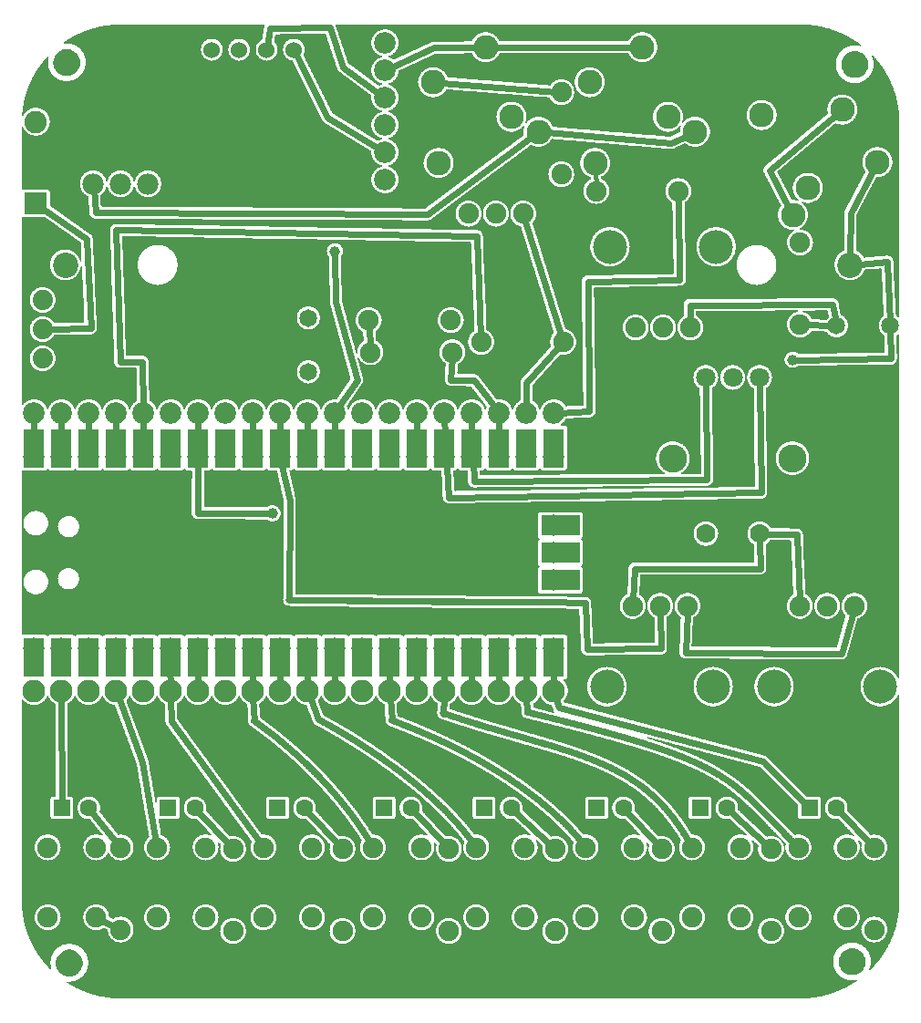
<source format=gbl>
G04 MADE WITH FRITZING*
G04 WWW.FRITZING.ORG*
G04 DOUBLE SIDED*
G04 HOLES PLATED*
G04 CONTOUR ON CENTER OF CONTOUR VECTOR*
%ASAXBY*%
%FSLAX23Y23*%
%MOIN*%
%OFA0B0*%
%SFA1.0B1.0*%
%ADD10C,0.075000*%
%ADD11C,0.039370*%
%ADD12C,0.078000*%
%ADD13C,0.079370*%
%ADD14C,0.074000*%
%ADD15C,0.070866*%
%ADD16C,0.070000*%
%ADD17C,0.102677*%
%ADD18C,0.082000*%
%ADD19C,0.093000*%
%ADD20C,0.065000*%
%ADD21C,0.074667*%
%ADD22C,0.074695*%
%ADD23C,0.124033*%
%ADD24C,0.062992*%
%ADD25C,0.090020*%
%ADD26C,0.060000*%
%ADD27C,0.083307*%
%ADD28R,0.082000X0.082000*%
%ADD29R,0.062992X0.062992*%
%ADD30R,0.078000X0.143667*%
%ADD31R,0.078000X0.144000*%
%ADD32R,0.144000X0.078000*%
%ADD33C,0.024000*%
%ADD34C,0.016000*%
%ADD35C,0.000100*%
%ADD36R,0.001000X0.001000*%
%LNCOPPER0*%
G90*
G70*
G54D10*
X294Y233D03*
X202Y163D03*
X3064Y167D03*
X3073Y3448D03*
X192Y3455D03*
G54D11*
X2848Y2366D03*
G54D12*
X491Y3009D03*
X391Y3009D03*
X291Y3009D03*
G54D13*
X1357Y3524D03*
X1357Y3424D03*
X1357Y3324D03*
X1357Y3224D03*
X1357Y3124D03*
X1357Y3024D03*
G54D11*
X1174Y2762D03*
G54D14*
X106Y2584D03*
X106Y2477D03*
X106Y2370D03*
G54D11*
X946Y1804D03*
G54D15*
X2727Y2301D03*
X2629Y2301D03*
X2530Y2301D03*
G54D16*
X2727Y1730D03*
X2531Y1730D03*
G54D17*
X2847Y2005D03*
X2410Y2005D03*
G54D18*
X81Y2938D03*
X81Y3236D03*
G54D19*
X3058Y2713D03*
X189Y2712D03*
X3058Y2713D03*
X189Y2712D03*
G54D10*
X1863Y2900D03*
X1763Y2900D03*
X1663Y2900D03*
G54D20*
X1077Y2322D03*
X1077Y2519D03*
X3205Y2490D03*
X3008Y2490D03*
G54D21*
X2274Y2484D03*
X2374Y2484D03*
G54D22*
X2474Y2484D03*
G54D23*
X2180Y2779D03*
X2568Y2779D03*
G54D10*
X2869Y327D03*
X2869Y583D03*
X3046Y327D03*
X3046Y583D03*
X2480Y327D03*
X2480Y583D03*
X2657Y327D03*
X2657Y583D03*
X2091Y327D03*
X2091Y583D03*
X2268Y327D03*
X2268Y583D03*
X1691Y327D03*
X1691Y583D03*
X1868Y327D03*
X1868Y583D03*
X1313Y327D03*
X1313Y583D03*
X1490Y327D03*
X1490Y583D03*
G54D24*
X2909Y727D03*
X3008Y727D03*
X2509Y727D03*
X2608Y727D03*
X2131Y727D03*
X2230Y727D03*
X1720Y727D03*
X1819Y727D03*
G54D10*
X2430Y2983D03*
X2130Y2983D03*
G54D25*
X2491Y3199D03*
X2392Y3254D03*
X2126Y3085D03*
X2106Y3380D03*
X2298Y3508D03*
X1919Y3199D03*
X1820Y3254D03*
X1554Y3085D03*
X1534Y3380D03*
X1726Y3508D03*
X2849Y2895D03*
X2904Y2994D03*
X2735Y3260D03*
X3030Y3280D03*
X3158Y3088D03*
G54D10*
X913Y327D03*
X913Y583D03*
X1090Y327D03*
X1090Y583D03*
G54D24*
X1354Y727D03*
X1452Y727D03*
X965Y727D03*
X1063Y727D03*
X565Y727D03*
X663Y727D03*
X176Y727D03*
X274Y727D03*
G54D26*
X1024Y3499D03*
X925Y3499D03*
X824Y3499D03*
X724Y3499D03*
G54D27*
X74Y1155D03*
X174Y1155D03*
X274Y1155D03*
X374Y1155D03*
X474Y1155D03*
X574Y1155D03*
X674Y1155D03*
X774Y1155D03*
X874Y1155D03*
X974Y1155D03*
X1074Y1155D03*
X1174Y1155D03*
X1274Y1155D03*
X1374Y1155D03*
X1474Y1155D03*
X1574Y1155D03*
X1674Y1155D03*
X1774Y1155D03*
X1874Y1155D03*
X1974Y1155D03*
G54D10*
X2009Y2430D03*
X1709Y2430D03*
X2002Y3344D03*
X2002Y3044D03*
X524Y327D03*
X524Y583D03*
X701Y327D03*
X701Y583D03*
X124Y327D03*
X124Y583D03*
X301Y327D03*
X301Y583D03*
G54D13*
X74Y2171D03*
X174Y2171D03*
X274Y2171D03*
X374Y2171D03*
X474Y2171D03*
X574Y2171D03*
X674Y2171D03*
X774Y2171D03*
X874Y2171D03*
X974Y2171D03*
X1074Y2171D03*
X1174Y2171D03*
X1274Y2171D03*
X1374Y2171D03*
X1474Y2171D03*
X1574Y2171D03*
X1674Y2171D03*
X1774Y2171D03*
X1874Y2171D03*
X1974Y2171D03*
G54D10*
X2875Y2794D03*
X2875Y2494D03*
X1304Y2393D03*
X1604Y2393D03*
X1598Y2510D03*
X1298Y2510D03*
X3147Y583D03*
X3147Y283D03*
X2769Y577D03*
X2769Y277D03*
X2369Y577D03*
X2369Y277D03*
X1980Y577D03*
X1980Y277D03*
X1591Y577D03*
X1591Y277D03*
X1202Y577D03*
X1202Y277D03*
X802Y577D03*
X802Y277D03*
G54D21*
X2463Y1466D03*
X2363Y1466D03*
G54D22*
X2263Y1466D03*
G54D23*
X2557Y1171D03*
X2169Y1171D03*
G54D21*
X3074Y1466D03*
X2974Y1466D03*
G54D22*
X2874Y1466D03*
G54D23*
X3168Y1171D03*
X2780Y1171D03*
G54D12*
X74Y1311D03*
X174Y1311D03*
X274Y1311D03*
X374Y1311D03*
X474Y1311D03*
X574Y1311D03*
X674Y1311D03*
X774Y1311D03*
X874Y1311D03*
X974Y1311D03*
X1074Y1311D03*
X1174Y1311D03*
X1274Y1311D03*
X1374Y1311D03*
X1474Y1311D03*
X1574Y1311D03*
X1674Y1311D03*
X1774Y1311D03*
X1874Y1311D03*
X1974Y1311D03*
X1974Y2010D03*
X1874Y2010D03*
X1774Y2010D03*
X1674Y2010D03*
X1574Y2010D03*
X1474Y2010D03*
X1374Y2010D03*
X1274Y2010D03*
X1174Y2010D03*
X1074Y2010D03*
X974Y2010D03*
X874Y2010D03*
X774Y2010D03*
X674Y2010D03*
X574Y2010D03*
X474Y2010D03*
X374Y2010D03*
X274Y2010D03*
X174Y2010D03*
X74Y2010D03*
X1974Y1560D03*
X1974Y1660D03*
X1974Y1760D03*
G54D10*
X391Y583D03*
X391Y283D03*
G54D28*
X81Y2937D03*
G54D29*
X2909Y727D03*
X2509Y727D03*
X2131Y727D03*
X1720Y727D03*
X1354Y727D03*
X965Y727D03*
X565Y727D03*
X176Y727D03*
G54D30*
X75Y1278D03*
G54D31*
X175Y1279D03*
X275Y1279D03*
X375Y1278D03*
X475Y1279D03*
X575Y1279D03*
X675Y1279D03*
X775Y1279D03*
X875Y1279D03*
X975Y1279D03*
X1075Y1279D03*
X1175Y1279D03*
X1275Y1279D03*
X1375Y1279D03*
X1475Y1279D03*
X1575Y1279D03*
X1675Y1279D03*
X1775Y1279D03*
X1875Y1279D03*
X1975Y1279D03*
X1975Y2043D03*
X1875Y2043D03*
X1775Y2043D03*
X1675Y2043D03*
X1575Y2043D03*
X1475Y2043D03*
X1375Y2043D03*
X1275Y2043D03*
X1175Y2043D03*
X1075Y2043D03*
X975Y2043D03*
X875Y2043D03*
X775Y2043D03*
X675Y2043D03*
X575Y2043D03*
X475Y2043D03*
X375Y2043D03*
X275Y2043D03*
X175Y2043D03*
X75Y2043D03*
G54D32*
X1999Y1560D03*
X1999Y1660D03*
X1999Y1760D03*
G54D33*
X3194Y2724D02*
X3094Y2716D01*
D02*
X3204Y2504D02*
X3194Y2724D01*
D02*
X2893Y2494D02*
X2994Y2491D01*
D02*
X3208Y2370D02*
X2856Y2366D01*
D02*
X3205Y2476D02*
X3208Y2370D01*
D02*
X2404Y3158D02*
X2464Y3186D01*
D02*
X1949Y3197D02*
X2404Y3158D01*
D02*
X1537Y3507D02*
X1375Y3432D01*
D02*
X1696Y3508D02*
X1537Y3507D01*
D02*
X1512Y2897D02*
X1895Y3181D01*
D02*
X299Y2904D02*
X1512Y2897D01*
D02*
X292Y2990D02*
X299Y2904D01*
D02*
X1204Y3436D02*
X1341Y3335D01*
D02*
X1156Y3581D02*
X1204Y3436D01*
D02*
X937Y3577D02*
X1156Y3581D01*
D02*
X927Y3513D02*
X937Y3577D01*
D02*
X1148Y3251D02*
X1340Y3134D01*
D02*
X1031Y3487D02*
X1148Y3251D01*
D02*
X1256Y2292D02*
X1178Y2577D01*
D02*
X1178Y2577D02*
X1174Y2754D01*
D02*
X1185Y2188D02*
X1256Y2292D01*
D02*
X282Y2481D02*
X126Y2478D01*
D02*
X267Y2807D02*
X282Y2481D01*
D02*
X98Y2926D02*
X267Y2807D01*
D02*
X673Y1806D02*
X938Y1804D01*
D02*
X674Y1991D02*
X673Y1806D01*
D02*
X1591Y1863D02*
X1575Y2152D01*
D02*
X2733Y1880D02*
X1591Y1863D01*
D02*
X2727Y2279D02*
X2733Y1880D01*
D02*
X1683Y1921D02*
X1675Y2152D01*
D02*
X2535Y1927D02*
X1683Y1921D01*
D02*
X2530Y2279D02*
X2535Y1927D01*
D02*
X2730Y1603D02*
X2728Y1708D01*
D02*
X2271Y1603D02*
X2730Y1603D01*
D02*
X2264Y1487D02*
X2271Y1603D01*
D02*
X2863Y1727D02*
X2749Y1729D01*
D02*
X2873Y1487D02*
X2863Y1727D01*
D02*
X2739Y897D02*
X2898Y738D01*
D02*
X1993Y1095D02*
X2739Y897D01*
D02*
X1981Y1134D02*
X1993Y1095D01*
D02*
X1573Y1133D02*
X1571Y1073D01*
D02*
X1985Y3345D02*
X1564Y3378D01*
D02*
X1875Y1133D02*
X1878Y1077D01*
D02*
X575Y1133D02*
X576Y1044D01*
D02*
X576Y1044D02*
X903Y597D01*
D02*
X875Y1133D02*
X879Y1046D01*
D02*
X1082Y1135D02*
X1114Y1050D01*
D02*
X1376Y1133D02*
X1382Y1047D01*
D02*
X2472Y2566D02*
X2474Y2504D01*
D02*
X2994Y2569D02*
X2472Y2566D01*
D02*
X3006Y2504D02*
X2994Y2569D01*
D02*
X1303Y2411D02*
X1299Y2493D01*
D02*
X1683Y2291D02*
X1762Y2187D01*
D02*
X1598Y2293D02*
X1683Y2291D01*
D02*
X1603Y2376D02*
X1598Y2293D01*
D02*
X3058Y2749D02*
X3059Y2903D01*
D02*
X3059Y2903D02*
X3144Y3062D01*
D02*
X2099Y2652D02*
X2105Y2177D01*
D02*
X2435Y2658D02*
X2099Y2652D01*
D02*
X1693Y2818D02*
X1708Y2448D01*
D02*
X1868Y2883D02*
X2004Y2447D01*
D02*
X374Y2840D02*
X1693Y2818D01*
D02*
X471Y2358D02*
X389Y2358D01*
D02*
X389Y2358D02*
X374Y2840D01*
D02*
X474Y2191D02*
X471Y2358D01*
D02*
X2105Y2177D02*
X1994Y2172D01*
D02*
X2430Y2965D02*
X2435Y2658D01*
D02*
X1997Y2417D02*
X1874Y2281D01*
D02*
X1874Y2281D02*
X1874Y2191D01*
D02*
X2763Y3058D02*
X2835Y2922D01*
D02*
X3007Y3261D02*
X2763Y3058D01*
D02*
X474Y2029D02*
X474Y2152D01*
D02*
X374Y2029D02*
X374Y2152D01*
D02*
X274Y2029D02*
X274Y2152D01*
D02*
X174Y2029D02*
X174Y2152D01*
D02*
X74Y2029D02*
X74Y2152D01*
D02*
X1074Y1292D02*
X1074Y1176D01*
D02*
X974Y1292D02*
X974Y1176D01*
D02*
X674Y1292D02*
X674Y1176D01*
D02*
X1674Y2029D02*
X1674Y2152D01*
D02*
X1474Y2029D02*
X1474Y2152D01*
D02*
X1174Y2029D02*
X1174Y2152D01*
D02*
X1074Y2029D02*
X1074Y2152D01*
D02*
X974Y2029D02*
X974Y2152D01*
D02*
X874Y2029D02*
X874Y2152D01*
D02*
X674Y2029D02*
X674Y2152D01*
D02*
X471Y895D02*
X521Y600D01*
D02*
X176Y743D02*
X174Y1133D01*
D02*
X380Y596D02*
X284Y715D01*
D02*
X375Y290D02*
X317Y319D01*
D02*
X1874Y1292D02*
X1874Y1176D01*
D02*
X1974Y1292D02*
X1974Y1176D01*
D02*
X1774Y1292D02*
X1774Y1176D01*
D02*
X1674Y1292D02*
X1674Y1176D01*
D02*
X1574Y1292D02*
X1574Y1176D01*
D02*
X1374Y1292D02*
X1374Y1176D01*
D02*
X1009Y1852D02*
X978Y1992D01*
D02*
X1008Y1488D02*
X1009Y1852D01*
D02*
X3134Y595D02*
X3019Y716D01*
D02*
X2756Y589D02*
X2619Y716D01*
D02*
X2357Y590D02*
X2241Y715D01*
D02*
X1967Y589D02*
X1830Y716D01*
D02*
X1579Y590D02*
X1463Y715D01*
D02*
X1190Y590D02*
X1074Y715D01*
D02*
X790Y590D02*
X674Y715D01*
D02*
X382Y1134D02*
X471Y895D01*
D02*
X2364Y1445D02*
X2367Y1310D01*
D02*
X2097Y1307D02*
X2089Y1477D01*
D02*
X2367Y1310D02*
X2096Y1307D01*
D02*
X3026Y1292D02*
X2456Y1295D01*
D02*
X2456Y1295D02*
X2462Y1445D01*
D02*
X3069Y1446D02*
X3026Y1292D01*
G54D34*
D02*
X2129Y3000D02*
X2127Y3055D01*
G54D33*
D02*
X1756Y3508D02*
X2268Y3508D01*
D02*
X1474Y1292D02*
X1474Y1176D01*
D02*
X1174Y1292D02*
X1174Y1176D01*
D02*
X874Y1292D02*
X874Y1176D01*
D02*
X568Y1306D02*
X568Y1306D01*
D02*
X568Y1306D02*
X573Y1176D01*
D02*
X1774Y2029D02*
X1774Y2152D01*
G54D35*
G36*
X209Y210D02*
X213Y209D01*
X218Y208D01*
X222Y206D01*
X227Y204D01*
X231Y202D01*
X235Y199D01*
X238Y196D01*
X241Y192D01*
X244Y188D01*
X246Y185D01*
X248Y180D01*
X250Y176D01*
X251Y171D01*
X252Y166D01*
X252Y161D01*
X252Y156D01*
X251Y151D01*
X250Y147D01*
X248Y142D01*
X246Y138D01*
X244Y134D01*
X241Y130D01*
X238Y126D01*
X234Y123D01*
X231Y120D01*
X227Y118D01*
X222Y116D01*
X218Y114D01*
X213Y113D01*
X209Y112D01*
X203Y112D01*
X198Y112D01*
X194Y113D01*
X189Y114D01*
X184Y116D01*
X180Y118D01*
X176Y121D01*
X172Y123D01*
X168Y127D01*
X165Y130D01*
X162Y134D01*
X160Y138D01*
X158Y142D01*
X156Y147D01*
X155Y152D01*
X155Y156D01*
X154Y161D01*
X155Y166D01*
X155Y171D01*
X157Y176D01*
X158Y180D01*
X160Y185D01*
X163Y188D01*
X166Y193D01*
X169Y196D01*
X172Y199D01*
X176Y202D01*
X180Y204D01*
X185Y206D01*
X189Y208D01*
X194Y209D01*
X198Y210D01*
X203Y210D01*
X209Y210D01*
D02*
G37*
D02*
G36*
X3070Y214D02*
X3075Y214D01*
X3080Y212D01*
X3085Y211D01*
X3089Y209D01*
X3093Y206D01*
X3096Y204D01*
X3100Y200D01*
X3103Y197D01*
X3106Y193D01*
X3108Y189D01*
X3110Y185D01*
X3112Y180D01*
X3113Y176D01*
X3114Y171D01*
X3114Y166D01*
X3114Y160D01*
X3113Y156D01*
X3112Y151D01*
X3110Y147D01*
X3108Y142D01*
X3106Y138D01*
X3103Y134D01*
X3100Y131D01*
X3096Y128D01*
X3092Y125D01*
X3088Y122D01*
X3084Y121D01*
X3080Y119D01*
X3075Y118D01*
X3070Y117D01*
X3065Y117D01*
X3060Y117D01*
X3055Y118D01*
X3051Y119D01*
X3046Y121D01*
X3042Y123D01*
X3038Y125D01*
X3034Y128D01*
X3030Y131D01*
X3027Y135D01*
X3024Y138D01*
X3022Y142D01*
X3020Y147D01*
X3018Y152D01*
X3017Y156D01*
X3016Y161D01*
X3016Y166D01*
X3016Y171D01*
X3017Y176D01*
X3018Y180D01*
X3020Y185D01*
X3022Y189D01*
X3024Y193D01*
X3027Y197D01*
X3031Y200D01*
X3034Y204D01*
X3038Y206D01*
X3042Y209D01*
X3046Y211D01*
X3051Y213D01*
X3055Y214D01*
X3060Y214D01*
X3065Y215D01*
X3070Y214D01*
D02*
G37*
D02*
G36*
X1925Y1137D02*
X1926Y1137D01*
X1926Y1136D01*
X1927Y1135D01*
X1927Y1134D01*
X1931Y1127D01*
X1932Y1125D01*
X1937Y1119D01*
X1939Y1118D01*
X1945Y1112D01*
X1954Y1107D01*
X1955Y1107D01*
X1964Y1104D01*
X1966Y1104D01*
X1967Y1104D01*
X1967Y1103D01*
X1968Y1102D01*
X1972Y1088D01*
X1973Y1086D01*
X1975Y1082D01*
X1978Y1079D01*
X1978Y1079D01*
X1978Y1078D01*
X1978Y1077D01*
X1978Y1077D01*
X1977Y1076D01*
X1976Y1076D01*
X1975Y1075D01*
X1901Y1094D01*
X1900Y1095D01*
X1900Y1095D01*
X1899Y1096D01*
X1899Y1096D01*
X1899Y1108D01*
X1899Y1109D01*
X1899Y1110D01*
X1900Y1110D01*
X1903Y1112D01*
X1904Y1113D01*
X1911Y1118D01*
X1912Y1119D01*
X1917Y1126D01*
X1922Y1135D01*
X1922Y1136D01*
X1923Y1136D01*
X1923Y1137D01*
X1924Y1137D01*
X1924Y1137D01*
X1925Y1137D01*
D02*
G37*
D02*
G36*
X1925Y1137D02*
X1926Y1137D01*
X1926Y1136D01*
X1927Y1135D01*
X1927Y1134D01*
X1931Y1127D01*
X1932Y1125D01*
X1937Y1119D01*
X1939Y1118D01*
X1945Y1112D01*
X1954Y1107D01*
X1955Y1107D01*
X1964Y1104D01*
X1966Y1104D01*
X1967Y1104D01*
X1967Y1103D01*
X1968Y1102D01*
X1972Y1088D01*
X1973Y1086D01*
X1975Y1082D01*
X1978Y1079D01*
X1978Y1079D01*
X1978Y1078D01*
X1978Y1077D01*
X1978Y1077D01*
X1977Y1076D01*
X1976Y1076D01*
X1975Y1075D01*
X1901Y1094D01*
X1900Y1095D01*
X1900Y1095D01*
X1899Y1096D01*
X1899Y1096D01*
X1899Y1108D01*
X1899Y1109D01*
X1899Y1110D01*
X1900Y1110D01*
X1903Y1112D01*
X1904Y1113D01*
X1911Y1118D01*
X1912Y1119D01*
X1917Y1126D01*
X1922Y1135D01*
X1922Y1136D01*
X1923Y1136D01*
X1923Y1137D01*
X1924Y1137D01*
X1924Y1137D01*
X1925Y1137D01*
D02*
G37*
D02*
G36*
X3173Y1205D02*
X3175Y1204D01*
X3182Y1202D01*
X3182Y1202D01*
X3187Y1199D01*
X3193Y1195D01*
X3197Y1190D01*
X3200Y1184D01*
X3200Y1184D01*
X3202Y1177D01*
X3202Y1174D01*
X3203Y1171D01*
X3202Y1167D01*
X3202Y1164D01*
X3200Y1157D01*
X3197Y1152D01*
X3193Y1146D01*
X3187Y1142D01*
X3182Y1139D01*
X3182Y1139D01*
X3175Y1137D01*
X3172Y1137D01*
X3168Y1136D01*
X3164Y1137D01*
X3161Y1137D01*
X3155Y1139D01*
X3149Y1142D01*
X3144Y1146D01*
X3140Y1152D01*
X3137Y1157D01*
X3135Y1164D01*
X3134Y1167D01*
X3134Y1171D01*
X3134Y1175D01*
X3135Y1178D01*
X3137Y1184D01*
X3137Y1184D01*
X3140Y1190D01*
X3145Y1195D01*
X3149Y1199D01*
X3155Y1202D01*
X3162Y1204D01*
X3165Y1205D01*
X3168Y1205D01*
X3173Y1205D01*
D02*
G37*
D02*
G36*
X3173Y1205D02*
X3175Y1204D01*
X3182Y1202D01*
X3182Y1202D01*
X3187Y1199D01*
X3193Y1195D01*
X3197Y1190D01*
X3200Y1184D01*
X3200Y1184D01*
X3202Y1177D01*
X3202Y1174D01*
X3203Y1171D01*
X3202Y1167D01*
X3202Y1164D01*
X3200Y1157D01*
X3197Y1152D01*
X3193Y1146D01*
X3187Y1142D01*
X3182Y1139D01*
X3182Y1139D01*
X3175Y1137D01*
X3172Y1137D01*
X3168Y1136D01*
X3164Y1137D01*
X3161Y1137D01*
X3155Y1139D01*
X3149Y1142D01*
X3144Y1146D01*
X3140Y1152D01*
X3137Y1157D01*
X3135Y1164D01*
X3134Y1167D01*
X3134Y1171D01*
X3134Y1175D01*
X3135Y1178D01*
X3137Y1184D01*
X3137Y1184D01*
X3140Y1190D01*
X3145Y1195D01*
X3149Y1199D01*
X3155Y1202D01*
X3162Y1204D01*
X3165Y1205D01*
X3168Y1205D01*
X3173Y1205D01*
D02*
G37*
D02*
G36*
X2414Y2037D02*
X2416Y2036D01*
X2422Y2034D01*
X2428Y2031D01*
X2432Y2028D01*
X2436Y2023D01*
X2439Y2018D01*
X2439Y2017D01*
X2441Y2011D01*
X2441Y2009D01*
X2441Y2005D01*
X2441Y2002D01*
X2441Y1999D01*
X2439Y1993D01*
X2436Y1988D01*
X2432Y1983D01*
X2427Y1979D01*
X2422Y1976D01*
X2416Y1975D01*
X2413Y1974D01*
X2410Y1974D01*
X2406Y1974D01*
X2404Y1975D01*
X2398Y1976D01*
X2393Y1979D01*
X2388Y1984D01*
X2384Y1988D01*
X2381Y1993D01*
X2379Y2000D01*
X2379Y2002D01*
X2379Y2005D01*
X2379Y2009D01*
X2379Y2012D01*
X2381Y2017D01*
X2384Y2023D01*
X2388Y2028D01*
X2393Y2032D01*
X2398Y2034D01*
X2404Y2036D01*
X2407Y2037D01*
X2410Y2037D01*
X2414Y2037D01*
D02*
G37*
D02*
G36*
X2414Y2037D02*
X2416Y2036D01*
X2422Y2034D01*
X2428Y2031D01*
X2432Y2028D01*
X2436Y2023D01*
X2439Y2018D01*
X2439Y2017D01*
X2441Y2011D01*
X2441Y2009D01*
X2441Y2005D01*
X2441Y2002D01*
X2441Y1999D01*
X2439Y1993D01*
X2436Y1988D01*
X2432Y1983D01*
X2427Y1979D01*
X2422Y1976D01*
X2416Y1975D01*
X2413Y1974D01*
X2410Y1974D01*
X2406Y1974D01*
X2404Y1975D01*
X2398Y1976D01*
X2393Y1979D01*
X2388Y1984D01*
X2384Y1988D01*
X2381Y1993D01*
X2379Y2000D01*
X2379Y2002D01*
X2379Y2005D01*
X2379Y2009D01*
X2379Y2012D01*
X2381Y2017D01*
X2384Y2023D01*
X2388Y2028D01*
X2393Y2032D01*
X2398Y2034D01*
X2404Y2036D01*
X2407Y2037D01*
X2410Y2037D01*
X2414Y2037D01*
D02*
G37*
D02*
G36*
X194Y2738D02*
X194Y2738D01*
X199Y2737D01*
X204Y2734D01*
X208Y2731D01*
X211Y2727D01*
X213Y2722D01*
X214Y2718D01*
X215Y2712D01*
X215Y2707D01*
X215Y2706D01*
X213Y2702D01*
X211Y2697D01*
X207Y2693D01*
X203Y2690D01*
X199Y2688D01*
X194Y2686D01*
X194Y2686D01*
X188Y2686D01*
X183Y2686D01*
X183Y2686D01*
X178Y2688D01*
X174Y2690D01*
X170Y2694D01*
X166Y2698D01*
X164Y2702D01*
X163Y2706D01*
X163Y2707D01*
X162Y2712D01*
X163Y2718D01*
X164Y2722D01*
X167Y2727D01*
X170Y2731D01*
X174Y2734D01*
X178Y2737D01*
X183Y2738D01*
X183Y2738D01*
X189Y2739D01*
X194Y2738D01*
D02*
G37*
D02*
G36*
X194Y2738D02*
X194Y2738D01*
X199Y2737D01*
X204Y2734D01*
X208Y2731D01*
X211Y2727D01*
X213Y2722D01*
X214Y2718D01*
X215Y2712D01*
X215Y2707D01*
X215Y2706D01*
X213Y2702D01*
X211Y2697D01*
X207Y2693D01*
X203Y2690D01*
X199Y2688D01*
X194Y2686D01*
X194Y2686D01*
X188Y2686D01*
X183Y2686D01*
X183Y2686D01*
X178Y2688D01*
X174Y2690D01*
X170Y2694D01*
X166Y2698D01*
X164Y2702D01*
X163Y2706D01*
X163Y2707D01*
X162Y2712D01*
X163Y2718D01*
X164Y2722D01*
X167Y2727D01*
X170Y2731D01*
X174Y2734D01*
X178Y2737D01*
X183Y2738D01*
X183Y2738D01*
X189Y2739D01*
X194Y2738D01*
D02*
G37*
D02*
G36*
X3080Y3495D02*
X3085Y3494D01*
X3089Y3493D01*
X3094Y3491D01*
X3098Y3489D01*
X3102Y3487D01*
X3106Y3484D01*
X3109Y3481D01*
X3113Y3477D01*
X3115Y3474D01*
X3118Y3470D01*
X3120Y3465D01*
X3122Y3461D01*
X3123Y3456D01*
X3124Y3451D01*
X3124Y3446D01*
X3124Y3441D01*
X3123Y3436D01*
X3122Y3432D01*
X3120Y3427D01*
X3118Y3423D01*
X3115Y3419D01*
X3113Y3415D01*
X3109Y3411D01*
X3106Y3408D01*
X3102Y3405D01*
X3098Y3403D01*
X3094Y3401D01*
X3089Y3399D01*
X3085Y3398D01*
X3080Y3397D01*
X3075Y3397D01*
X3070Y3397D01*
X3065Y3398D01*
X3060Y3399D01*
X3056Y3401D01*
X3051Y3403D01*
X3047Y3406D01*
X3043Y3409D01*
X3040Y3411D01*
X3037Y3415D01*
X3034Y3419D01*
X3032Y3423D01*
X3030Y3427D01*
X3028Y3432D01*
X3027Y3436D01*
X3026Y3441D01*
X3026Y3446D01*
X3026Y3452D01*
X3027Y3456D01*
X3028Y3461D01*
X3030Y3465D01*
X3032Y3470D01*
X3034Y3474D01*
X3037Y3478D01*
X3040Y3481D01*
X3044Y3484D01*
X3048Y3487D01*
X3051Y3489D01*
X3056Y3491D01*
X3061Y3493D01*
X3065Y3494D01*
X3070Y3495D01*
X3075Y3495D01*
X3080Y3495D01*
D02*
G37*
D02*
G36*
X199Y3502D02*
X204Y3501D01*
X208Y3500D01*
X213Y3498D01*
X217Y3496D01*
X221Y3494D01*
X225Y3491D01*
X228Y3488D01*
X232Y3484D01*
X234Y3481D01*
X237Y3476D01*
X239Y3472D01*
X241Y3468D01*
X242Y3463D01*
X242Y3458D01*
X243Y3453D01*
X242Y3448D01*
X242Y3443D01*
X241Y3439D01*
X239Y3434D01*
X237Y3430D01*
X234Y3426D01*
X232Y3422D01*
X228Y3418D01*
X225Y3415D01*
X221Y3412D01*
X217Y3410D01*
X213Y3408D01*
X208Y3406D01*
X204Y3405D01*
X199Y3404D01*
X194Y3404D01*
X189Y3404D01*
X184Y3405D01*
X179Y3406D01*
X174Y3408D01*
X170Y3410D01*
X166Y3413D01*
X162Y3416D01*
X159Y3419D01*
X156Y3422D01*
X153Y3426D01*
X151Y3430D01*
X148Y3434D01*
X147Y3439D01*
X146Y3443D01*
X145Y3448D01*
X145Y3453D01*
X145Y3459D01*
X146Y3463D01*
X147Y3467D01*
X149Y3473D01*
X151Y3477D01*
X153Y3481D01*
X156Y3484D01*
X159Y3488D01*
X163Y3491D01*
X166Y3494D01*
X170Y3496D01*
X175Y3498D01*
X179Y3500D01*
X184Y3501D01*
X189Y3502D01*
X194Y3502D01*
X199Y3502D01*
D02*
G37*
D02*
G36*
X2173Y1205D02*
X2176Y1204D01*
X2182Y1202D01*
X2188Y1199D01*
X2193Y1195D01*
X2198Y1189D01*
X2200Y1184D01*
X2201Y1184D01*
X2203Y1177D01*
X2203Y1175D01*
X2203Y1171D01*
X2203Y1166D01*
X2203Y1164D01*
X2201Y1157D01*
X2198Y1152D01*
X2193Y1146D01*
X2188Y1142D01*
X2182Y1139D01*
X2176Y1137D01*
X2173Y1137D01*
X2169Y1136D01*
X2165Y1137D01*
X2162Y1137D01*
X2156Y1139D01*
X2155Y1139D01*
X2150Y1142D01*
X2145Y1147D01*
X2141Y1152D01*
X2137Y1157D01*
X2135Y1164D01*
X2135Y1167D01*
X2135Y1171D01*
X2135Y1175D01*
X2135Y1178D01*
X2137Y1184D01*
X2138Y1184D01*
X2141Y1190D01*
X2145Y1195D01*
X2150Y1199D01*
X2155Y1202D01*
X2156Y1202D01*
X2162Y1204D01*
X2165Y1205D01*
X2169Y1205D01*
X2173Y1205D01*
D02*
G37*
D02*
G36*
X2173Y1205D02*
X2176Y1204D01*
X2182Y1202D01*
X2188Y1199D01*
X2193Y1195D01*
X2198Y1189D01*
X2200Y1184D01*
X2201Y1184D01*
X2203Y1177D01*
X2203Y1175D01*
X2203Y1171D01*
X2203Y1166D01*
X2203Y1164D01*
X2201Y1157D01*
X2198Y1152D01*
X2193Y1146D01*
X2188Y1142D01*
X2182Y1139D01*
X2176Y1137D01*
X2173Y1137D01*
X2169Y1136D01*
X2165Y1137D01*
X2162Y1137D01*
X2156Y1139D01*
X2155Y1139D01*
X2150Y1142D01*
X2145Y1147D01*
X2141Y1152D01*
X2137Y1157D01*
X2135Y1164D01*
X2135Y1167D01*
X2135Y1171D01*
X2135Y1175D01*
X2135Y1178D01*
X2137Y1184D01*
X2138Y1184D01*
X2141Y1190D01*
X2145Y1195D01*
X2150Y1199D01*
X2155Y1202D01*
X2156Y1202D01*
X2162Y1204D01*
X2165Y1205D01*
X2169Y1205D01*
X2173Y1205D01*
D02*
G37*
D02*
G36*
X2561Y1205D02*
X2564Y1204D01*
X2571Y1202D01*
X2577Y1199D01*
X2582Y1195D01*
X2586Y1190D01*
X2589Y1184D01*
X2589Y1184D01*
X2591Y1177D01*
X2591Y1175D01*
X2591Y1171D01*
X2591Y1166D01*
X2591Y1164D01*
X2589Y1157D01*
X2586Y1152D01*
X2581Y1146D01*
X2577Y1142D01*
X2571Y1139D01*
X2564Y1137D01*
X2561Y1137D01*
X2557Y1136D01*
X2553Y1137D01*
X2550Y1137D01*
X2544Y1139D01*
X2544Y1139D01*
X2538Y1142D01*
X2533Y1147D01*
X2529Y1152D01*
X2526Y1157D01*
X2524Y1164D01*
X2523Y1167D01*
X2523Y1171D01*
X2523Y1175D01*
X2524Y1178D01*
X2526Y1184D01*
X2526Y1184D01*
X2529Y1190D01*
X2533Y1195D01*
X2538Y1199D01*
X2544Y1202D01*
X2544Y1202D01*
X2551Y1204D01*
X2553Y1205D01*
X2557Y1205D01*
X2561Y1205D01*
D02*
G37*
D02*
G36*
X2561Y1205D02*
X2564Y1204D01*
X2571Y1202D01*
X2577Y1199D01*
X2582Y1195D01*
X2586Y1190D01*
X2589Y1184D01*
X2589Y1184D01*
X2591Y1177D01*
X2591Y1175D01*
X2591Y1171D01*
X2591Y1166D01*
X2591Y1164D01*
X2589Y1157D01*
X2586Y1152D01*
X2581Y1146D01*
X2577Y1142D01*
X2571Y1139D01*
X2564Y1137D01*
X2561Y1137D01*
X2557Y1136D01*
X2553Y1137D01*
X2550Y1137D01*
X2544Y1139D01*
X2544Y1139D01*
X2538Y1142D01*
X2533Y1147D01*
X2529Y1152D01*
X2526Y1157D01*
X2524Y1164D01*
X2523Y1167D01*
X2523Y1171D01*
X2523Y1175D01*
X2524Y1178D01*
X2526Y1184D01*
X2526Y1184D01*
X2529Y1190D01*
X2533Y1195D01*
X2538Y1199D01*
X2544Y1202D01*
X2544Y1202D01*
X2551Y1204D01*
X2553Y1205D01*
X2557Y1205D01*
X2561Y1205D01*
D02*
G37*
D02*
G36*
X2784Y1205D02*
X2787Y1204D01*
X2793Y1202D01*
X2794Y1202D01*
X2799Y1199D01*
X2804Y1195D01*
X2809Y1190D01*
X2812Y1184D01*
X2812Y1184D01*
X2814Y1177D01*
X2814Y1174D01*
X2814Y1171D01*
X2814Y1167D01*
X2814Y1164D01*
X2812Y1157D01*
X2809Y1152D01*
X2804Y1146D01*
X2799Y1142D01*
X2794Y1139D01*
X2793Y1139D01*
X2787Y1137D01*
X2784Y1137D01*
X2780Y1136D01*
X2776Y1137D01*
X2773Y1137D01*
X2767Y1139D01*
X2766Y1139D01*
X2761Y1142D01*
X2756Y1147D01*
X2752Y1152D01*
X2749Y1157D01*
X2746Y1164D01*
X2746Y1167D01*
X2746Y1171D01*
X2746Y1175D01*
X2747Y1178D01*
X2748Y1184D01*
X2749Y1184D01*
X2752Y1190D01*
X2756Y1195D01*
X2761Y1199D01*
X2766Y1202D01*
X2767Y1202D01*
X2773Y1204D01*
X2776Y1205D01*
X2780Y1205D01*
X2784Y1205D01*
D02*
G37*
D02*
G36*
X2784Y1205D02*
X2787Y1204D01*
X2793Y1202D01*
X2794Y1202D01*
X2799Y1199D01*
X2804Y1195D01*
X2809Y1190D01*
X2812Y1184D01*
X2812Y1184D01*
X2814Y1177D01*
X2814Y1174D01*
X2814Y1171D01*
X2814Y1167D01*
X2814Y1164D01*
X2812Y1157D01*
X2809Y1152D01*
X2804Y1146D01*
X2799Y1142D01*
X2794Y1139D01*
X2793Y1139D01*
X2787Y1137D01*
X2784Y1137D01*
X2780Y1136D01*
X2776Y1137D01*
X2773Y1137D01*
X2767Y1139D01*
X2766Y1139D01*
X2761Y1142D01*
X2756Y1147D01*
X2752Y1152D01*
X2749Y1157D01*
X2746Y1164D01*
X2746Y1167D01*
X2746Y1171D01*
X2746Y1175D01*
X2747Y1178D01*
X2748Y1184D01*
X2749Y1184D01*
X2752Y1190D01*
X2756Y1195D01*
X2761Y1199D01*
X2766Y1202D01*
X2767Y1202D01*
X2773Y1204D01*
X2776Y1205D01*
X2780Y1205D01*
X2784Y1205D01*
D02*
G37*
D02*
G36*
X2851Y2037D02*
X2853Y2036D01*
X2859Y2034D01*
X2865Y2031D01*
X2869Y2028D01*
X2873Y2023D01*
X2876Y2018D01*
X2876Y2017D01*
X2878Y2011D01*
X2878Y2009D01*
X2878Y2005D01*
X2878Y2002D01*
X2878Y1999D01*
X2876Y1993D01*
X2873Y1988D01*
X2869Y1983D01*
X2864Y1979D01*
X2859Y1976D01*
X2853Y1975D01*
X2850Y1974D01*
X2847Y1974D01*
X2843Y1974D01*
X2841Y1975D01*
X2835Y1976D01*
X2830Y1979D01*
X2825Y1984D01*
X2821Y1988D01*
X2818Y1993D01*
X2816Y2000D01*
X2816Y2002D01*
X2816Y2005D01*
X2816Y2009D01*
X2816Y2012D01*
X2818Y2017D01*
X2821Y2023D01*
X2825Y2028D01*
X2830Y2032D01*
X2835Y2034D01*
X2841Y2036D01*
X2844Y2037D01*
X2847Y2037D01*
X2851Y2037D01*
D02*
G37*
D02*
G36*
X2851Y2037D02*
X2853Y2036D01*
X2859Y2034D01*
X2865Y2031D01*
X2869Y2028D01*
X2873Y2023D01*
X2876Y2018D01*
X2876Y2017D01*
X2878Y2011D01*
X2878Y2009D01*
X2878Y2005D01*
X2878Y2002D01*
X2878Y1999D01*
X2876Y1993D01*
X2873Y1988D01*
X2869Y1983D01*
X2864Y1979D01*
X2859Y1976D01*
X2853Y1975D01*
X2850Y1974D01*
X2847Y1974D01*
X2843Y1974D01*
X2841Y1975D01*
X2835Y1976D01*
X2830Y1979D01*
X2825Y1984D01*
X2821Y1988D01*
X2818Y1993D01*
X2816Y2000D01*
X2816Y2002D01*
X2816Y2005D01*
X2816Y2009D01*
X2816Y2012D01*
X2818Y2017D01*
X2821Y2023D01*
X2825Y2028D01*
X2830Y2032D01*
X2835Y2034D01*
X2841Y2036D01*
X2844Y2037D01*
X2847Y2037D01*
X2851Y2037D01*
D02*
G37*
D02*
G36*
X2975Y2546D02*
X2975Y2546D01*
X2976Y2545D01*
X2976Y2545D01*
X2980Y2523D01*
X2980Y2522D01*
X2980Y2522D01*
X2979Y2521D01*
X2977Y2519D01*
X2973Y2514D01*
X2973Y2514D01*
X2972Y2513D01*
X2919Y2515D01*
X2918Y2515D01*
X2917Y2516D01*
X2917Y2516D01*
X2914Y2521D01*
X2914Y2522D01*
X2909Y2527D01*
X2908Y2529D01*
X2902Y2534D01*
X2894Y2538D01*
X2893Y2538D01*
X2885Y2541D01*
X2883Y2541D01*
X2882Y2542D01*
X2882Y2542D01*
X2882Y2543D01*
X2881Y2543D01*
X2882Y2545D01*
X2882Y2545D01*
X2883Y2546D01*
X2883Y2546D01*
X2884Y2546D01*
X2974Y2547D01*
X2975Y2546D01*
D02*
G37*
D02*
G36*
X2975Y2546D02*
X2975Y2546D01*
X2976Y2545D01*
X2976Y2545D01*
X2980Y2523D01*
X2980Y2522D01*
X2980Y2522D01*
X2979Y2521D01*
X2977Y2519D01*
X2973Y2514D01*
X2973Y2514D01*
X2972Y2513D01*
X2919Y2515D01*
X2918Y2515D01*
X2917Y2516D01*
X2917Y2516D01*
X2914Y2521D01*
X2914Y2522D01*
X2909Y2527D01*
X2908Y2529D01*
X2902Y2534D01*
X2894Y2538D01*
X2893Y2538D01*
X2885Y2541D01*
X2883Y2541D01*
X2882Y2542D01*
X2882Y2542D01*
X2882Y2543D01*
X2881Y2543D01*
X2882Y2545D01*
X2882Y2545D01*
X2883Y2546D01*
X2883Y2546D01*
X2884Y2546D01*
X2974Y2547D01*
X2975Y2546D01*
D02*
G37*
D02*
G36*
X2184Y2813D02*
X2187Y2812D01*
X2194Y2810D01*
X2199Y2807D01*
X2204Y2803D01*
X2209Y2798D01*
X2212Y2792D01*
X2214Y2786D01*
X2214Y2783D01*
X2214Y2779D01*
X2214Y2775D01*
X2214Y2772D01*
X2212Y2765D01*
X2209Y2760D01*
X2204Y2755D01*
X2199Y2750D01*
X2194Y2747D01*
X2187Y2745D01*
X2184Y2745D01*
X2180Y2745D01*
X2176Y2745D01*
X2173Y2745D01*
X2167Y2747D01*
X2161Y2750D01*
X2156Y2755D01*
X2152Y2760D01*
X2149Y2765D01*
X2147Y2772D01*
X2146Y2775D01*
X2146Y2779D01*
X2146Y2783D01*
X2147Y2786D01*
X2148Y2792D01*
X2149Y2792D01*
X2152Y2798D01*
X2156Y2803D01*
X2161Y2807D01*
X2167Y2810D01*
X2167Y2810D01*
X2173Y2812D01*
X2176Y2813D01*
X2180Y2813D01*
X2184Y2813D01*
D02*
G37*
D02*
G36*
X2184Y2813D02*
X2187Y2812D01*
X2194Y2810D01*
X2199Y2807D01*
X2204Y2803D01*
X2209Y2798D01*
X2212Y2792D01*
X2214Y2786D01*
X2214Y2783D01*
X2214Y2779D01*
X2214Y2775D01*
X2214Y2772D01*
X2212Y2765D01*
X2209Y2760D01*
X2204Y2755D01*
X2199Y2750D01*
X2194Y2747D01*
X2187Y2745D01*
X2184Y2745D01*
X2180Y2745D01*
X2176Y2745D01*
X2173Y2745D01*
X2167Y2747D01*
X2161Y2750D01*
X2156Y2755D01*
X2152Y2760D01*
X2149Y2765D01*
X2147Y2772D01*
X2146Y2775D01*
X2146Y2779D01*
X2146Y2783D01*
X2147Y2786D01*
X2148Y2792D01*
X2149Y2792D01*
X2152Y2798D01*
X2156Y2803D01*
X2161Y2807D01*
X2167Y2810D01*
X2167Y2810D01*
X2173Y2812D01*
X2176Y2813D01*
X2180Y2813D01*
X2184Y2813D01*
D02*
G37*
D02*
G36*
X2573Y2813D02*
X2575Y2812D01*
X2582Y2810D01*
X2587Y2807D01*
X2593Y2803D01*
X2597Y2798D01*
X2600Y2792D01*
X2602Y2786D01*
X2602Y2783D01*
X2603Y2779D01*
X2602Y2775D01*
X2602Y2772D01*
X2600Y2765D01*
X2597Y2760D01*
X2592Y2755D01*
X2587Y2750D01*
X2582Y2747D01*
X2575Y2745D01*
X2572Y2745D01*
X2568Y2745D01*
X2564Y2745D01*
X2561Y2745D01*
X2555Y2747D01*
X2550Y2750D01*
X2544Y2755D01*
X2540Y2760D01*
X2537Y2765D01*
X2535Y2772D01*
X2534Y2775D01*
X2534Y2779D01*
X2534Y2783D01*
X2535Y2786D01*
X2537Y2792D01*
X2537Y2792D01*
X2540Y2798D01*
X2544Y2803D01*
X2550Y2807D01*
X2555Y2810D01*
X2562Y2812D01*
X2565Y2813D01*
X2568Y2813D01*
X2573Y2813D01*
D02*
G37*
D02*
G36*
X2573Y2813D02*
X2575Y2812D01*
X2582Y2810D01*
X2587Y2807D01*
X2593Y2803D01*
X2597Y2798D01*
X2600Y2792D01*
X2602Y2786D01*
X2602Y2783D01*
X2603Y2779D01*
X2602Y2775D01*
X2602Y2772D01*
X2600Y2765D01*
X2597Y2760D01*
X2592Y2755D01*
X2587Y2750D01*
X2582Y2747D01*
X2575Y2745D01*
X2572Y2745D01*
X2568Y2745D01*
X2564Y2745D01*
X2561Y2745D01*
X2555Y2747D01*
X2550Y2750D01*
X2544Y2755D01*
X2540Y2760D01*
X2537Y2765D01*
X2535Y2772D01*
X2534Y2775D01*
X2534Y2779D01*
X2534Y2783D01*
X2535Y2786D01*
X2537Y2792D01*
X2537Y2792D01*
X2540Y2798D01*
X2544Y2803D01*
X2550Y2807D01*
X2555Y2810D01*
X2562Y2812D01*
X2565Y2813D01*
X2568Y2813D01*
X2573Y2813D01*
D02*
G37*
D02*
G54D36*
X377Y3592D02*
X917Y3592D01*
X1178Y3592D02*
X2891Y3592D01*
X363Y3591D02*
X918Y3591D01*
X1177Y3591D02*
X2905Y3591D01*
X353Y3590D02*
X918Y3590D01*
X1177Y3590D02*
X2915Y3590D01*
X345Y3589D02*
X918Y3589D01*
X1177Y3589D02*
X2923Y3589D01*
X338Y3588D02*
X918Y3588D01*
X1177Y3588D02*
X2930Y3588D01*
X332Y3587D02*
X917Y3587D01*
X1178Y3587D02*
X2936Y3587D01*
X327Y3586D02*
X917Y3586D01*
X1178Y3586D02*
X2941Y3586D01*
X321Y3585D02*
X916Y3585D01*
X1178Y3585D02*
X2947Y3585D01*
X317Y3584D02*
X916Y3584D01*
X1179Y3584D02*
X2951Y3584D01*
X312Y3583D02*
X916Y3583D01*
X1179Y3583D02*
X2956Y3583D01*
X308Y3582D02*
X916Y3582D01*
X1179Y3582D02*
X2960Y3582D01*
X304Y3581D02*
X915Y3581D01*
X1180Y3581D02*
X2964Y3581D01*
X300Y3580D02*
X915Y3580D01*
X1180Y3580D02*
X2968Y3580D01*
X296Y3579D02*
X915Y3579D01*
X1180Y3579D02*
X2972Y3579D01*
X293Y3578D02*
X915Y3578D01*
X1181Y3578D02*
X2975Y3578D01*
X289Y3577D02*
X915Y3577D01*
X1181Y3577D02*
X2979Y3577D01*
X286Y3576D02*
X914Y3576D01*
X1181Y3576D02*
X2982Y3576D01*
X283Y3575D02*
X914Y3575D01*
X1182Y3575D02*
X2985Y3575D01*
X280Y3574D02*
X914Y3574D01*
X1182Y3574D02*
X2988Y3574D01*
X277Y3573D02*
X914Y3573D01*
X1182Y3573D02*
X1349Y3573D01*
X1366Y3573D02*
X2991Y3573D01*
X274Y3572D02*
X914Y3572D01*
X1183Y3572D02*
X1345Y3572D01*
X1370Y3572D02*
X2994Y3572D01*
X271Y3571D02*
X914Y3571D01*
X1183Y3571D02*
X1342Y3571D01*
X1373Y3571D02*
X2997Y3571D01*
X268Y3570D02*
X914Y3570D01*
X1183Y3570D02*
X1339Y3570D01*
X1376Y3570D02*
X3000Y3570D01*
X265Y3569D02*
X913Y3569D01*
X1184Y3569D02*
X1336Y3569D01*
X1379Y3569D02*
X3003Y3569D01*
X263Y3568D02*
X913Y3568D01*
X1184Y3568D02*
X1334Y3568D01*
X1380Y3568D02*
X3005Y3568D01*
X260Y3567D02*
X913Y3567D01*
X1184Y3567D02*
X1333Y3567D01*
X1382Y3567D02*
X3008Y3567D01*
X257Y3566D02*
X913Y3566D01*
X1185Y3566D02*
X1331Y3566D01*
X1384Y3566D02*
X3011Y3566D01*
X255Y3565D02*
X913Y3565D01*
X1185Y3565D02*
X1329Y3565D01*
X1386Y3565D02*
X3013Y3565D01*
X252Y3564D02*
X913Y3564D01*
X1185Y3564D02*
X1328Y3564D01*
X1387Y3564D02*
X3016Y3564D01*
X250Y3563D02*
X912Y3563D01*
X1186Y3563D02*
X1327Y3563D01*
X1388Y3563D02*
X1718Y3563D01*
X1734Y3563D02*
X2290Y3563D01*
X2306Y3563D02*
X3018Y3563D01*
X248Y3562D02*
X912Y3562D01*
X1186Y3562D02*
X1325Y3562D01*
X1390Y3562D02*
X1713Y3562D01*
X1739Y3562D02*
X2285Y3562D01*
X2311Y3562D02*
X3020Y3562D01*
X246Y3561D02*
X912Y3561D01*
X1186Y3561D02*
X1324Y3561D01*
X1391Y3561D02*
X1710Y3561D01*
X1742Y3561D02*
X2282Y3561D01*
X2314Y3561D02*
X3022Y3561D01*
X243Y3560D02*
X912Y3560D01*
X1187Y3560D02*
X1323Y3560D01*
X1392Y3560D02*
X1706Y3560D01*
X1745Y3560D02*
X2278Y3560D01*
X2317Y3560D02*
X3025Y3560D01*
X241Y3559D02*
X912Y3559D01*
X1187Y3559D02*
X1322Y3559D01*
X1393Y3559D02*
X1704Y3559D01*
X1748Y3559D02*
X2276Y3559D01*
X2320Y3559D02*
X3027Y3559D01*
X239Y3558D02*
X912Y3558D01*
X1092Y3558D02*
X1140Y3558D01*
X1187Y3558D02*
X1321Y3558D01*
X1394Y3558D02*
X1702Y3558D01*
X1750Y3558D02*
X2274Y3558D01*
X2322Y3558D02*
X3029Y3558D01*
X237Y3557D02*
X911Y3557D01*
X1032Y3557D02*
X1140Y3557D01*
X1188Y3557D02*
X1320Y3557D01*
X1395Y3557D02*
X1700Y3557D01*
X1752Y3557D02*
X2272Y3557D01*
X2324Y3557D02*
X3031Y3557D01*
X235Y3556D02*
X911Y3556D01*
X973Y3556D02*
X1141Y3556D01*
X1188Y3556D02*
X1319Y3556D01*
X1396Y3556D02*
X1698Y3556D01*
X1754Y3556D02*
X2270Y3556D01*
X2326Y3556D02*
X3033Y3556D01*
X233Y3555D02*
X911Y3555D01*
X957Y3555D02*
X1141Y3555D01*
X1188Y3555D02*
X1318Y3555D01*
X1396Y3555D02*
X1696Y3555D01*
X1756Y3555D02*
X2268Y3555D01*
X2328Y3555D02*
X3035Y3555D01*
X231Y3554D02*
X911Y3554D01*
X957Y3554D02*
X1141Y3554D01*
X1189Y3554D02*
X1318Y3554D01*
X1397Y3554D02*
X1694Y3554D01*
X1757Y3554D02*
X2266Y3554D01*
X2329Y3554D02*
X3037Y3554D01*
X229Y3553D02*
X911Y3553D01*
X956Y3553D02*
X1142Y3553D01*
X1189Y3553D02*
X1317Y3553D01*
X1398Y3553D02*
X1693Y3553D01*
X1759Y3553D02*
X2265Y3553D01*
X2331Y3553D02*
X3039Y3553D01*
X226Y3552D02*
X911Y3552D01*
X956Y3552D02*
X1142Y3552D01*
X1189Y3552D02*
X1316Y3552D01*
X1399Y3552D02*
X1692Y3552D01*
X1760Y3552D02*
X2264Y3552D01*
X2332Y3552D02*
X3041Y3552D01*
X224Y3551D02*
X910Y3551D01*
X956Y3551D02*
X1142Y3551D01*
X1190Y3551D02*
X1315Y3551D01*
X1399Y3551D02*
X1691Y3551D01*
X1761Y3551D02*
X2263Y3551D01*
X2333Y3551D02*
X3043Y3551D01*
X222Y3550D02*
X910Y3550D01*
X956Y3550D02*
X1143Y3550D01*
X1190Y3550D02*
X1315Y3550D01*
X1400Y3550D02*
X1689Y3550D01*
X1762Y3550D02*
X2261Y3550D01*
X2334Y3550D02*
X3045Y3550D01*
X221Y3549D02*
X910Y3549D01*
X956Y3549D02*
X1143Y3549D01*
X1190Y3549D02*
X1314Y3549D01*
X1401Y3549D02*
X1688Y3549D01*
X1764Y3549D02*
X2260Y3549D01*
X2336Y3549D02*
X3047Y3549D01*
X219Y3548D02*
X910Y3548D01*
X956Y3548D02*
X1143Y3548D01*
X1191Y3548D02*
X1314Y3548D01*
X1401Y3548D02*
X1687Y3548D01*
X1765Y3548D02*
X2259Y3548D01*
X2337Y3548D02*
X3049Y3548D01*
X217Y3547D02*
X910Y3547D01*
X955Y3547D02*
X1144Y3547D01*
X1191Y3547D02*
X1313Y3547D01*
X1402Y3547D02*
X1686Y3547D01*
X1766Y3547D02*
X2258Y3547D01*
X2338Y3547D02*
X3051Y3547D01*
X215Y3546D02*
X910Y3546D01*
X955Y3546D02*
X1144Y3546D01*
X1191Y3546D02*
X1313Y3546D01*
X1402Y3546D02*
X1685Y3546D01*
X1767Y3546D02*
X2257Y3546D01*
X2339Y3546D02*
X3053Y3546D01*
X213Y3545D02*
X909Y3545D01*
X955Y3545D02*
X1144Y3545D01*
X1192Y3545D02*
X1312Y3545D01*
X1403Y3545D02*
X1684Y3545D01*
X1767Y3545D02*
X2256Y3545D01*
X2339Y3545D02*
X3055Y3545D01*
X212Y3544D02*
X909Y3544D01*
X955Y3544D02*
X1145Y3544D01*
X1192Y3544D02*
X1312Y3544D01*
X1403Y3544D02*
X1683Y3544D01*
X1768Y3544D02*
X2256Y3544D01*
X2340Y3544D02*
X3056Y3544D01*
X210Y3543D02*
X909Y3543D01*
X955Y3543D02*
X1145Y3543D01*
X1192Y3543D02*
X1311Y3543D01*
X1404Y3543D02*
X1683Y3543D01*
X1769Y3543D02*
X2255Y3543D01*
X2341Y3543D02*
X3058Y3543D01*
X208Y3542D02*
X909Y3542D01*
X955Y3542D02*
X1145Y3542D01*
X1193Y3542D02*
X1311Y3542D01*
X1404Y3542D02*
X1682Y3542D01*
X1770Y3542D02*
X2254Y3542D01*
X2342Y3542D02*
X3060Y3542D01*
X206Y3541D02*
X909Y3541D01*
X954Y3541D02*
X1146Y3541D01*
X1193Y3541D02*
X1311Y3541D01*
X1404Y3541D02*
X1681Y3541D01*
X1771Y3541D02*
X2253Y3541D01*
X2343Y3541D02*
X3062Y3541D01*
X205Y3540D02*
X909Y3540D01*
X954Y3540D02*
X1146Y3540D01*
X1193Y3540D02*
X1310Y3540D01*
X1405Y3540D02*
X1680Y3540D01*
X1771Y3540D02*
X2252Y3540D01*
X2343Y3540D02*
X3063Y3540D01*
X203Y3539D02*
X718Y3539D01*
X732Y3539D02*
X818Y3539D01*
X832Y3539D02*
X909Y3539D01*
X954Y3539D02*
X1018Y3539D01*
X1032Y3539D02*
X1146Y3539D01*
X1194Y3539D02*
X1310Y3539D01*
X1405Y3539D02*
X1680Y3539D01*
X1772Y3539D02*
X2252Y3539D01*
X2344Y3539D02*
X3065Y3539D01*
X201Y3538D02*
X714Y3538D01*
X736Y3538D02*
X814Y3538D01*
X836Y3538D02*
X908Y3538D01*
X954Y3538D02*
X1013Y3538D01*
X1035Y3538D02*
X1147Y3538D01*
X1194Y3538D02*
X1310Y3538D01*
X1405Y3538D02*
X1679Y3538D01*
X1773Y3538D02*
X2251Y3538D01*
X2345Y3538D02*
X3066Y3538D01*
X200Y3537D02*
X710Y3537D01*
X739Y3537D02*
X810Y3537D01*
X839Y3537D02*
X908Y3537D01*
X954Y3537D02*
X1010Y3537D01*
X1039Y3537D02*
X1147Y3537D01*
X1194Y3537D02*
X1309Y3537D01*
X1406Y3537D02*
X1679Y3537D01*
X1773Y3537D02*
X2251Y3537D01*
X2345Y3537D02*
X3068Y3537D01*
X198Y3536D02*
X708Y3536D01*
X741Y3536D02*
X808Y3536D01*
X841Y3536D02*
X908Y3536D01*
X954Y3536D02*
X1008Y3536D01*
X1041Y3536D02*
X1147Y3536D01*
X1195Y3536D02*
X1309Y3536D01*
X1406Y3536D02*
X1678Y3536D01*
X1774Y3536D02*
X2250Y3536D01*
X2346Y3536D02*
X3070Y3536D01*
X197Y3535D02*
X706Y3535D01*
X743Y3535D02*
X806Y3535D01*
X843Y3535D02*
X906Y3535D01*
X953Y3535D02*
X1006Y3535D01*
X1043Y3535D02*
X1148Y3535D01*
X1195Y3535D02*
X1309Y3535D01*
X1406Y3535D02*
X1677Y3535D01*
X1774Y3535D02*
X2249Y3535D01*
X2346Y3535D02*
X3071Y3535D01*
X195Y3534D02*
X704Y3534D01*
X745Y3534D02*
X804Y3534D01*
X845Y3534D02*
X904Y3534D01*
X953Y3534D02*
X1004Y3534D01*
X1045Y3534D02*
X1148Y3534D01*
X1195Y3534D02*
X1308Y3534D01*
X1406Y3534D02*
X1677Y3534D01*
X1775Y3534D02*
X2249Y3534D01*
X2347Y3534D02*
X3073Y3534D01*
X193Y3533D02*
X702Y3533D01*
X747Y3533D02*
X802Y3533D01*
X847Y3533D02*
X902Y3533D01*
X953Y3533D02*
X1002Y3533D01*
X1047Y3533D02*
X1148Y3533D01*
X1196Y3533D02*
X1308Y3533D01*
X1407Y3533D02*
X1676Y3533D01*
X1775Y3533D02*
X2248Y3533D01*
X2347Y3533D02*
X3074Y3533D01*
X192Y3532D02*
X701Y3532D01*
X748Y3532D02*
X801Y3532D01*
X848Y3532D02*
X901Y3532D01*
X953Y3532D02*
X1001Y3532D01*
X1048Y3532D02*
X1149Y3532D01*
X1196Y3532D02*
X1308Y3532D01*
X1407Y3532D02*
X1676Y3532D01*
X1776Y3532D02*
X2248Y3532D01*
X2348Y3532D02*
X3076Y3532D01*
X190Y3531D02*
X700Y3531D01*
X750Y3531D02*
X800Y3531D01*
X850Y3531D02*
X900Y3531D01*
X953Y3531D02*
X1000Y3531D01*
X1050Y3531D02*
X1149Y3531D01*
X1196Y3531D02*
X1308Y3531D01*
X1407Y3531D02*
X1675Y3531D01*
X1777Y3531D02*
X2247Y3531D01*
X2348Y3531D02*
X3078Y3531D01*
X189Y3530D02*
X698Y3530D01*
X751Y3530D02*
X798Y3530D01*
X851Y3530D02*
X899Y3530D01*
X953Y3530D02*
X998Y3530D01*
X1051Y3530D02*
X1149Y3530D01*
X1197Y3530D02*
X1308Y3530D01*
X1407Y3530D02*
X1648Y3530D01*
X2349Y3530D02*
X3079Y3530D01*
X187Y3529D02*
X697Y3529D01*
X752Y3529D02*
X797Y3529D01*
X852Y3529D02*
X897Y3529D01*
X953Y3529D02*
X997Y3529D01*
X1052Y3529D02*
X1150Y3529D01*
X1197Y3529D02*
X1308Y3529D01*
X1407Y3529D02*
X1542Y3529D01*
X2349Y3529D02*
X3081Y3529D01*
X186Y3528D02*
X696Y3528D01*
X753Y3528D02*
X796Y3528D01*
X853Y3528D02*
X896Y3528D01*
X954Y3528D02*
X996Y3528D01*
X1053Y3528D02*
X1150Y3528D01*
X1197Y3528D02*
X1308Y3528D01*
X1407Y3528D02*
X1530Y3528D01*
X2350Y3528D02*
X3082Y3528D01*
X185Y3527D02*
X695Y3527D01*
X754Y3527D02*
X795Y3527D01*
X854Y3527D02*
X895Y3527D01*
X955Y3527D02*
X995Y3527D01*
X1054Y3527D02*
X1150Y3527D01*
X1198Y3527D02*
X1307Y3527D01*
X1407Y3527D02*
X1528Y3527D01*
X2350Y3527D02*
X3083Y3527D01*
X183Y3526D02*
X694Y3526D01*
X755Y3526D02*
X794Y3526D01*
X855Y3526D02*
X895Y3526D01*
X955Y3526D02*
X994Y3526D01*
X1055Y3526D02*
X1151Y3526D01*
X1198Y3526D02*
X1307Y3526D01*
X1408Y3526D02*
X1525Y3526D01*
X2350Y3526D02*
X3085Y3526D01*
X183Y3525D02*
X693Y3525D01*
X756Y3525D02*
X793Y3525D01*
X856Y3525D02*
X894Y3525D01*
X956Y3525D02*
X993Y3525D01*
X1056Y3525D02*
X1151Y3525D01*
X1198Y3525D02*
X1307Y3525D01*
X1408Y3525D02*
X1523Y3525D01*
X2351Y3525D02*
X3086Y3525D01*
X183Y3524D02*
X693Y3524D01*
X757Y3524D02*
X793Y3524D01*
X857Y3524D02*
X893Y3524D01*
X957Y3524D02*
X993Y3524D01*
X1057Y3524D02*
X1151Y3524D01*
X1199Y3524D02*
X1307Y3524D01*
X1408Y3524D02*
X1521Y3524D01*
X2351Y3524D02*
X3088Y3524D01*
X184Y3523D02*
X692Y3523D01*
X757Y3523D02*
X792Y3523D01*
X857Y3523D02*
X892Y3523D01*
X958Y3523D02*
X992Y3523D01*
X1057Y3523D02*
X1152Y3523D01*
X1199Y3523D02*
X1307Y3523D01*
X1408Y3523D02*
X1519Y3523D01*
X2351Y3523D02*
X3089Y3523D01*
X204Y3522D02*
X691Y3522D01*
X758Y3522D02*
X791Y3522D01*
X858Y3522D02*
X891Y3522D01*
X959Y3522D02*
X991Y3522D01*
X1058Y3522D02*
X1152Y3522D01*
X1199Y3522D02*
X1307Y3522D01*
X1407Y3522D02*
X1517Y3522D01*
X2352Y3522D02*
X3091Y3522D01*
X210Y3521D02*
X690Y3521D01*
X759Y3521D02*
X790Y3521D01*
X859Y3521D02*
X891Y3521D01*
X959Y3521D02*
X990Y3521D01*
X1059Y3521D02*
X1152Y3521D01*
X1200Y3521D02*
X1307Y3521D01*
X1407Y3521D02*
X1515Y3521D01*
X2352Y3521D02*
X3092Y3521D01*
X214Y3520D02*
X690Y3520D01*
X759Y3520D02*
X790Y3520D01*
X859Y3520D02*
X890Y3520D01*
X960Y3520D02*
X990Y3520D01*
X1059Y3520D02*
X1153Y3520D01*
X1200Y3520D02*
X1308Y3520D01*
X1407Y3520D02*
X1512Y3520D01*
X2352Y3520D02*
X3093Y3520D01*
X217Y3519D02*
X689Y3519D01*
X760Y3519D02*
X789Y3519D01*
X860Y3519D02*
X890Y3519D01*
X960Y3519D02*
X989Y3519D01*
X1060Y3519D02*
X1153Y3519D01*
X1200Y3519D02*
X1308Y3519D01*
X1407Y3519D02*
X1510Y3519D01*
X2352Y3519D02*
X3095Y3519D01*
X220Y3518D02*
X689Y3518D01*
X760Y3518D02*
X789Y3518D01*
X860Y3518D02*
X889Y3518D01*
X961Y3518D02*
X989Y3518D01*
X1060Y3518D02*
X1153Y3518D01*
X1201Y3518D02*
X1308Y3518D01*
X1407Y3518D02*
X1508Y3518D01*
X2352Y3518D02*
X3096Y3518D01*
X222Y3517D02*
X688Y3517D01*
X761Y3517D02*
X788Y3517D01*
X861Y3517D02*
X889Y3517D01*
X961Y3517D02*
X988Y3517D01*
X1061Y3517D02*
X1154Y3517D01*
X1201Y3517D02*
X1308Y3517D01*
X1407Y3517D02*
X1506Y3517D01*
X2353Y3517D02*
X3097Y3517D01*
X224Y3516D02*
X688Y3516D01*
X761Y3516D02*
X788Y3516D01*
X861Y3516D02*
X888Y3516D01*
X962Y3516D02*
X988Y3516D01*
X1061Y3516D02*
X1154Y3516D01*
X1201Y3516D02*
X1308Y3516D01*
X1407Y3516D02*
X1504Y3516D01*
X2353Y3516D02*
X3098Y3516D01*
X226Y3515D02*
X687Y3515D01*
X762Y3515D02*
X787Y3515D01*
X862Y3515D02*
X888Y3515D01*
X962Y3515D02*
X987Y3515D01*
X1062Y3515D02*
X1154Y3515D01*
X1202Y3515D02*
X1308Y3515D01*
X1407Y3515D02*
X1502Y3515D01*
X2353Y3515D02*
X3065Y3515D01*
X3084Y3515D02*
X3098Y3515D01*
X228Y3514D02*
X687Y3514D01*
X762Y3514D02*
X787Y3514D01*
X862Y3514D02*
X887Y3514D01*
X963Y3514D02*
X987Y3514D01*
X1062Y3514D02*
X1155Y3514D01*
X1202Y3514D02*
X1308Y3514D01*
X1406Y3514D02*
X1499Y3514D01*
X2353Y3514D02*
X3059Y3514D01*
X3090Y3514D02*
X3098Y3514D01*
X230Y3513D02*
X687Y3513D01*
X763Y3513D02*
X787Y3513D01*
X862Y3513D02*
X887Y3513D01*
X963Y3513D02*
X987Y3513D01*
X1062Y3513D02*
X1155Y3513D01*
X1202Y3513D02*
X1309Y3513D01*
X1406Y3513D02*
X1497Y3513D01*
X2353Y3513D02*
X3055Y3513D01*
X3094Y3513D02*
X3098Y3513D01*
X231Y3512D02*
X686Y3512D01*
X763Y3512D02*
X786Y3512D01*
X863Y3512D02*
X887Y3512D01*
X963Y3512D02*
X986Y3512D01*
X1063Y3512D02*
X1155Y3512D01*
X1203Y3512D02*
X1309Y3512D01*
X1406Y3512D02*
X1495Y3512D01*
X2353Y3512D02*
X3052Y3512D01*
X233Y3511D02*
X686Y3511D01*
X763Y3511D02*
X786Y3511D01*
X863Y3511D02*
X886Y3511D01*
X964Y3511D02*
X986Y3511D01*
X1063Y3511D02*
X1156Y3511D01*
X1203Y3511D02*
X1309Y3511D01*
X1406Y3511D02*
X1493Y3511D01*
X2353Y3511D02*
X3049Y3511D01*
X235Y3510D02*
X686Y3510D01*
X763Y3510D02*
X786Y3510D01*
X863Y3510D02*
X886Y3510D01*
X964Y3510D02*
X986Y3510D01*
X1063Y3510D02*
X1156Y3510D01*
X1203Y3510D02*
X1310Y3510D01*
X1405Y3510D02*
X1491Y3510D01*
X2353Y3510D02*
X3047Y3510D01*
X236Y3509D02*
X685Y3509D01*
X764Y3509D02*
X785Y3509D01*
X864Y3509D02*
X886Y3509D01*
X964Y3509D02*
X985Y3509D01*
X1064Y3509D02*
X1156Y3509D01*
X1204Y3509D02*
X1310Y3509D01*
X1405Y3509D02*
X1488Y3509D01*
X2353Y3509D02*
X3045Y3509D01*
X237Y3508D02*
X685Y3508D01*
X764Y3508D02*
X785Y3508D01*
X864Y3508D02*
X885Y3508D01*
X965Y3508D02*
X985Y3508D01*
X1064Y3508D02*
X1157Y3508D01*
X1204Y3508D02*
X1310Y3508D01*
X1405Y3508D02*
X1486Y3508D01*
X2353Y3508D02*
X3043Y3508D01*
X238Y3507D02*
X685Y3507D01*
X764Y3507D02*
X785Y3507D01*
X864Y3507D02*
X885Y3507D01*
X965Y3507D02*
X985Y3507D01*
X1064Y3507D02*
X1157Y3507D01*
X1204Y3507D02*
X1311Y3507D01*
X1404Y3507D02*
X1484Y3507D01*
X2353Y3507D02*
X3041Y3507D01*
X240Y3506D02*
X685Y3506D01*
X764Y3506D02*
X785Y3506D01*
X864Y3506D02*
X885Y3506D01*
X965Y3506D02*
X985Y3506D01*
X1064Y3506D02*
X1157Y3506D01*
X1205Y3506D02*
X1311Y3506D01*
X1404Y3506D02*
X1482Y3506D01*
X2353Y3506D02*
X3039Y3506D01*
X241Y3505D02*
X685Y3505D01*
X765Y3505D02*
X785Y3505D01*
X865Y3505D02*
X885Y3505D01*
X965Y3505D02*
X985Y3505D01*
X1064Y3505D02*
X1158Y3505D01*
X1205Y3505D02*
X1311Y3505D01*
X1404Y3505D02*
X1480Y3505D01*
X2353Y3505D02*
X3037Y3505D01*
X242Y3504D02*
X685Y3504D01*
X765Y3504D02*
X785Y3504D01*
X865Y3504D02*
X885Y3504D01*
X965Y3504D02*
X984Y3504D01*
X1065Y3504D02*
X1158Y3504D01*
X1205Y3504D02*
X1312Y3504D01*
X1403Y3504D02*
X1478Y3504D01*
X2353Y3504D02*
X3036Y3504D01*
X243Y3503D02*
X684Y3503D01*
X765Y3503D02*
X784Y3503D01*
X865Y3503D02*
X885Y3503D01*
X965Y3503D02*
X984Y3503D01*
X1065Y3503D02*
X1158Y3503D01*
X1206Y3503D02*
X1312Y3503D01*
X1403Y3503D02*
X1475Y3503D01*
X2353Y3503D02*
X3034Y3503D01*
X244Y3502D02*
X684Y3502D01*
X765Y3502D02*
X784Y3502D01*
X865Y3502D02*
X885Y3502D01*
X965Y3502D02*
X984Y3502D01*
X1065Y3502D02*
X1159Y3502D01*
X1206Y3502D02*
X1313Y3502D01*
X1402Y3502D02*
X1473Y3502D01*
X2353Y3502D02*
X3033Y3502D01*
X245Y3501D02*
X684Y3501D01*
X765Y3501D02*
X784Y3501D01*
X865Y3501D02*
X885Y3501D01*
X965Y3501D02*
X984Y3501D01*
X1065Y3501D02*
X1159Y3501D01*
X1206Y3501D02*
X1313Y3501D01*
X1401Y3501D02*
X1471Y3501D01*
X2353Y3501D02*
X3032Y3501D01*
X246Y3500D02*
X684Y3500D01*
X765Y3500D02*
X784Y3500D01*
X865Y3500D02*
X885Y3500D01*
X965Y3500D02*
X984Y3500D01*
X1065Y3500D02*
X1159Y3500D01*
X1207Y3500D02*
X1314Y3500D01*
X1401Y3500D02*
X1469Y3500D01*
X2353Y3500D02*
X3030Y3500D01*
X247Y3499D02*
X684Y3499D01*
X765Y3499D02*
X784Y3499D01*
X865Y3499D02*
X885Y3499D01*
X965Y3499D02*
X984Y3499D01*
X1065Y3499D02*
X1160Y3499D01*
X1207Y3499D02*
X1314Y3499D01*
X1400Y3499D02*
X1467Y3499D01*
X2352Y3499D02*
X3029Y3499D01*
X248Y3498D02*
X684Y3498D01*
X765Y3498D02*
X784Y3498D01*
X865Y3498D02*
X885Y3498D01*
X965Y3498D02*
X984Y3498D01*
X1065Y3498D02*
X1160Y3498D01*
X1207Y3498D02*
X1315Y3498D01*
X1400Y3498D02*
X1465Y3498D01*
X2352Y3498D02*
X3028Y3498D01*
X248Y3497D02*
X684Y3497D01*
X765Y3497D02*
X784Y3497D01*
X865Y3497D02*
X885Y3497D01*
X965Y3497D02*
X984Y3497D01*
X1065Y3497D02*
X1160Y3497D01*
X1208Y3497D02*
X1315Y3497D01*
X1399Y3497D02*
X1462Y3497D01*
X2352Y3497D02*
X3027Y3497D01*
X249Y3496D02*
X684Y3496D01*
X765Y3496D02*
X784Y3496D01*
X865Y3496D02*
X885Y3496D01*
X965Y3496D02*
X984Y3496D01*
X1065Y3496D02*
X1161Y3496D01*
X1208Y3496D02*
X1316Y3496D01*
X1399Y3496D02*
X1460Y3496D01*
X2352Y3496D02*
X3026Y3496D01*
X250Y3495D02*
X685Y3495D01*
X765Y3495D02*
X785Y3495D01*
X865Y3495D02*
X885Y3495D01*
X965Y3495D02*
X985Y3495D01*
X1065Y3495D02*
X1161Y3495D01*
X1208Y3495D02*
X1317Y3495D01*
X1398Y3495D02*
X1458Y3495D01*
X2351Y3495D02*
X3025Y3495D01*
X251Y3494D02*
X685Y3494D01*
X765Y3494D02*
X785Y3494D01*
X864Y3494D02*
X885Y3494D01*
X965Y3494D02*
X985Y3494D01*
X1064Y3494D02*
X1161Y3494D01*
X1209Y3494D02*
X1318Y3494D01*
X1397Y3494D02*
X1456Y3494D01*
X2351Y3494D02*
X3024Y3494D01*
X251Y3493D02*
X685Y3493D01*
X764Y3493D02*
X785Y3493D01*
X864Y3493D02*
X885Y3493D01*
X965Y3493D02*
X985Y3493D01*
X1064Y3493D02*
X1162Y3493D01*
X1209Y3493D02*
X1319Y3493D01*
X1396Y3493D02*
X1454Y3493D01*
X2351Y3493D02*
X3023Y3493D01*
X252Y3492D02*
X685Y3492D01*
X764Y3492D02*
X785Y3492D01*
X864Y3492D02*
X885Y3492D01*
X965Y3492D02*
X985Y3492D01*
X1064Y3492D02*
X1162Y3492D01*
X1209Y3492D02*
X1319Y3492D01*
X1396Y3492D02*
X1452Y3492D01*
X2350Y3492D02*
X3022Y3492D01*
X253Y3491D02*
X685Y3491D01*
X764Y3491D02*
X785Y3491D01*
X864Y3491D02*
X886Y3491D01*
X964Y3491D02*
X985Y3491D01*
X1064Y3491D02*
X1162Y3491D01*
X1210Y3491D02*
X1320Y3491D01*
X1395Y3491D02*
X1449Y3491D01*
X2350Y3491D02*
X3021Y3491D01*
X253Y3490D02*
X685Y3490D01*
X764Y3490D02*
X785Y3490D01*
X864Y3490D02*
X886Y3490D01*
X964Y3490D02*
X985Y3490D01*
X1064Y3490D02*
X1163Y3490D01*
X1210Y3490D02*
X1321Y3490D01*
X1394Y3490D02*
X1447Y3490D01*
X2350Y3490D02*
X3021Y3490D01*
X254Y3489D02*
X686Y3489D01*
X763Y3489D02*
X786Y3489D01*
X863Y3489D02*
X886Y3489D01*
X964Y3489D02*
X986Y3489D01*
X1063Y3489D02*
X1163Y3489D01*
X1210Y3489D02*
X1322Y3489D01*
X1393Y3489D02*
X1445Y3489D01*
X2350Y3489D02*
X3020Y3489D01*
X255Y3488D02*
X686Y3488D01*
X763Y3488D02*
X786Y3488D01*
X863Y3488D02*
X887Y3488D01*
X963Y3488D02*
X986Y3488D01*
X1063Y3488D02*
X1163Y3488D01*
X1211Y3488D02*
X1323Y3488D01*
X1392Y3488D02*
X1443Y3488D01*
X2349Y3488D02*
X3019Y3488D01*
X255Y3487D02*
X686Y3487D01*
X763Y3487D02*
X786Y3487D01*
X863Y3487D02*
X887Y3487D01*
X963Y3487D02*
X986Y3487D01*
X1063Y3487D02*
X1164Y3487D01*
X1211Y3487D02*
X1324Y3487D01*
X1391Y3487D02*
X1441Y3487D01*
X2349Y3487D02*
X3018Y3487D01*
X256Y3486D02*
X687Y3486D01*
X762Y3486D02*
X787Y3486D01*
X862Y3486D02*
X887Y3486D01*
X963Y3486D02*
X987Y3486D01*
X1062Y3486D02*
X1164Y3486D01*
X1211Y3486D02*
X1325Y3486D01*
X1389Y3486D02*
X1439Y3486D01*
X1649Y3486D02*
X1675Y3486D01*
X1776Y3486D02*
X2247Y3486D01*
X2348Y3486D02*
X3018Y3486D01*
X256Y3485D02*
X687Y3485D01*
X762Y3485D02*
X787Y3485D01*
X862Y3485D02*
X888Y3485D01*
X962Y3485D02*
X987Y3485D01*
X1062Y3485D02*
X1164Y3485D01*
X1212Y3485D02*
X1327Y3485D01*
X1388Y3485D02*
X1436Y3485D01*
X1543Y3485D02*
X1676Y3485D01*
X1776Y3485D02*
X2248Y3485D01*
X2348Y3485D02*
X3017Y3485D01*
X257Y3484D02*
X688Y3484D01*
X762Y3484D02*
X787Y3484D01*
X862Y3484D02*
X888Y3484D01*
X962Y3484D02*
X987Y3484D01*
X1062Y3484D02*
X1165Y3484D01*
X1212Y3484D02*
X1328Y3484D01*
X1387Y3484D02*
X1434Y3484D01*
X1540Y3484D02*
X1676Y3484D01*
X1775Y3484D02*
X2249Y3484D01*
X2347Y3484D02*
X3016Y3484D01*
X257Y3483D02*
X688Y3483D01*
X761Y3483D02*
X788Y3483D01*
X861Y3483D02*
X888Y3483D01*
X962Y3483D02*
X988Y3483D01*
X1061Y3483D02*
X1165Y3483D01*
X1212Y3483D02*
X1329Y3483D01*
X1386Y3483D02*
X1432Y3483D01*
X1538Y3483D02*
X1677Y3483D01*
X1775Y3483D02*
X2249Y3483D01*
X2347Y3483D02*
X3016Y3483D01*
X258Y3482D02*
X689Y3482D01*
X761Y3482D02*
X789Y3482D01*
X861Y3482D02*
X889Y3482D01*
X961Y3482D02*
X988Y3482D01*
X1061Y3482D02*
X1165Y3482D01*
X1213Y3482D02*
X1331Y3482D01*
X1384Y3482D02*
X1430Y3482D01*
X1536Y3482D02*
X1678Y3482D01*
X1774Y3482D02*
X2250Y3482D01*
X2346Y3482D02*
X3015Y3482D01*
X258Y3481D02*
X689Y3481D01*
X760Y3481D02*
X789Y3481D01*
X860Y3481D02*
X889Y3481D01*
X961Y3481D02*
X989Y3481D01*
X1060Y3481D02*
X1166Y3481D01*
X1213Y3481D02*
X1333Y3481D01*
X1382Y3481D02*
X1428Y3481D01*
X1534Y3481D02*
X1678Y3481D01*
X1774Y3481D02*
X2250Y3481D01*
X2346Y3481D02*
X3014Y3481D01*
X258Y3480D02*
X690Y3480D01*
X760Y3480D02*
X790Y3480D01*
X860Y3480D02*
X890Y3480D01*
X960Y3480D02*
X990Y3480D01*
X1060Y3480D02*
X1166Y3480D01*
X1213Y3480D02*
X1335Y3480D01*
X1380Y3480D02*
X1426Y3480D01*
X1532Y3480D02*
X1679Y3480D01*
X1773Y3480D02*
X2251Y3480D01*
X2345Y3480D02*
X3014Y3480D01*
X259Y3479D02*
X690Y3479D01*
X759Y3479D02*
X790Y3479D01*
X859Y3479D02*
X891Y3479D01*
X959Y3479D02*
X990Y3479D01*
X1060Y3479D02*
X1166Y3479D01*
X1214Y3479D02*
X1337Y3479D01*
X1378Y3479D02*
X1423Y3479D01*
X1530Y3479D02*
X1679Y3479D01*
X1772Y3479D02*
X2251Y3479D01*
X2344Y3479D02*
X3013Y3479D01*
X259Y3478D02*
X691Y3478D01*
X759Y3478D02*
X791Y3478D01*
X859Y3478D02*
X891Y3478D01*
X959Y3478D02*
X991Y3478D01*
X1060Y3478D02*
X1167Y3478D01*
X1214Y3478D02*
X1339Y3478D01*
X1376Y3478D02*
X1421Y3478D01*
X1527Y3478D02*
X1680Y3478D01*
X1772Y3478D02*
X2252Y3478D01*
X2344Y3478D02*
X3013Y3478D01*
X3139Y3478D02*
X3141Y3478D01*
X260Y3477D02*
X691Y3477D01*
X758Y3477D02*
X791Y3477D01*
X858Y3477D02*
X892Y3477D01*
X958Y3477D02*
X991Y3477D01*
X1061Y3477D02*
X1167Y3477D01*
X1214Y3477D02*
X1342Y3477D01*
X1373Y3477D02*
X1419Y3477D01*
X1525Y3477D02*
X1681Y3477D01*
X1771Y3477D02*
X2253Y3477D01*
X2343Y3477D02*
X3012Y3477D01*
X3138Y3477D02*
X3142Y3477D01*
X260Y3476D02*
X692Y3476D01*
X757Y3476D02*
X792Y3476D01*
X857Y3476D02*
X893Y3476D01*
X957Y3476D02*
X992Y3476D01*
X1061Y3476D02*
X1167Y3476D01*
X1215Y3476D02*
X1345Y3476D01*
X1370Y3476D02*
X1417Y3476D01*
X1523Y3476D02*
X1681Y3476D01*
X1770Y3476D02*
X2253Y3476D01*
X2342Y3476D02*
X3012Y3476D01*
X3138Y3476D02*
X3143Y3476D01*
X125Y3475D02*
X126Y3475D01*
X260Y3475D02*
X693Y3475D01*
X756Y3475D02*
X793Y3475D01*
X856Y3475D02*
X893Y3475D01*
X957Y3475D02*
X993Y3475D01*
X1062Y3475D02*
X1168Y3475D01*
X1215Y3475D02*
X1345Y3475D01*
X1370Y3475D02*
X1415Y3475D01*
X1521Y3475D02*
X1682Y3475D01*
X1769Y3475D02*
X2254Y3475D01*
X2342Y3475D02*
X3011Y3475D01*
X3138Y3475D02*
X3144Y3475D01*
X123Y3474D02*
X127Y3474D01*
X261Y3474D02*
X694Y3474D01*
X756Y3474D02*
X794Y3474D01*
X856Y3474D02*
X894Y3474D01*
X956Y3474D02*
X994Y3474D01*
X1062Y3474D02*
X1168Y3474D01*
X1215Y3474D02*
X1346Y3474D01*
X1369Y3474D02*
X1413Y3474D01*
X1519Y3474D02*
X1683Y3474D01*
X1769Y3474D02*
X2255Y3474D01*
X2341Y3474D02*
X3011Y3474D01*
X3139Y3474D02*
X3145Y3474D01*
X123Y3473D02*
X127Y3473D01*
X261Y3473D02*
X694Y3473D01*
X755Y3473D02*
X794Y3473D01*
X855Y3473D02*
X895Y3473D01*
X955Y3473D02*
X994Y3473D01*
X1063Y3473D02*
X1168Y3473D01*
X1216Y3473D02*
X1345Y3473D01*
X1370Y3473D02*
X1410Y3473D01*
X1517Y3473D02*
X1684Y3473D01*
X1768Y3473D02*
X2256Y3473D01*
X2340Y3473D02*
X3010Y3473D01*
X3139Y3473D02*
X3145Y3473D01*
X122Y3472D02*
X127Y3472D01*
X261Y3472D02*
X695Y3472D01*
X754Y3472D02*
X795Y3472D01*
X854Y3472D02*
X896Y3472D01*
X954Y3472D02*
X995Y3472D01*
X1063Y3472D02*
X1169Y3472D01*
X1216Y3472D02*
X1344Y3472D01*
X1371Y3472D02*
X1408Y3472D01*
X1514Y3472D02*
X1685Y3472D01*
X1767Y3472D02*
X2257Y3472D01*
X2339Y3472D02*
X3010Y3472D01*
X3139Y3472D02*
X3146Y3472D01*
X121Y3471D02*
X127Y3471D01*
X261Y3471D02*
X696Y3471D01*
X753Y3471D02*
X796Y3471D01*
X853Y3471D02*
X897Y3471D01*
X953Y3471D02*
X996Y3471D01*
X1064Y3471D02*
X1169Y3471D01*
X1216Y3471D02*
X1342Y3471D01*
X1373Y3471D02*
X1406Y3471D01*
X1512Y3471D02*
X1685Y3471D01*
X1766Y3471D02*
X2257Y3471D01*
X2338Y3471D02*
X3010Y3471D01*
X3140Y3471D02*
X3147Y3471D01*
X120Y3470D02*
X127Y3470D01*
X262Y3470D02*
X697Y3470D01*
X752Y3470D02*
X797Y3470D01*
X852Y3470D02*
X898Y3470D01*
X952Y3470D02*
X997Y3470D01*
X1064Y3470D02*
X1169Y3470D01*
X1217Y3470D02*
X1339Y3470D01*
X1376Y3470D02*
X1404Y3470D01*
X1510Y3470D02*
X1686Y3470D01*
X1765Y3470D02*
X2258Y3470D01*
X2337Y3470D02*
X3009Y3470D01*
X3140Y3470D02*
X3148Y3470D01*
X119Y3469D02*
X126Y3469D01*
X262Y3469D02*
X699Y3469D01*
X750Y3469D02*
X799Y3469D01*
X850Y3469D02*
X899Y3469D01*
X951Y3469D02*
X999Y3469D01*
X1065Y3469D02*
X1170Y3469D01*
X1217Y3469D02*
X1336Y3469D01*
X1378Y3469D02*
X1402Y3469D01*
X1508Y3469D02*
X1687Y3469D01*
X1764Y3469D02*
X2259Y3469D01*
X2336Y3469D02*
X3009Y3469D01*
X3141Y3469D02*
X3149Y3469D01*
X118Y3468D02*
X126Y3468D01*
X262Y3468D02*
X700Y3468D01*
X749Y3468D02*
X800Y3468D01*
X849Y3468D02*
X901Y3468D01*
X949Y3468D02*
X1000Y3468D01*
X1065Y3468D02*
X1170Y3468D01*
X1217Y3468D02*
X1334Y3468D01*
X1380Y3468D02*
X1400Y3468D01*
X1506Y3468D02*
X1689Y3468D01*
X1763Y3468D02*
X2261Y3468D01*
X2335Y3468D02*
X3008Y3468D01*
X3141Y3468D02*
X3150Y3468D01*
X117Y3467D02*
X126Y3467D01*
X262Y3467D02*
X701Y3467D01*
X748Y3467D02*
X801Y3467D01*
X848Y3467D02*
X902Y3467D01*
X948Y3467D02*
X1001Y3467D01*
X1066Y3467D02*
X1170Y3467D01*
X1218Y3467D02*
X1333Y3467D01*
X1382Y3467D02*
X1397Y3467D01*
X1503Y3467D02*
X1690Y3467D01*
X1762Y3467D02*
X2262Y3467D01*
X2334Y3467D02*
X3008Y3467D01*
X3141Y3467D02*
X3151Y3467D01*
X116Y3466D02*
X126Y3466D01*
X263Y3466D02*
X703Y3466D01*
X746Y3466D02*
X803Y3466D01*
X846Y3466D02*
X903Y3466D01*
X947Y3466D02*
X1003Y3466D01*
X1066Y3466D02*
X1171Y3466D01*
X1218Y3466D02*
X1331Y3466D01*
X1384Y3466D02*
X1395Y3466D01*
X1501Y3466D02*
X1691Y3466D01*
X1761Y3466D02*
X2263Y3466D01*
X2333Y3466D02*
X3008Y3466D01*
X3141Y3466D02*
X3152Y3466D01*
X115Y3465D02*
X126Y3465D01*
X263Y3465D02*
X705Y3465D01*
X745Y3465D02*
X805Y3465D01*
X845Y3465D02*
X905Y3465D01*
X945Y3465D02*
X1005Y3465D01*
X1067Y3465D02*
X1171Y3465D01*
X1218Y3465D02*
X1329Y3465D01*
X1386Y3465D02*
X1393Y3465D01*
X1499Y3465D02*
X1692Y3465D01*
X1759Y3465D02*
X2264Y3465D01*
X2331Y3465D02*
X3008Y3465D01*
X3142Y3465D02*
X3153Y3465D01*
X114Y3464D02*
X125Y3464D01*
X263Y3464D02*
X706Y3464D01*
X743Y3464D02*
X806Y3464D01*
X843Y3464D02*
X907Y3464D01*
X943Y3464D02*
X1006Y3464D01*
X1067Y3464D02*
X1171Y3464D01*
X1219Y3464D02*
X1328Y3464D01*
X1387Y3464D02*
X1391Y3464D01*
X1497Y3464D02*
X1693Y3464D01*
X1758Y3464D02*
X2266Y3464D01*
X2330Y3464D02*
X3007Y3464D01*
X3142Y3464D02*
X3153Y3464D01*
X114Y3463D02*
X125Y3463D01*
X263Y3463D02*
X709Y3463D01*
X741Y3463D02*
X809Y3463D01*
X841Y3463D02*
X909Y3463D01*
X941Y3463D02*
X1008Y3463D01*
X1068Y3463D02*
X1172Y3463D01*
X1219Y3463D02*
X1326Y3463D01*
X1495Y3463D02*
X1695Y3463D01*
X1757Y3463D02*
X2267Y3463D01*
X2329Y3463D02*
X3007Y3463D01*
X3142Y3463D02*
X3154Y3463D01*
X113Y3462D02*
X125Y3462D01*
X263Y3462D02*
X712Y3462D01*
X738Y3462D02*
X811Y3462D01*
X838Y3462D02*
X912Y3462D01*
X938Y3462D02*
X1011Y3462D01*
X1068Y3462D02*
X1172Y3462D01*
X1219Y3462D02*
X1325Y3462D01*
X1493Y3462D02*
X1697Y3462D01*
X1755Y3462D02*
X2269Y3462D01*
X2327Y3462D02*
X3007Y3462D01*
X3142Y3462D02*
X3155Y3462D01*
X112Y3461D02*
X125Y3461D01*
X263Y3461D02*
X715Y3461D01*
X735Y3461D02*
X815Y3461D01*
X835Y3461D02*
X915Y3461D01*
X935Y3461D02*
X1015Y3461D01*
X1069Y3461D02*
X1172Y3461D01*
X1220Y3461D02*
X1324Y3461D01*
X1490Y3461D02*
X1699Y3461D01*
X1753Y3461D02*
X2271Y3461D01*
X2325Y3461D02*
X3007Y3461D01*
X3143Y3461D02*
X3156Y3461D01*
X111Y3460D02*
X125Y3460D01*
X263Y3460D02*
X721Y3460D01*
X728Y3460D02*
X821Y3460D01*
X828Y3460D02*
X922Y3460D01*
X928Y3460D02*
X1019Y3460D01*
X1069Y3460D02*
X1173Y3460D01*
X1220Y3460D02*
X1323Y3460D01*
X1488Y3460D02*
X1700Y3460D01*
X1751Y3460D02*
X2273Y3460D01*
X2323Y3460D02*
X3006Y3460D01*
X3143Y3460D02*
X3157Y3460D01*
X110Y3459D02*
X125Y3459D01*
X263Y3459D02*
X1020Y3459D01*
X1070Y3459D02*
X1173Y3459D01*
X1220Y3459D02*
X1322Y3459D01*
X1486Y3459D02*
X1702Y3459D01*
X1749Y3459D02*
X2274Y3459D01*
X2321Y3459D02*
X3006Y3459D01*
X3143Y3459D02*
X3158Y3459D01*
X110Y3458D02*
X125Y3458D01*
X263Y3458D02*
X1020Y3458D01*
X1070Y3458D02*
X1173Y3458D01*
X1221Y3458D02*
X1321Y3458D01*
X1484Y3458D02*
X1704Y3458D01*
X1747Y3458D02*
X2276Y3458D01*
X2319Y3458D02*
X3006Y3458D01*
X3143Y3458D02*
X3158Y3458D01*
X109Y3457D02*
X125Y3457D01*
X264Y3457D02*
X1021Y3457D01*
X1071Y3457D02*
X1174Y3457D01*
X1221Y3457D02*
X1320Y3457D01*
X1482Y3457D02*
X1708Y3457D01*
X1744Y3457D02*
X2279Y3457D01*
X2316Y3457D02*
X3006Y3457D01*
X3143Y3457D02*
X3159Y3457D01*
X108Y3456D02*
X125Y3456D01*
X264Y3456D02*
X1021Y3456D01*
X1071Y3456D02*
X1174Y3456D01*
X1221Y3456D02*
X1319Y3456D01*
X1480Y3456D02*
X1711Y3456D01*
X1741Y3456D02*
X2283Y3456D01*
X2313Y3456D02*
X3006Y3456D01*
X3144Y3456D02*
X3160Y3456D01*
X107Y3455D02*
X125Y3455D01*
X264Y3455D02*
X1022Y3455D01*
X1072Y3455D02*
X1174Y3455D01*
X1222Y3455D02*
X1318Y3455D01*
X1477Y3455D02*
X1714Y3455D01*
X1738Y3455D02*
X2286Y3455D01*
X2310Y3455D02*
X3006Y3455D01*
X3144Y3455D02*
X3161Y3455D01*
X106Y3454D02*
X125Y3454D01*
X264Y3454D02*
X1022Y3454D01*
X1072Y3454D02*
X1175Y3454D01*
X1222Y3454D02*
X1318Y3454D01*
X1475Y3454D02*
X1720Y3454D01*
X1732Y3454D02*
X2292Y3454D01*
X2304Y3454D02*
X3006Y3454D01*
X3144Y3454D02*
X3162Y3454D01*
X106Y3453D02*
X125Y3453D01*
X264Y3453D02*
X1023Y3453D01*
X1073Y3453D02*
X1175Y3453D01*
X1222Y3453D02*
X1317Y3453D01*
X1473Y3453D02*
X3005Y3453D01*
X3144Y3453D02*
X3162Y3453D01*
X105Y3452D02*
X125Y3452D01*
X264Y3452D02*
X1023Y3452D01*
X1073Y3452D02*
X1175Y3452D01*
X1223Y3452D02*
X1316Y3452D01*
X1471Y3452D02*
X3005Y3452D01*
X3144Y3452D02*
X3163Y3452D01*
X104Y3451D02*
X125Y3451D01*
X264Y3451D02*
X1024Y3451D01*
X1074Y3451D02*
X1176Y3451D01*
X1223Y3451D02*
X1315Y3451D01*
X1469Y3451D02*
X3005Y3451D01*
X3144Y3451D02*
X3164Y3451D01*
X103Y3450D02*
X125Y3450D01*
X264Y3450D02*
X1024Y3450D01*
X1074Y3450D02*
X1176Y3450D01*
X1224Y3450D02*
X1315Y3450D01*
X1467Y3450D02*
X3005Y3450D01*
X3144Y3450D02*
X3165Y3450D01*
X102Y3449D02*
X125Y3449D01*
X263Y3449D02*
X1025Y3449D01*
X1075Y3449D02*
X1176Y3449D01*
X1225Y3449D02*
X1314Y3449D01*
X1464Y3449D02*
X3005Y3449D01*
X3144Y3449D02*
X3166Y3449D01*
X102Y3448D02*
X125Y3448D01*
X263Y3448D02*
X1025Y3448D01*
X1075Y3448D02*
X1177Y3448D01*
X1226Y3448D02*
X1314Y3448D01*
X1462Y3448D02*
X3005Y3448D01*
X3144Y3448D02*
X3166Y3448D01*
X101Y3447D02*
X125Y3447D01*
X263Y3447D02*
X1026Y3447D01*
X1076Y3447D02*
X1177Y3447D01*
X1228Y3447D02*
X1313Y3447D01*
X1460Y3447D02*
X3005Y3447D01*
X3144Y3447D02*
X3167Y3447D01*
X100Y3446D02*
X125Y3446D01*
X263Y3446D02*
X1026Y3446D01*
X1076Y3446D02*
X1177Y3446D01*
X1229Y3446D02*
X1313Y3446D01*
X1458Y3446D02*
X3005Y3446D01*
X3144Y3446D02*
X3168Y3446D01*
X99Y3445D02*
X125Y3445D01*
X263Y3445D02*
X1027Y3445D01*
X1077Y3445D02*
X1178Y3445D01*
X1231Y3445D02*
X1312Y3445D01*
X1456Y3445D02*
X3005Y3445D01*
X3144Y3445D02*
X3168Y3445D01*
X99Y3444D02*
X125Y3444D01*
X263Y3444D02*
X1027Y3444D01*
X1077Y3444D02*
X1178Y3444D01*
X1232Y3444D02*
X1312Y3444D01*
X1454Y3444D02*
X3005Y3444D01*
X3144Y3444D02*
X3169Y3444D01*
X98Y3443D02*
X126Y3443D01*
X263Y3443D02*
X1028Y3443D01*
X1078Y3443D02*
X1178Y3443D01*
X1233Y3443D02*
X1311Y3443D01*
X1451Y3443D02*
X3005Y3443D01*
X3144Y3443D02*
X3170Y3443D01*
X97Y3442D02*
X126Y3442D01*
X263Y3442D02*
X1028Y3442D01*
X1078Y3442D02*
X1179Y3442D01*
X1235Y3442D02*
X1311Y3442D01*
X1449Y3442D02*
X3005Y3442D01*
X3144Y3442D02*
X3171Y3442D01*
X97Y3441D02*
X126Y3441D01*
X263Y3441D02*
X1029Y3441D01*
X1079Y3441D02*
X1179Y3441D01*
X1236Y3441D02*
X1311Y3441D01*
X1447Y3441D02*
X3005Y3441D01*
X3144Y3441D02*
X3171Y3441D01*
X96Y3440D02*
X126Y3440D01*
X262Y3440D02*
X1029Y3440D01*
X1079Y3440D02*
X1179Y3440D01*
X1237Y3440D02*
X1310Y3440D01*
X1445Y3440D02*
X3005Y3440D01*
X3144Y3440D02*
X3172Y3440D01*
X95Y3439D02*
X126Y3439D01*
X262Y3439D02*
X1030Y3439D01*
X1080Y3439D02*
X1180Y3439D01*
X1239Y3439D02*
X1310Y3439D01*
X1443Y3439D02*
X3006Y3439D01*
X3144Y3439D02*
X3173Y3439D01*
X94Y3438D02*
X126Y3438D01*
X262Y3438D02*
X1030Y3438D01*
X1080Y3438D02*
X1180Y3438D01*
X1240Y3438D02*
X1310Y3438D01*
X1441Y3438D02*
X3006Y3438D01*
X3144Y3438D02*
X3174Y3438D01*
X94Y3437D02*
X127Y3437D01*
X262Y3437D02*
X1031Y3437D01*
X1081Y3437D02*
X1180Y3437D01*
X1241Y3437D02*
X1309Y3437D01*
X1438Y3437D02*
X3006Y3437D01*
X3144Y3437D02*
X3174Y3437D01*
X93Y3436D02*
X127Y3436D01*
X261Y3436D02*
X1031Y3436D01*
X1081Y3436D02*
X1181Y3436D01*
X1243Y3436D02*
X1309Y3436D01*
X1436Y3436D02*
X3006Y3436D01*
X3143Y3436D02*
X3175Y3436D01*
X92Y3435D02*
X127Y3435D01*
X261Y3435D02*
X1032Y3435D01*
X1082Y3435D02*
X1181Y3435D01*
X1244Y3435D02*
X1309Y3435D01*
X1434Y3435D02*
X1526Y3435D01*
X1542Y3435D02*
X2098Y3435D01*
X2114Y3435D02*
X3006Y3435D01*
X3143Y3435D02*
X3176Y3435D01*
X92Y3434D02*
X127Y3434D01*
X261Y3434D02*
X1032Y3434D01*
X1082Y3434D02*
X1181Y3434D01*
X1245Y3434D02*
X1308Y3434D01*
X1432Y3434D02*
X1521Y3434D01*
X1547Y3434D02*
X2093Y3434D01*
X2119Y3434D02*
X3006Y3434D01*
X3143Y3434D02*
X3176Y3434D01*
X91Y3433D02*
X128Y3433D01*
X261Y3433D02*
X1033Y3433D01*
X1083Y3433D02*
X1182Y3433D01*
X1247Y3433D02*
X1308Y3433D01*
X1430Y3433D02*
X1518Y3433D01*
X1550Y3433D02*
X2090Y3433D01*
X2122Y3433D02*
X3007Y3433D01*
X3143Y3433D02*
X3177Y3433D01*
X90Y3432D02*
X128Y3432D01*
X260Y3432D02*
X1033Y3432D01*
X1083Y3432D02*
X1182Y3432D01*
X1248Y3432D02*
X1308Y3432D01*
X1428Y3432D02*
X1514Y3432D01*
X1553Y3432D02*
X2087Y3432D01*
X2125Y3432D02*
X3007Y3432D01*
X3143Y3432D02*
X3178Y3432D01*
X90Y3431D02*
X128Y3431D01*
X260Y3431D02*
X1034Y3431D01*
X1084Y3431D02*
X1182Y3431D01*
X1250Y3431D02*
X1308Y3431D01*
X1425Y3431D02*
X1512Y3431D01*
X1556Y3431D02*
X2084Y3431D01*
X2128Y3431D02*
X3007Y3431D01*
X3142Y3431D02*
X3178Y3431D01*
X89Y3430D02*
X129Y3430D01*
X260Y3430D02*
X1034Y3430D01*
X1084Y3430D02*
X1183Y3430D01*
X1251Y3430D02*
X1308Y3430D01*
X1423Y3430D02*
X1510Y3430D01*
X1558Y3430D02*
X2082Y3430D01*
X2130Y3430D02*
X3007Y3430D01*
X3142Y3430D02*
X3179Y3430D01*
X88Y3429D02*
X129Y3429D01*
X259Y3429D02*
X1035Y3429D01*
X1085Y3429D02*
X1183Y3429D01*
X1252Y3429D02*
X1308Y3429D01*
X1421Y3429D02*
X1508Y3429D01*
X1560Y3429D02*
X2080Y3429D01*
X2132Y3429D02*
X3007Y3429D01*
X3142Y3429D02*
X3180Y3429D01*
X88Y3428D02*
X130Y3428D01*
X259Y3428D02*
X1035Y3428D01*
X1085Y3428D02*
X1183Y3428D01*
X1254Y3428D02*
X1308Y3428D01*
X1419Y3428D02*
X1506Y3428D01*
X1562Y3428D02*
X2078Y3428D01*
X2134Y3428D02*
X3008Y3428D01*
X3142Y3428D02*
X3180Y3428D01*
X87Y3427D02*
X130Y3427D01*
X258Y3427D02*
X1036Y3427D01*
X1086Y3427D02*
X1184Y3427D01*
X1255Y3427D02*
X1307Y3427D01*
X1417Y3427D02*
X1504Y3427D01*
X1564Y3427D02*
X2076Y3427D01*
X2136Y3427D02*
X3008Y3427D01*
X3141Y3427D02*
X3181Y3427D01*
X86Y3426D02*
X130Y3426D01*
X258Y3426D02*
X1036Y3426D01*
X1086Y3426D02*
X1184Y3426D01*
X1256Y3426D02*
X1307Y3426D01*
X1415Y3426D02*
X1502Y3426D01*
X1565Y3426D02*
X2074Y3426D01*
X2137Y3426D02*
X3008Y3426D01*
X3141Y3426D02*
X3182Y3426D01*
X86Y3425D02*
X131Y3425D01*
X257Y3425D02*
X1037Y3425D01*
X1087Y3425D02*
X1185Y3425D01*
X1258Y3425D02*
X1307Y3425D01*
X1412Y3425D02*
X1501Y3425D01*
X1567Y3425D02*
X2073Y3425D01*
X2139Y3425D02*
X3009Y3425D01*
X3141Y3425D02*
X3182Y3425D01*
X85Y3424D02*
X131Y3424D01*
X257Y3424D02*
X1037Y3424D01*
X1087Y3424D02*
X1186Y3424D01*
X1259Y3424D02*
X1307Y3424D01*
X1410Y3424D02*
X1500Y3424D01*
X1568Y3424D02*
X2072Y3424D01*
X2140Y3424D02*
X3009Y3424D01*
X3140Y3424D02*
X3183Y3424D01*
X84Y3423D02*
X132Y3423D01*
X256Y3423D02*
X1038Y3423D01*
X1088Y3423D02*
X1187Y3423D01*
X1260Y3423D02*
X1307Y3423D01*
X1408Y3423D02*
X1499Y3423D01*
X1569Y3423D02*
X2071Y3423D01*
X2141Y3423D02*
X3009Y3423D01*
X3140Y3423D02*
X3184Y3423D01*
X84Y3422D02*
X132Y3422D01*
X256Y3422D02*
X1038Y3422D01*
X1088Y3422D02*
X1187Y3422D01*
X1262Y3422D02*
X1307Y3422D01*
X1408Y3422D02*
X1497Y3422D01*
X1570Y3422D02*
X2070Y3422D01*
X2142Y3422D02*
X3010Y3422D01*
X3140Y3422D02*
X3184Y3422D01*
X83Y3421D02*
X133Y3421D01*
X255Y3421D02*
X1039Y3421D01*
X1089Y3421D02*
X1188Y3421D01*
X1263Y3421D02*
X1307Y3421D01*
X1407Y3421D02*
X1496Y3421D01*
X1572Y3421D02*
X2068Y3421D01*
X2144Y3421D02*
X3010Y3421D01*
X3139Y3421D02*
X3185Y3421D01*
X82Y3420D02*
X133Y3420D01*
X255Y3420D02*
X1039Y3420D01*
X1089Y3420D02*
X1189Y3420D01*
X1265Y3420D02*
X1308Y3420D01*
X1407Y3420D02*
X1495Y3420D01*
X1573Y3420D02*
X2067Y3420D01*
X2145Y3420D02*
X3010Y3420D01*
X3139Y3420D02*
X3185Y3420D01*
X82Y3419D02*
X134Y3419D01*
X254Y3419D02*
X1040Y3419D01*
X1090Y3419D02*
X1191Y3419D01*
X1266Y3419D02*
X1308Y3419D01*
X1407Y3419D02*
X1494Y3419D01*
X1574Y3419D02*
X2066Y3419D01*
X2146Y3419D02*
X3011Y3419D01*
X3138Y3419D02*
X3186Y3419D01*
X81Y3418D02*
X135Y3418D01*
X254Y3418D02*
X1040Y3418D01*
X1090Y3418D02*
X1192Y3418D01*
X1267Y3418D02*
X1308Y3418D01*
X1407Y3418D02*
X1493Y3418D01*
X1575Y3418D02*
X2065Y3418D01*
X2147Y3418D02*
X3011Y3418D01*
X3138Y3418D02*
X3187Y3418D01*
X81Y3417D02*
X135Y3417D01*
X253Y3417D02*
X1041Y3417D01*
X1091Y3417D02*
X1193Y3417D01*
X1269Y3417D02*
X1308Y3417D01*
X1407Y3417D02*
X1492Y3417D01*
X1575Y3417D02*
X2064Y3417D01*
X2147Y3417D02*
X3012Y3417D01*
X3138Y3417D02*
X3187Y3417D01*
X80Y3416D02*
X136Y3416D01*
X253Y3416D02*
X1041Y3416D01*
X1091Y3416D02*
X1195Y3416D01*
X1270Y3416D02*
X1308Y3416D01*
X1407Y3416D02*
X1491Y3416D01*
X1576Y3416D02*
X2064Y3416D01*
X2148Y3416D02*
X3012Y3416D01*
X3137Y3416D02*
X3188Y3416D01*
X80Y3415D02*
X136Y3415D01*
X252Y3415D02*
X1042Y3415D01*
X1092Y3415D02*
X1196Y3415D01*
X1271Y3415D02*
X1308Y3415D01*
X1407Y3415D02*
X1491Y3415D01*
X1577Y3415D02*
X2063Y3415D01*
X2149Y3415D02*
X3013Y3415D01*
X3137Y3415D02*
X3188Y3415D01*
X79Y3414D02*
X137Y3414D01*
X251Y3414D02*
X1042Y3414D01*
X1092Y3414D02*
X1197Y3414D01*
X1273Y3414D02*
X1308Y3414D01*
X1406Y3414D02*
X1490Y3414D01*
X1578Y3414D02*
X2062Y3414D01*
X2150Y3414D02*
X3013Y3414D01*
X3136Y3414D02*
X3189Y3414D01*
X78Y3413D02*
X138Y3413D01*
X250Y3413D02*
X1043Y3413D01*
X1093Y3413D02*
X1199Y3413D01*
X1274Y3413D02*
X1309Y3413D01*
X1406Y3413D02*
X1489Y3413D01*
X1579Y3413D02*
X2061Y3413D01*
X2151Y3413D02*
X3014Y3413D01*
X3135Y3413D02*
X3190Y3413D01*
X78Y3412D02*
X139Y3412D01*
X250Y3412D02*
X1043Y3412D01*
X1093Y3412D02*
X1200Y3412D01*
X1275Y3412D02*
X1309Y3412D01*
X1406Y3412D02*
X1488Y3412D01*
X1579Y3412D02*
X2060Y3412D01*
X2152Y3412D02*
X3015Y3412D01*
X3135Y3412D02*
X3190Y3412D01*
X77Y3411D02*
X139Y3411D01*
X249Y3411D02*
X1044Y3411D01*
X1094Y3411D02*
X1201Y3411D01*
X1277Y3411D02*
X1309Y3411D01*
X1406Y3411D02*
X1488Y3411D01*
X1580Y3411D02*
X2060Y3411D01*
X2152Y3411D02*
X3015Y3411D01*
X3134Y3411D02*
X3191Y3411D01*
X77Y3410D02*
X140Y3410D01*
X248Y3410D02*
X1044Y3410D01*
X1094Y3410D02*
X1203Y3410D01*
X1278Y3410D02*
X1310Y3410D01*
X1405Y3410D02*
X1487Y3410D01*
X1581Y3410D02*
X2059Y3410D01*
X2153Y3410D02*
X3016Y3410D01*
X3134Y3410D02*
X3191Y3410D01*
X76Y3409D02*
X141Y3409D01*
X247Y3409D02*
X1045Y3409D01*
X1095Y3409D02*
X1204Y3409D01*
X1280Y3409D02*
X1310Y3409D01*
X1405Y3409D02*
X1487Y3409D01*
X1581Y3409D02*
X2059Y3409D01*
X2153Y3409D02*
X3016Y3409D01*
X3133Y3409D02*
X3192Y3409D01*
X75Y3408D02*
X142Y3408D01*
X246Y3408D02*
X1045Y3408D01*
X1095Y3408D02*
X1206Y3408D01*
X1281Y3408D02*
X1310Y3408D01*
X1405Y3408D02*
X1486Y3408D01*
X1582Y3408D02*
X2058Y3408D01*
X2154Y3408D02*
X3017Y3408D01*
X3132Y3408D02*
X3193Y3408D01*
X75Y3407D02*
X143Y3407D01*
X245Y3407D02*
X1046Y3407D01*
X1096Y3407D02*
X1207Y3407D01*
X1282Y3407D02*
X1311Y3407D01*
X1404Y3407D02*
X1485Y3407D01*
X1582Y3407D02*
X2058Y3407D01*
X2154Y3407D02*
X3018Y3407D01*
X3132Y3407D02*
X3193Y3407D01*
X74Y3406D02*
X144Y3406D01*
X245Y3406D02*
X1046Y3406D01*
X1096Y3406D02*
X1208Y3406D01*
X1284Y3406D02*
X1311Y3406D01*
X1404Y3406D02*
X1485Y3406D01*
X1583Y3406D02*
X2057Y3406D01*
X2155Y3406D02*
X3018Y3406D01*
X3131Y3406D02*
X3194Y3406D01*
X74Y3405D02*
X145Y3405D01*
X244Y3405D02*
X1047Y3405D01*
X1097Y3405D02*
X1210Y3405D01*
X1285Y3405D02*
X1311Y3405D01*
X1404Y3405D02*
X1484Y3405D01*
X1583Y3405D02*
X2056Y3405D01*
X2155Y3405D02*
X3019Y3405D01*
X3130Y3405D02*
X3194Y3405D01*
X73Y3404D02*
X146Y3404D01*
X243Y3404D02*
X1047Y3404D01*
X1097Y3404D02*
X1211Y3404D01*
X1286Y3404D02*
X1312Y3404D01*
X1403Y3404D02*
X1484Y3404D01*
X1584Y3404D02*
X2056Y3404D01*
X2156Y3404D02*
X3020Y3404D01*
X3130Y3404D02*
X3195Y3404D01*
X73Y3403D02*
X147Y3403D01*
X241Y3403D02*
X1048Y3403D01*
X1098Y3403D02*
X1212Y3403D01*
X1288Y3403D02*
X1312Y3403D01*
X1403Y3403D02*
X1483Y3403D01*
X1584Y3403D02*
X2055Y3403D01*
X2156Y3403D02*
X3021Y3403D01*
X3129Y3403D02*
X3195Y3403D01*
X72Y3402D02*
X148Y3402D01*
X240Y3402D02*
X1048Y3402D01*
X1098Y3402D02*
X1214Y3402D01*
X1289Y3402D02*
X1313Y3402D01*
X1402Y3402D02*
X1483Y3402D01*
X1585Y3402D02*
X2055Y3402D01*
X2157Y3402D02*
X3022Y3402D01*
X3128Y3402D02*
X3196Y3402D01*
X72Y3401D02*
X149Y3401D01*
X239Y3401D02*
X1049Y3401D01*
X1099Y3401D02*
X1215Y3401D01*
X1290Y3401D02*
X1313Y3401D01*
X1401Y3401D02*
X1482Y3401D01*
X1585Y3401D02*
X2055Y3401D01*
X2157Y3401D02*
X3022Y3401D01*
X3127Y3401D02*
X3196Y3401D01*
X71Y3400D02*
X150Y3400D01*
X238Y3400D02*
X1049Y3400D01*
X1099Y3400D02*
X1216Y3400D01*
X1292Y3400D02*
X1314Y3400D01*
X1401Y3400D02*
X1482Y3400D01*
X1586Y3400D02*
X2054Y3400D01*
X2158Y3400D02*
X3023Y3400D01*
X3126Y3400D02*
X3197Y3400D01*
X71Y3399D02*
X152Y3399D01*
X237Y3399D02*
X1050Y3399D01*
X1100Y3399D02*
X1218Y3399D01*
X1293Y3399D02*
X1314Y3399D01*
X1400Y3399D02*
X1482Y3399D01*
X1587Y3399D02*
X2054Y3399D01*
X2158Y3399D02*
X3024Y3399D01*
X3125Y3399D02*
X3197Y3399D01*
X70Y3398D02*
X153Y3398D01*
X235Y3398D02*
X1050Y3398D01*
X1100Y3398D02*
X1219Y3398D01*
X1294Y3398D02*
X1315Y3398D01*
X1400Y3398D02*
X1482Y3398D01*
X1595Y3398D02*
X2054Y3398D01*
X2158Y3398D02*
X3025Y3398D01*
X3124Y3398D02*
X3198Y3398D01*
X70Y3397D02*
X154Y3397D01*
X234Y3397D02*
X1051Y3397D01*
X1101Y3397D02*
X1221Y3397D01*
X1296Y3397D02*
X1316Y3397D01*
X1399Y3397D02*
X1481Y3397D01*
X1608Y3397D02*
X2053Y3397D01*
X2159Y3397D02*
X3026Y3397D01*
X3123Y3397D02*
X3198Y3397D01*
X69Y3396D02*
X156Y3396D01*
X233Y3396D02*
X1051Y3396D01*
X1101Y3396D02*
X1222Y3396D01*
X1297Y3396D02*
X1316Y3396D01*
X1399Y3396D02*
X1481Y3396D01*
X1621Y3396D02*
X2053Y3396D01*
X2159Y3396D02*
X3027Y3396D01*
X3122Y3396D02*
X3199Y3396D01*
X69Y3395D02*
X157Y3395D01*
X231Y3395D02*
X1052Y3395D01*
X1102Y3395D02*
X1223Y3395D01*
X1299Y3395D02*
X1317Y3395D01*
X1398Y3395D02*
X1481Y3395D01*
X1634Y3395D02*
X2053Y3395D01*
X2159Y3395D02*
X3028Y3395D01*
X3121Y3395D02*
X3199Y3395D01*
X68Y3394D02*
X159Y3394D01*
X229Y3394D02*
X1052Y3394D01*
X1102Y3394D02*
X1225Y3394D01*
X1300Y3394D02*
X1318Y3394D01*
X1397Y3394D02*
X1480Y3394D01*
X1647Y3394D02*
X2052Y3394D01*
X2160Y3394D02*
X3030Y3394D01*
X3120Y3394D02*
X3200Y3394D01*
X68Y3393D02*
X161Y3393D01*
X228Y3393D02*
X1053Y3393D01*
X1103Y3393D02*
X1226Y3393D01*
X1301Y3393D02*
X1319Y3393D01*
X1396Y3393D02*
X1480Y3393D01*
X1659Y3393D02*
X2052Y3393D01*
X2160Y3393D02*
X3031Y3393D01*
X3119Y3393D02*
X3200Y3393D01*
X67Y3392D02*
X163Y3392D01*
X226Y3392D02*
X1053Y3392D01*
X1103Y3392D02*
X1227Y3392D01*
X1303Y3392D02*
X1319Y3392D01*
X1396Y3392D02*
X1480Y3392D01*
X1672Y3392D02*
X2052Y3392D01*
X2160Y3392D02*
X3032Y3392D01*
X3117Y3392D02*
X3201Y3392D01*
X67Y3391D02*
X165Y3391D01*
X224Y3391D02*
X1054Y3391D01*
X1104Y3391D02*
X1229Y3391D01*
X1304Y3391D02*
X1320Y3391D01*
X1395Y3391D02*
X1479Y3391D01*
X1685Y3391D02*
X1996Y3391D01*
X2008Y3391D02*
X2052Y3391D01*
X2160Y3391D02*
X3033Y3391D01*
X3116Y3391D02*
X3201Y3391D01*
X66Y3390D02*
X167Y3390D01*
X221Y3390D02*
X1054Y3390D01*
X1104Y3390D02*
X1230Y3390D01*
X1305Y3390D02*
X1321Y3390D01*
X1394Y3390D02*
X1479Y3390D01*
X1698Y3390D02*
X1990Y3390D01*
X2014Y3390D02*
X2051Y3390D01*
X2161Y3390D02*
X3035Y3390D01*
X3115Y3390D02*
X3202Y3390D01*
X66Y3389D02*
X170Y3389D01*
X219Y3389D02*
X1055Y3389D01*
X1105Y3389D02*
X1231Y3389D01*
X1307Y3389D02*
X1322Y3389D01*
X1393Y3389D02*
X1479Y3389D01*
X1711Y3389D02*
X1987Y3389D01*
X2017Y3389D02*
X2051Y3389D01*
X2161Y3389D02*
X3036Y3389D01*
X3113Y3389D02*
X3202Y3389D01*
X65Y3388D02*
X172Y3388D01*
X216Y3388D02*
X1055Y3388D01*
X1105Y3388D02*
X1233Y3388D01*
X1308Y3388D02*
X1323Y3388D01*
X1392Y3388D02*
X1479Y3388D01*
X1723Y3388D02*
X1984Y3388D01*
X2020Y3388D02*
X2051Y3388D01*
X2161Y3388D02*
X3038Y3388D01*
X3112Y3388D02*
X3203Y3388D01*
X65Y3387D02*
X176Y3387D01*
X212Y3387D02*
X1056Y3387D01*
X1106Y3387D02*
X1234Y3387D01*
X1309Y3387D02*
X1324Y3387D01*
X1391Y3387D02*
X1479Y3387D01*
X1736Y3387D02*
X1982Y3387D01*
X2022Y3387D02*
X2051Y3387D01*
X2161Y3387D02*
X3040Y3387D01*
X3110Y3387D02*
X3203Y3387D01*
X64Y3386D02*
X180Y3386D01*
X209Y3386D02*
X1056Y3386D01*
X1106Y3386D02*
X1235Y3386D01*
X1311Y3386D02*
X1325Y3386D01*
X1389Y3386D02*
X1479Y3386D01*
X1749Y3386D02*
X1980Y3386D01*
X2024Y3386D02*
X2051Y3386D01*
X2161Y3386D02*
X3041Y3386D01*
X3108Y3386D02*
X3204Y3386D01*
X64Y3385D02*
X186Y3385D01*
X202Y3385D02*
X1057Y3385D01*
X1107Y3385D02*
X1237Y3385D01*
X1312Y3385D02*
X1327Y3385D01*
X1388Y3385D02*
X1479Y3385D01*
X1762Y3385D02*
X1978Y3385D01*
X2026Y3385D02*
X2051Y3385D01*
X2161Y3385D02*
X3043Y3385D01*
X3106Y3385D02*
X3204Y3385D01*
X63Y3384D02*
X1057Y3384D01*
X1107Y3384D02*
X1238Y3384D01*
X1314Y3384D02*
X1328Y3384D01*
X1387Y3384D02*
X1479Y3384D01*
X1775Y3384D02*
X1976Y3384D01*
X2028Y3384D02*
X2051Y3384D01*
X2161Y3384D02*
X3045Y3384D01*
X3104Y3384D02*
X3205Y3384D01*
X63Y3383D02*
X1058Y3383D01*
X1108Y3383D02*
X1240Y3383D01*
X1315Y3383D02*
X1329Y3383D01*
X1386Y3383D02*
X1478Y3383D01*
X1787Y3383D02*
X1975Y3383D01*
X2030Y3383D02*
X2051Y3383D01*
X2161Y3383D02*
X3047Y3383D01*
X3102Y3383D02*
X3205Y3383D01*
X62Y3382D02*
X1058Y3382D01*
X1108Y3382D02*
X1241Y3382D01*
X1316Y3382D02*
X1331Y3382D01*
X1384Y3382D02*
X1478Y3382D01*
X1800Y3382D02*
X1973Y3382D01*
X2031Y3382D02*
X2051Y3382D01*
X2161Y3382D02*
X3050Y3382D01*
X3099Y3382D02*
X3206Y3382D01*
X62Y3381D02*
X1059Y3381D01*
X1109Y3381D02*
X1242Y3381D01*
X1318Y3381D02*
X1333Y3381D01*
X1382Y3381D02*
X1478Y3381D01*
X1813Y3381D02*
X1972Y3381D01*
X2032Y3381D02*
X2050Y3381D01*
X2161Y3381D02*
X3053Y3381D01*
X3097Y3381D02*
X3206Y3381D01*
X61Y3380D02*
X1059Y3380D01*
X1109Y3380D02*
X1244Y3380D01*
X1319Y3380D02*
X1335Y3380D01*
X1380Y3380D02*
X1478Y3380D01*
X1826Y3380D02*
X1971Y3380D01*
X2033Y3380D02*
X2050Y3380D01*
X2161Y3380D02*
X3056Y3380D01*
X3093Y3380D02*
X3207Y3380D01*
X61Y3379D02*
X1060Y3379D01*
X1110Y3379D02*
X1245Y3379D01*
X1320Y3379D02*
X1337Y3379D01*
X1378Y3379D02*
X1478Y3379D01*
X1839Y3379D02*
X1970Y3379D01*
X2035Y3379D02*
X2051Y3379D01*
X2161Y3379D02*
X3060Y3379D01*
X3089Y3379D02*
X3207Y3379D01*
X60Y3378D02*
X1060Y3378D01*
X1110Y3378D02*
X1246Y3378D01*
X1322Y3378D02*
X1339Y3378D01*
X1376Y3378D02*
X1478Y3378D01*
X1851Y3378D02*
X1968Y3378D01*
X2036Y3378D02*
X2051Y3378D01*
X2161Y3378D02*
X3067Y3378D01*
X3083Y3378D02*
X3208Y3378D01*
X60Y3377D02*
X1061Y3377D01*
X1111Y3377D02*
X1248Y3377D01*
X1323Y3377D02*
X1342Y3377D01*
X1373Y3377D02*
X1479Y3377D01*
X1864Y3377D02*
X1967Y3377D01*
X2037Y3377D02*
X2051Y3377D01*
X2161Y3377D02*
X3208Y3377D01*
X60Y3376D02*
X1061Y3376D01*
X1111Y3376D02*
X1249Y3376D01*
X1324Y3376D02*
X1345Y3376D01*
X1370Y3376D02*
X1479Y3376D01*
X1877Y3376D02*
X1967Y3376D01*
X2038Y3376D02*
X2051Y3376D01*
X2161Y3376D02*
X3208Y3376D01*
X59Y3375D02*
X1062Y3375D01*
X1112Y3375D02*
X1250Y3375D01*
X1326Y3375D02*
X1345Y3375D01*
X1370Y3375D02*
X1479Y3375D01*
X1890Y3375D02*
X1966Y3375D01*
X2038Y3375D02*
X2051Y3375D01*
X2161Y3375D02*
X3209Y3375D01*
X59Y3374D02*
X1062Y3374D01*
X1112Y3374D02*
X1252Y3374D01*
X1327Y3374D02*
X1346Y3374D01*
X1369Y3374D02*
X1479Y3374D01*
X1903Y3374D02*
X1965Y3374D01*
X2039Y3374D02*
X2051Y3374D01*
X2161Y3374D02*
X3209Y3374D01*
X58Y3373D02*
X1063Y3373D01*
X1113Y3373D02*
X1253Y3373D01*
X1329Y3373D02*
X1345Y3373D01*
X1370Y3373D02*
X1479Y3373D01*
X1915Y3373D02*
X1964Y3373D01*
X2040Y3373D02*
X2051Y3373D01*
X2161Y3373D02*
X3210Y3373D01*
X58Y3372D02*
X1063Y3372D01*
X1113Y3372D02*
X1255Y3372D01*
X1330Y3372D02*
X1344Y3372D01*
X1371Y3372D02*
X1479Y3372D01*
X1928Y3372D02*
X1963Y3372D01*
X2041Y3372D02*
X2051Y3372D01*
X2161Y3372D02*
X3210Y3372D01*
X57Y3371D02*
X1064Y3371D01*
X1114Y3371D02*
X1256Y3371D01*
X1331Y3371D02*
X1342Y3371D01*
X1373Y3371D02*
X1479Y3371D01*
X1941Y3371D02*
X1963Y3371D01*
X2042Y3371D02*
X2051Y3371D01*
X2160Y3371D02*
X3210Y3371D01*
X57Y3370D02*
X1064Y3370D01*
X1114Y3370D02*
X1257Y3370D01*
X1333Y3370D02*
X1339Y3370D01*
X1376Y3370D02*
X1480Y3370D01*
X1954Y3370D02*
X1962Y3370D01*
X2042Y3370D02*
X2052Y3370D01*
X2160Y3370D02*
X3211Y3370D01*
X57Y3369D02*
X1065Y3369D01*
X1115Y3369D02*
X1259Y3369D01*
X1334Y3369D02*
X1336Y3369D01*
X1378Y3369D02*
X1480Y3369D01*
X2043Y3369D02*
X2052Y3369D01*
X2160Y3369D02*
X3211Y3369D01*
X56Y3368D02*
X1065Y3368D01*
X1115Y3368D02*
X1260Y3368D01*
X1380Y3368D02*
X1480Y3368D01*
X2043Y3368D02*
X2052Y3368D01*
X2160Y3368D02*
X3212Y3368D01*
X56Y3367D02*
X1066Y3367D01*
X1116Y3367D02*
X1261Y3367D01*
X1382Y3367D02*
X1480Y3367D01*
X2044Y3367D02*
X2052Y3367D01*
X2159Y3367D02*
X3212Y3367D01*
X55Y3366D02*
X1066Y3366D01*
X1116Y3366D02*
X1263Y3366D01*
X1384Y3366D02*
X1481Y3366D01*
X2044Y3366D02*
X2053Y3366D01*
X2159Y3366D02*
X3213Y3366D01*
X55Y3365D02*
X1067Y3365D01*
X1117Y3365D02*
X1264Y3365D01*
X1386Y3365D02*
X1481Y3365D01*
X2045Y3365D02*
X2053Y3365D01*
X2159Y3365D02*
X3213Y3365D01*
X55Y3364D02*
X1067Y3364D01*
X1117Y3364D02*
X1265Y3364D01*
X1387Y3364D02*
X1481Y3364D01*
X2045Y3364D02*
X2053Y3364D01*
X2158Y3364D02*
X3213Y3364D01*
X54Y3363D02*
X1068Y3363D01*
X1118Y3363D02*
X1267Y3363D01*
X1388Y3363D02*
X1482Y3363D01*
X2046Y3363D02*
X2054Y3363D01*
X2158Y3363D02*
X3214Y3363D01*
X54Y3362D02*
X1068Y3362D01*
X1118Y3362D02*
X1268Y3362D01*
X1390Y3362D02*
X1482Y3362D01*
X2046Y3362D02*
X2054Y3362D01*
X2158Y3362D02*
X3214Y3362D01*
X53Y3361D02*
X1069Y3361D01*
X1119Y3361D02*
X1269Y3361D01*
X1391Y3361D02*
X1482Y3361D01*
X2047Y3361D02*
X2054Y3361D01*
X2158Y3361D02*
X3215Y3361D01*
X53Y3360D02*
X1069Y3360D01*
X1119Y3360D02*
X1271Y3360D01*
X1392Y3360D02*
X1483Y3360D01*
X2047Y3360D02*
X2055Y3360D01*
X2157Y3360D02*
X3215Y3360D01*
X53Y3359D02*
X1070Y3359D01*
X1120Y3359D02*
X1272Y3359D01*
X1393Y3359D02*
X1483Y3359D01*
X2047Y3359D02*
X2055Y3359D01*
X2157Y3359D02*
X3215Y3359D01*
X52Y3358D02*
X1070Y3358D01*
X1120Y3358D02*
X1274Y3358D01*
X1394Y3358D02*
X1484Y3358D01*
X2048Y3358D02*
X2056Y3358D01*
X2156Y3358D02*
X3216Y3358D01*
X52Y3357D02*
X1071Y3357D01*
X1121Y3357D02*
X1275Y3357D01*
X1395Y3357D02*
X1484Y3357D01*
X2048Y3357D02*
X2056Y3357D01*
X2156Y3357D02*
X3216Y3357D01*
X52Y3356D02*
X1071Y3356D01*
X1121Y3356D02*
X1276Y3356D01*
X1396Y3356D02*
X1485Y3356D01*
X2048Y3356D02*
X2057Y3356D01*
X2155Y3356D02*
X3216Y3356D01*
X51Y3355D02*
X1072Y3355D01*
X1122Y3355D02*
X1278Y3355D01*
X1397Y3355D02*
X1485Y3355D01*
X2049Y3355D02*
X2057Y3355D01*
X2155Y3355D02*
X3217Y3355D01*
X51Y3354D02*
X1072Y3354D01*
X1122Y3354D02*
X1279Y3354D01*
X1397Y3354D02*
X1486Y3354D01*
X1582Y3354D02*
X1592Y3354D01*
X2049Y3354D02*
X2058Y3354D01*
X2154Y3354D02*
X3217Y3354D01*
X51Y3353D02*
X1073Y3353D01*
X1123Y3353D02*
X1280Y3353D01*
X1398Y3353D02*
X1486Y3353D01*
X1582Y3353D02*
X1605Y3353D01*
X2049Y3353D02*
X2058Y3353D01*
X2154Y3353D02*
X3217Y3353D01*
X50Y3352D02*
X1073Y3352D01*
X1123Y3352D02*
X1282Y3352D01*
X1399Y3352D02*
X1487Y3352D01*
X1581Y3352D02*
X1618Y3352D01*
X2049Y3352D02*
X2059Y3352D01*
X2153Y3352D02*
X3218Y3352D01*
X50Y3351D02*
X1074Y3351D01*
X1124Y3351D02*
X1283Y3351D01*
X1399Y3351D02*
X1487Y3351D01*
X1580Y3351D02*
X1631Y3351D01*
X2049Y3351D02*
X2059Y3351D01*
X2153Y3351D02*
X3218Y3351D01*
X50Y3350D02*
X1074Y3350D01*
X1124Y3350D02*
X1284Y3350D01*
X1400Y3350D02*
X1488Y3350D01*
X1580Y3350D02*
X1643Y3350D01*
X2049Y3350D02*
X2060Y3350D01*
X2152Y3350D02*
X3218Y3350D01*
X49Y3349D02*
X1075Y3349D01*
X1125Y3349D02*
X1286Y3349D01*
X1401Y3349D02*
X1489Y3349D01*
X1579Y3349D02*
X1656Y3349D01*
X2050Y3349D02*
X2061Y3349D01*
X2151Y3349D02*
X3219Y3349D01*
X49Y3348D02*
X1075Y3348D01*
X1125Y3348D02*
X1287Y3348D01*
X1401Y3348D02*
X1489Y3348D01*
X1578Y3348D02*
X1669Y3348D01*
X2050Y3348D02*
X2061Y3348D01*
X2150Y3348D02*
X3219Y3348D01*
X48Y3347D02*
X1076Y3347D01*
X1126Y3347D02*
X1289Y3347D01*
X1402Y3347D02*
X1490Y3347D01*
X1578Y3347D02*
X1682Y3347D01*
X2050Y3347D02*
X2062Y3347D01*
X2150Y3347D02*
X3219Y3347D01*
X48Y3346D02*
X1076Y3346D01*
X1126Y3346D02*
X1290Y3346D01*
X1402Y3346D02*
X1491Y3346D01*
X1577Y3346D02*
X1694Y3346D01*
X2050Y3346D02*
X2063Y3346D01*
X2149Y3346D02*
X3220Y3346D01*
X48Y3345D02*
X1077Y3345D01*
X1127Y3345D02*
X1291Y3345D01*
X1403Y3345D02*
X1492Y3345D01*
X1576Y3345D02*
X1707Y3345D01*
X2050Y3345D02*
X2064Y3345D01*
X2148Y3345D02*
X3220Y3345D01*
X47Y3344D02*
X1077Y3344D01*
X1127Y3344D02*
X1293Y3344D01*
X1403Y3344D02*
X1493Y3344D01*
X1575Y3344D02*
X1720Y3344D01*
X2050Y3344D02*
X2065Y3344D01*
X2147Y3344D02*
X3221Y3344D01*
X47Y3343D02*
X1078Y3343D01*
X1128Y3343D02*
X1294Y3343D01*
X1404Y3343D02*
X1493Y3343D01*
X1574Y3343D02*
X1733Y3343D01*
X2050Y3343D02*
X2066Y3343D01*
X2146Y3343D02*
X3221Y3343D01*
X47Y3342D02*
X1078Y3342D01*
X1128Y3342D02*
X1295Y3342D01*
X1404Y3342D02*
X1494Y3342D01*
X1573Y3342D02*
X1746Y3342D01*
X2050Y3342D02*
X2066Y3342D01*
X2146Y3342D02*
X3221Y3342D01*
X47Y3341D02*
X1079Y3341D01*
X1129Y3341D02*
X1297Y3341D01*
X1404Y3341D02*
X1495Y3341D01*
X1572Y3341D02*
X1758Y3341D01*
X2050Y3341D02*
X2067Y3341D01*
X2144Y3341D02*
X3221Y3341D01*
X46Y3340D02*
X1079Y3340D01*
X1129Y3340D02*
X1298Y3340D01*
X1405Y3340D02*
X1497Y3340D01*
X1571Y3340D02*
X1771Y3340D01*
X2050Y3340D02*
X2069Y3340D01*
X2143Y3340D02*
X3222Y3340D01*
X46Y3339D02*
X1080Y3339D01*
X1130Y3339D02*
X1299Y3339D01*
X1405Y3339D02*
X1498Y3339D01*
X1570Y3339D02*
X1784Y3339D01*
X2050Y3339D02*
X2070Y3339D01*
X2142Y3339D02*
X3222Y3339D01*
X46Y3338D02*
X1080Y3338D01*
X1130Y3338D02*
X1301Y3338D01*
X1405Y3338D02*
X1499Y3338D01*
X1569Y3338D02*
X1797Y3338D01*
X2049Y3338D02*
X2071Y3338D01*
X2141Y3338D02*
X3222Y3338D01*
X45Y3337D02*
X1081Y3337D01*
X1131Y3337D02*
X1302Y3337D01*
X1406Y3337D02*
X1500Y3337D01*
X1567Y3337D02*
X1809Y3337D01*
X2049Y3337D02*
X2072Y3337D01*
X2140Y3337D02*
X3223Y3337D01*
X45Y3336D02*
X1081Y3336D01*
X1131Y3336D02*
X1304Y3336D01*
X1406Y3336D02*
X1501Y3336D01*
X1566Y3336D02*
X1822Y3336D01*
X2049Y3336D02*
X2074Y3336D01*
X2138Y3336D02*
X3223Y3336D01*
X45Y3335D02*
X1082Y3335D01*
X1132Y3335D02*
X1305Y3335D01*
X1406Y3335D02*
X1503Y3335D01*
X1565Y3335D02*
X1835Y3335D01*
X2049Y3335D02*
X2075Y3335D01*
X2137Y3335D02*
X3022Y3335D01*
X3037Y3335D02*
X3223Y3335D01*
X44Y3334D02*
X1082Y3334D01*
X1132Y3334D02*
X1306Y3334D01*
X1406Y3334D02*
X1505Y3334D01*
X1563Y3334D02*
X1848Y3334D01*
X2049Y3334D02*
X2077Y3334D01*
X2135Y3334D02*
X3017Y3334D01*
X3042Y3334D02*
X3223Y3334D01*
X44Y3333D02*
X1083Y3333D01*
X1133Y3333D02*
X1307Y3333D01*
X1407Y3333D02*
X1507Y3333D01*
X1561Y3333D02*
X1861Y3333D01*
X2049Y3333D02*
X2079Y3333D01*
X2133Y3333D02*
X3013Y3333D01*
X3045Y3333D02*
X3224Y3333D01*
X44Y3332D02*
X1083Y3332D01*
X1133Y3332D02*
X1308Y3332D01*
X1407Y3332D02*
X1508Y3332D01*
X1559Y3332D02*
X1873Y3332D01*
X2048Y3332D02*
X2081Y3332D01*
X2131Y3332D02*
X3010Y3332D01*
X3049Y3332D02*
X3224Y3332D01*
X44Y3331D02*
X1084Y3331D01*
X1134Y3331D02*
X1308Y3331D01*
X1407Y3331D02*
X1510Y3331D01*
X1557Y3331D02*
X1886Y3331D01*
X2048Y3331D02*
X2082Y3331D01*
X2129Y3331D02*
X3007Y3331D01*
X3051Y3331D02*
X3224Y3331D01*
X43Y3330D02*
X1084Y3330D01*
X1134Y3330D02*
X1308Y3330D01*
X1407Y3330D02*
X1512Y3330D01*
X1555Y3330D02*
X1899Y3330D01*
X2048Y3330D02*
X2085Y3330D01*
X2127Y3330D02*
X3006Y3330D01*
X3053Y3330D02*
X3225Y3330D01*
X43Y3329D02*
X1085Y3329D01*
X1135Y3329D02*
X1308Y3329D01*
X1407Y3329D02*
X1516Y3329D01*
X1552Y3329D02*
X1912Y3329D01*
X2047Y3329D02*
X2088Y3329D01*
X2124Y3329D02*
X3004Y3329D01*
X3055Y3329D02*
X3225Y3329D01*
X43Y3328D02*
X1085Y3328D01*
X1135Y3328D02*
X1308Y3328D01*
X1407Y3328D02*
X1519Y3328D01*
X1549Y3328D02*
X1924Y3328D01*
X2047Y3328D02*
X2091Y3328D01*
X2121Y3328D02*
X3002Y3328D01*
X3057Y3328D02*
X3225Y3328D01*
X42Y3327D02*
X1086Y3327D01*
X1136Y3327D02*
X1307Y3327D01*
X1407Y3327D02*
X1522Y3327D01*
X1546Y3327D02*
X1937Y3327D01*
X2047Y3327D02*
X2094Y3327D01*
X2118Y3327D02*
X3000Y3327D01*
X3059Y3327D02*
X3225Y3327D01*
X42Y3326D02*
X1086Y3326D01*
X1136Y3326D02*
X1307Y3326D01*
X1408Y3326D02*
X1528Y3326D01*
X1540Y3326D02*
X1950Y3326D01*
X2046Y3326D02*
X2100Y3326D01*
X2112Y3326D02*
X2998Y3326D01*
X3061Y3326D02*
X3226Y3326D01*
X42Y3325D02*
X1087Y3325D01*
X1137Y3325D02*
X1307Y3325D01*
X1408Y3325D02*
X1958Y3325D01*
X2046Y3325D02*
X2997Y3325D01*
X3062Y3325D02*
X3226Y3325D01*
X42Y3324D02*
X1087Y3324D01*
X1137Y3324D02*
X1307Y3324D01*
X1408Y3324D02*
X1959Y3324D01*
X2045Y3324D02*
X2996Y3324D01*
X3063Y3324D02*
X3226Y3324D01*
X42Y3323D02*
X1088Y3323D01*
X1138Y3323D02*
X1307Y3323D01*
X1408Y3323D02*
X1959Y3323D01*
X2045Y3323D02*
X2994Y3323D01*
X3064Y3323D02*
X3226Y3323D01*
X41Y3322D02*
X1088Y3322D01*
X1138Y3322D02*
X1307Y3322D01*
X1407Y3322D02*
X1960Y3322D01*
X2044Y3322D02*
X2993Y3322D01*
X3066Y3322D02*
X3227Y3322D01*
X41Y3321D02*
X1089Y3321D01*
X1139Y3321D02*
X1307Y3321D01*
X1407Y3321D02*
X1960Y3321D01*
X2044Y3321D02*
X2992Y3321D01*
X3067Y3321D02*
X3227Y3321D01*
X41Y3320D02*
X1089Y3320D01*
X1139Y3320D02*
X1308Y3320D01*
X1407Y3320D02*
X1961Y3320D01*
X2043Y3320D02*
X2991Y3320D01*
X3068Y3320D02*
X3227Y3320D01*
X41Y3319D02*
X1090Y3319D01*
X1140Y3319D02*
X1308Y3319D01*
X1407Y3319D02*
X1962Y3319D01*
X2043Y3319D02*
X2990Y3319D01*
X3069Y3319D02*
X3227Y3319D01*
X40Y3318D02*
X1090Y3318D01*
X1140Y3318D02*
X1308Y3318D01*
X1407Y3318D02*
X1962Y3318D01*
X2042Y3318D02*
X2989Y3318D01*
X3070Y3318D02*
X3228Y3318D01*
X40Y3317D02*
X1091Y3317D01*
X1141Y3317D02*
X1308Y3317D01*
X1407Y3317D02*
X1963Y3317D01*
X2041Y3317D02*
X2988Y3317D01*
X3071Y3317D02*
X3228Y3317D01*
X40Y3316D02*
X1091Y3316D01*
X1141Y3316D02*
X1308Y3316D01*
X1407Y3316D02*
X1964Y3316D01*
X2041Y3316D02*
X2987Y3316D01*
X3072Y3316D02*
X3228Y3316D01*
X40Y3315D02*
X1092Y3315D01*
X1142Y3315D02*
X1308Y3315D01*
X1407Y3315D02*
X1964Y3315D01*
X2040Y3315D02*
X2727Y3315D01*
X2742Y3315D02*
X2986Y3315D01*
X3072Y3315D02*
X3228Y3315D01*
X39Y3314D02*
X1092Y3314D01*
X1142Y3314D02*
X1308Y3314D01*
X1406Y3314D02*
X1965Y3314D01*
X2039Y3314D02*
X2722Y3314D01*
X2747Y3314D02*
X2986Y3314D01*
X3073Y3314D02*
X3229Y3314D01*
X39Y3313D02*
X1093Y3313D01*
X1143Y3313D02*
X1309Y3313D01*
X1406Y3313D02*
X1966Y3313D01*
X2038Y3313D02*
X2718Y3313D01*
X2750Y3313D02*
X2985Y3313D01*
X3074Y3313D02*
X3229Y3313D01*
X39Y3312D02*
X1093Y3312D01*
X1143Y3312D02*
X1309Y3312D01*
X1406Y3312D02*
X1967Y3312D01*
X2037Y3312D02*
X2715Y3312D01*
X2754Y3312D02*
X2984Y3312D01*
X3075Y3312D02*
X3229Y3312D01*
X39Y3311D02*
X1094Y3311D01*
X1144Y3311D02*
X1309Y3311D01*
X1405Y3311D02*
X1968Y3311D01*
X2037Y3311D02*
X2712Y3311D01*
X2756Y3311D02*
X2983Y3311D01*
X3076Y3311D02*
X3229Y3311D01*
X38Y3310D02*
X1094Y3310D01*
X1144Y3310D02*
X1310Y3310D01*
X1405Y3310D02*
X1969Y3310D01*
X2036Y3310D02*
X2711Y3310D01*
X2758Y3310D02*
X2983Y3310D01*
X3076Y3310D02*
X3230Y3310D01*
X38Y3309D02*
X1095Y3309D01*
X1145Y3309D02*
X1310Y3309D01*
X1405Y3309D02*
X1812Y3309D01*
X1828Y3309D02*
X1970Y3309D01*
X2034Y3309D02*
X2384Y3309D01*
X2400Y3309D02*
X2709Y3309D01*
X2760Y3309D02*
X2982Y3309D01*
X3077Y3309D02*
X3230Y3309D01*
X38Y3308D02*
X1095Y3308D01*
X1145Y3308D02*
X1310Y3308D01*
X1405Y3308D02*
X1807Y3308D01*
X1833Y3308D02*
X1971Y3308D01*
X2033Y3308D02*
X2379Y3308D01*
X2405Y3308D02*
X2707Y3308D01*
X2762Y3308D02*
X2982Y3308D01*
X3077Y3308D02*
X3230Y3308D01*
X38Y3307D02*
X1096Y3307D01*
X1146Y3307D02*
X1311Y3307D01*
X1404Y3307D02*
X1804Y3307D01*
X1836Y3307D02*
X1972Y3307D01*
X2032Y3307D02*
X2376Y3307D01*
X2408Y3307D02*
X2705Y3307D01*
X2764Y3307D02*
X2981Y3307D01*
X3078Y3307D02*
X3230Y3307D01*
X38Y3306D02*
X1096Y3306D01*
X1146Y3306D02*
X1311Y3306D01*
X1404Y3306D02*
X1800Y3306D01*
X1839Y3306D02*
X1974Y3306D01*
X2031Y3306D02*
X2372Y3306D01*
X2411Y3306D02*
X2703Y3306D01*
X2766Y3306D02*
X2981Y3306D01*
X3078Y3306D02*
X3230Y3306D01*
X37Y3305D02*
X1097Y3305D01*
X1147Y3305D02*
X1311Y3305D01*
X1404Y3305D02*
X1798Y3305D01*
X1842Y3305D02*
X1975Y3305D01*
X2029Y3305D02*
X2370Y3305D01*
X2414Y3305D02*
X2702Y3305D01*
X2767Y3305D02*
X2980Y3305D01*
X3079Y3305D02*
X3231Y3305D01*
X37Y3304D02*
X1097Y3304D01*
X1147Y3304D02*
X1312Y3304D01*
X1403Y3304D02*
X1796Y3304D01*
X1844Y3304D02*
X1977Y3304D01*
X2027Y3304D02*
X2368Y3304D01*
X2416Y3304D02*
X2701Y3304D01*
X2768Y3304D02*
X2979Y3304D01*
X3079Y3304D02*
X3231Y3304D01*
X37Y3303D02*
X1098Y3303D01*
X1148Y3303D02*
X1312Y3303D01*
X1403Y3303D02*
X1794Y3303D01*
X1846Y3303D02*
X1978Y3303D01*
X2026Y3303D02*
X2366Y3303D01*
X2418Y3303D02*
X2699Y3303D01*
X2770Y3303D02*
X2979Y3303D01*
X3080Y3303D02*
X3231Y3303D01*
X37Y3302D02*
X1098Y3302D01*
X1148Y3302D02*
X1313Y3302D01*
X1402Y3302D02*
X1792Y3302D01*
X1848Y3302D02*
X1980Y3302D01*
X2024Y3302D02*
X2364Y3302D01*
X2420Y3302D02*
X2698Y3302D01*
X2771Y3302D02*
X2978Y3302D01*
X3080Y3302D02*
X3231Y3302D01*
X37Y3301D02*
X1099Y3301D01*
X1149Y3301D02*
X1313Y3301D01*
X1401Y3301D02*
X1790Y3301D01*
X1850Y3301D02*
X1982Y3301D01*
X2022Y3301D02*
X2362Y3301D01*
X2422Y3301D02*
X2697Y3301D01*
X2772Y3301D02*
X2978Y3301D01*
X3081Y3301D02*
X3231Y3301D01*
X37Y3300D02*
X1099Y3300D01*
X1149Y3300D02*
X1314Y3300D01*
X1401Y3300D02*
X1788Y3300D01*
X1851Y3300D02*
X1985Y3300D01*
X2019Y3300D02*
X2360Y3300D01*
X2423Y3300D02*
X2696Y3300D01*
X2773Y3300D02*
X2978Y3300D01*
X3081Y3300D02*
X3231Y3300D01*
X36Y3299D02*
X1100Y3299D01*
X1150Y3299D02*
X1314Y3299D01*
X1400Y3299D02*
X1787Y3299D01*
X1853Y3299D02*
X1988Y3299D01*
X2016Y3299D02*
X2359Y3299D01*
X2425Y3299D02*
X2695Y3299D01*
X2774Y3299D02*
X2977Y3299D01*
X3081Y3299D02*
X3232Y3299D01*
X36Y3298D02*
X1100Y3298D01*
X1150Y3298D02*
X1315Y3298D01*
X1400Y3298D02*
X1786Y3298D01*
X1854Y3298D02*
X1991Y3298D01*
X2013Y3298D02*
X2358Y3298D01*
X2426Y3298D02*
X2694Y3298D01*
X2775Y3298D02*
X2977Y3298D01*
X3082Y3298D02*
X3232Y3298D01*
X36Y3297D02*
X1101Y3297D01*
X1151Y3297D02*
X1316Y3297D01*
X1399Y3297D02*
X1785Y3297D01*
X1855Y3297D02*
X1998Y3297D01*
X2006Y3297D02*
X2357Y3297D01*
X2427Y3297D02*
X2693Y3297D01*
X2776Y3297D02*
X2977Y3297D01*
X3082Y3297D02*
X3232Y3297D01*
X36Y3296D02*
X1101Y3296D01*
X1151Y3296D02*
X1316Y3296D01*
X1399Y3296D02*
X1783Y3296D01*
X1856Y3296D02*
X2355Y3296D01*
X2428Y3296D02*
X2692Y3296D01*
X2777Y3296D02*
X2976Y3296D01*
X3082Y3296D02*
X3232Y3296D01*
X36Y3295D02*
X1102Y3295D01*
X1152Y3295D02*
X1317Y3295D01*
X1398Y3295D02*
X1782Y3295D01*
X1858Y3295D02*
X2354Y3295D01*
X2430Y3295D02*
X2691Y3295D01*
X2778Y3295D02*
X2976Y3295D01*
X3083Y3295D02*
X3232Y3295D01*
X35Y3294D02*
X1102Y3294D01*
X1152Y3294D02*
X1318Y3294D01*
X1397Y3294D02*
X1781Y3294D01*
X1859Y3294D02*
X2353Y3294D01*
X2431Y3294D02*
X2691Y3294D01*
X2778Y3294D02*
X2976Y3294D01*
X3083Y3294D02*
X3233Y3294D01*
X35Y3293D02*
X1103Y3293D01*
X1153Y3293D02*
X1319Y3293D01*
X1396Y3293D02*
X1780Y3293D01*
X1860Y3293D02*
X2352Y3293D01*
X2432Y3293D02*
X2690Y3293D01*
X2779Y3293D02*
X2976Y3293D01*
X3083Y3293D02*
X3233Y3293D01*
X35Y3292D02*
X1103Y3292D01*
X1153Y3292D02*
X1319Y3292D01*
X1396Y3292D02*
X1779Y3292D01*
X1861Y3292D02*
X2351Y3292D01*
X2433Y3292D02*
X2689Y3292D01*
X2780Y3292D02*
X2975Y3292D01*
X3084Y3292D02*
X3233Y3292D01*
X35Y3291D02*
X1104Y3291D01*
X1154Y3291D02*
X1320Y3291D01*
X1395Y3291D02*
X1778Y3291D01*
X1861Y3291D02*
X2350Y3291D01*
X2433Y3291D02*
X2688Y3291D01*
X2781Y3291D02*
X2975Y3291D01*
X3084Y3291D02*
X3233Y3291D01*
X35Y3290D02*
X1104Y3290D01*
X1154Y3290D02*
X1321Y3290D01*
X1394Y3290D02*
X1777Y3290D01*
X1862Y3290D02*
X2350Y3290D01*
X2434Y3290D02*
X2688Y3290D01*
X2781Y3290D02*
X2975Y3290D01*
X3084Y3290D02*
X3233Y3290D01*
X35Y3289D02*
X1105Y3289D01*
X1155Y3289D02*
X1322Y3289D01*
X1393Y3289D02*
X1777Y3289D01*
X1863Y3289D02*
X2349Y3289D01*
X2435Y3289D02*
X2687Y3289D01*
X2782Y3289D02*
X2975Y3289D01*
X3084Y3289D02*
X3233Y3289D01*
X35Y3288D02*
X1105Y3288D01*
X1155Y3288D02*
X1323Y3288D01*
X1392Y3288D02*
X1776Y3288D01*
X1864Y3288D02*
X2348Y3288D01*
X2436Y3288D02*
X2687Y3288D01*
X2782Y3288D02*
X2975Y3288D01*
X3084Y3288D02*
X3233Y3288D01*
X34Y3287D02*
X77Y3287D01*
X86Y3287D02*
X1106Y3287D01*
X1156Y3287D02*
X1324Y3287D01*
X1391Y3287D02*
X1775Y3287D01*
X1865Y3287D02*
X2347Y3287D01*
X2437Y3287D02*
X2686Y3287D01*
X2783Y3287D02*
X2974Y3287D01*
X3084Y3287D02*
X3234Y3287D01*
X34Y3286D02*
X70Y3286D01*
X92Y3286D02*
X1106Y3286D01*
X1156Y3286D02*
X1325Y3286D01*
X1389Y3286D02*
X1774Y3286D01*
X1865Y3286D02*
X2346Y3286D01*
X2437Y3286D02*
X2686Y3286D01*
X2783Y3286D02*
X2974Y3286D01*
X3085Y3286D02*
X3234Y3286D01*
X34Y3285D02*
X67Y3285D01*
X96Y3285D02*
X1107Y3285D01*
X1157Y3285D02*
X1327Y3285D01*
X1388Y3285D02*
X1774Y3285D01*
X1866Y3285D02*
X2346Y3285D01*
X2438Y3285D02*
X2685Y3285D01*
X2784Y3285D02*
X2974Y3285D01*
X3085Y3285D02*
X3234Y3285D01*
X34Y3284D02*
X64Y3284D01*
X99Y3284D02*
X1107Y3284D01*
X1157Y3284D02*
X1328Y3284D01*
X1387Y3284D02*
X1773Y3284D01*
X1867Y3284D02*
X2345Y3284D01*
X2439Y3284D02*
X2685Y3284D01*
X2784Y3284D02*
X2974Y3284D01*
X3085Y3284D02*
X3234Y3284D01*
X34Y3283D02*
X61Y3283D01*
X102Y3283D02*
X1108Y3283D01*
X1158Y3283D02*
X1329Y3283D01*
X1386Y3283D02*
X1772Y3283D01*
X1867Y3283D02*
X2345Y3283D01*
X2439Y3283D02*
X2684Y3283D01*
X2785Y3283D02*
X2974Y3283D01*
X3085Y3283D02*
X3234Y3283D01*
X34Y3282D02*
X59Y3282D01*
X103Y3282D02*
X1108Y3282D01*
X1158Y3282D02*
X1331Y3282D01*
X1384Y3282D02*
X1772Y3282D01*
X1868Y3282D02*
X2344Y3282D01*
X2440Y3282D02*
X2684Y3282D01*
X2785Y3282D02*
X2974Y3282D01*
X3085Y3282D02*
X3234Y3282D01*
X34Y3281D02*
X57Y3281D01*
X105Y3281D02*
X1109Y3281D01*
X1159Y3281D02*
X1333Y3281D01*
X1382Y3281D02*
X1771Y3281D01*
X1868Y3281D02*
X2344Y3281D01*
X2440Y3281D02*
X2683Y3281D01*
X2786Y3281D02*
X2974Y3281D01*
X3085Y3281D02*
X3234Y3281D01*
X34Y3280D02*
X55Y3280D01*
X107Y3280D02*
X1109Y3280D01*
X1159Y3280D02*
X1335Y3280D01*
X1380Y3280D02*
X1771Y3280D01*
X1869Y3280D02*
X2343Y3280D01*
X2441Y3280D02*
X2683Y3280D01*
X2786Y3280D02*
X2974Y3280D01*
X3085Y3280D02*
X3234Y3280D01*
X33Y3279D02*
X53Y3279D01*
X109Y3279D02*
X1110Y3279D01*
X1160Y3279D02*
X1337Y3279D01*
X1378Y3279D02*
X1770Y3279D01*
X1869Y3279D02*
X2342Y3279D01*
X2441Y3279D02*
X2683Y3279D01*
X2786Y3279D02*
X2974Y3279D01*
X3085Y3279D02*
X3235Y3279D01*
X33Y3278D02*
X52Y3278D01*
X111Y3278D02*
X1110Y3278D01*
X1160Y3278D02*
X1339Y3278D01*
X1376Y3278D02*
X1770Y3278D01*
X1870Y3278D02*
X2342Y3278D01*
X2442Y3278D02*
X2682Y3278D01*
X2787Y3278D02*
X2974Y3278D01*
X3085Y3278D02*
X3235Y3278D01*
X33Y3277D02*
X51Y3277D01*
X112Y3277D02*
X1111Y3277D01*
X1161Y3277D02*
X1342Y3277D01*
X1373Y3277D02*
X1769Y3277D01*
X1870Y3277D02*
X2341Y3277D01*
X2442Y3277D02*
X2682Y3277D01*
X2787Y3277D02*
X2974Y3277D01*
X3085Y3277D02*
X3235Y3277D01*
X33Y3276D02*
X49Y3276D01*
X113Y3276D02*
X1111Y3276D01*
X1161Y3276D02*
X1345Y3276D01*
X1370Y3276D02*
X1769Y3276D01*
X1871Y3276D02*
X2341Y3276D01*
X2443Y3276D02*
X2682Y3276D01*
X2787Y3276D02*
X2974Y3276D01*
X3085Y3276D02*
X3235Y3276D01*
X33Y3275D02*
X48Y3275D01*
X115Y3275D02*
X1112Y3275D01*
X1162Y3275D02*
X1345Y3275D01*
X1370Y3275D02*
X1768Y3275D01*
X1871Y3275D02*
X2341Y3275D01*
X2443Y3275D02*
X2681Y3275D01*
X2788Y3275D02*
X2974Y3275D01*
X3085Y3275D02*
X3235Y3275D01*
X33Y3274D02*
X47Y3274D01*
X116Y3274D02*
X1112Y3274D01*
X1162Y3274D02*
X1346Y3274D01*
X1369Y3274D02*
X1768Y3274D01*
X1872Y3274D02*
X2340Y3274D01*
X2444Y3274D02*
X2681Y3274D01*
X2788Y3274D02*
X2974Y3274D01*
X3084Y3274D02*
X3235Y3274D01*
X33Y3273D02*
X46Y3273D01*
X117Y3273D02*
X1113Y3273D01*
X1163Y3273D02*
X1345Y3273D01*
X1370Y3273D02*
X1768Y3273D01*
X1872Y3273D02*
X2340Y3273D01*
X2444Y3273D02*
X2681Y3273D01*
X2788Y3273D02*
X2975Y3273D01*
X3084Y3273D02*
X3235Y3273D01*
X33Y3272D02*
X45Y3272D01*
X118Y3272D02*
X1113Y3272D01*
X1163Y3272D02*
X1344Y3272D01*
X1371Y3272D02*
X1767Y3272D01*
X1872Y3272D02*
X2340Y3272D01*
X2444Y3272D02*
X2680Y3272D01*
X2789Y3272D02*
X2975Y3272D01*
X3084Y3272D02*
X3235Y3272D01*
X33Y3271D02*
X44Y3271D01*
X119Y3271D02*
X1114Y3271D01*
X1164Y3271D02*
X1342Y3271D01*
X1373Y3271D02*
X1767Y3271D01*
X1872Y3271D02*
X2339Y3271D01*
X2445Y3271D02*
X2680Y3271D01*
X2789Y3271D02*
X2975Y3271D01*
X3084Y3271D02*
X3235Y3271D01*
X32Y3270D02*
X43Y3270D01*
X120Y3270D02*
X1114Y3270D01*
X1164Y3270D02*
X1339Y3270D01*
X1376Y3270D02*
X1767Y3270D01*
X1873Y3270D02*
X2339Y3270D01*
X2445Y3270D02*
X2680Y3270D01*
X2789Y3270D02*
X2975Y3270D01*
X3084Y3270D02*
X3235Y3270D01*
X32Y3269D02*
X42Y3269D01*
X121Y3269D02*
X1115Y3269D01*
X1165Y3269D02*
X1336Y3269D01*
X1378Y3269D02*
X1767Y3269D01*
X1873Y3269D02*
X2339Y3269D01*
X2445Y3269D02*
X2680Y3269D01*
X2789Y3269D02*
X2975Y3269D01*
X3084Y3269D02*
X3236Y3269D01*
X32Y3268D02*
X41Y3268D01*
X121Y3268D02*
X1115Y3268D01*
X1165Y3268D02*
X1334Y3268D01*
X1380Y3268D02*
X1766Y3268D01*
X1873Y3268D02*
X2338Y3268D01*
X2446Y3268D02*
X2680Y3268D01*
X2789Y3268D02*
X2976Y3268D01*
X3083Y3268D02*
X3236Y3268D01*
X32Y3267D02*
X40Y3267D01*
X122Y3267D02*
X1116Y3267D01*
X1166Y3267D02*
X1333Y3267D01*
X1382Y3267D02*
X1766Y3267D01*
X1874Y3267D02*
X2338Y3267D01*
X2446Y3267D02*
X2679Y3267D01*
X2790Y3267D02*
X2976Y3267D01*
X3083Y3267D02*
X3236Y3267D01*
X32Y3266D02*
X40Y3266D01*
X123Y3266D02*
X1116Y3266D01*
X1168Y3266D02*
X1331Y3266D01*
X1384Y3266D02*
X1766Y3266D01*
X1874Y3266D02*
X2338Y3266D01*
X2446Y3266D02*
X2679Y3266D01*
X2790Y3266D02*
X2976Y3266D01*
X3083Y3266D02*
X3236Y3266D01*
X32Y3265D02*
X39Y3265D01*
X124Y3265D02*
X1117Y3265D01*
X1169Y3265D02*
X1329Y3265D01*
X1386Y3265D02*
X1765Y3265D01*
X1874Y3265D02*
X2337Y3265D01*
X2446Y3265D02*
X2679Y3265D01*
X2790Y3265D02*
X2976Y3265D01*
X3082Y3265D02*
X3236Y3265D01*
X32Y3264D02*
X38Y3264D01*
X124Y3264D02*
X1117Y3264D01*
X1171Y3264D02*
X1328Y3264D01*
X1387Y3264D02*
X1765Y3264D01*
X1874Y3264D02*
X2337Y3264D01*
X2446Y3264D02*
X2679Y3264D01*
X2790Y3264D02*
X2975Y3264D01*
X3082Y3264D02*
X3236Y3264D01*
X32Y3263D02*
X38Y3263D01*
X125Y3263D02*
X1118Y3263D01*
X1173Y3263D02*
X1326Y3263D01*
X1388Y3263D02*
X1765Y3263D01*
X1875Y3263D02*
X2337Y3263D01*
X2447Y3263D02*
X2679Y3263D01*
X2790Y3263D02*
X2973Y3263D01*
X3082Y3263D02*
X3236Y3263D01*
X32Y3262D02*
X37Y3262D01*
X125Y3262D02*
X1118Y3262D01*
X1174Y3262D02*
X1325Y3262D01*
X1390Y3262D02*
X1765Y3262D01*
X1875Y3262D02*
X2337Y3262D01*
X2447Y3262D02*
X2679Y3262D01*
X2790Y3262D02*
X2972Y3262D01*
X3081Y3262D02*
X3236Y3262D01*
X32Y3261D02*
X37Y3261D01*
X126Y3261D02*
X1119Y3261D01*
X1176Y3261D02*
X1324Y3261D01*
X1391Y3261D02*
X1765Y3261D01*
X1875Y3261D02*
X2337Y3261D01*
X2447Y3261D02*
X2679Y3261D01*
X2790Y3261D02*
X2971Y3261D01*
X3081Y3261D02*
X3236Y3261D01*
X32Y3260D02*
X36Y3260D01*
X126Y3260D02*
X1119Y3260D01*
X1177Y3260D02*
X1323Y3260D01*
X1392Y3260D02*
X1765Y3260D01*
X1875Y3260D02*
X2337Y3260D01*
X2447Y3260D02*
X2679Y3260D01*
X2790Y3260D02*
X2970Y3260D01*
X3081Y3260D02*
X3236Y3260D01*
X32Y3259D02*
X36Y3259D01*
X127Y3259D02*
X1120Y3259D01*
X1179Y3259D02*
X1322Y3259D01*
X1393Y3259D02*
X1765Y3259D01*
X1875Y3259D02*
X2337Y3259D01*
X2447Y3259D02*
X2679Y3259D01*
X2790Y3259D02*
X2969Y3259D01*
X3080Y3259D02*
X3236Y3259D01*
X33Y3258D02*
X35Y3258D01*
X128Y3258D02*
X1120Y3258D01*
X1181Y3258D02*
X1321Y3258D01*
X1394Y3258D02*
X1764Y3258D01*
X1875Y3258D02*
X2337Y3258D01*
X2447Y3258D02*
X2679Y3258D01*
X2790Y3258D02*
X2967Y3258D01*
X3080Y3258D02*
X3236Y3258D01*
X128Y3257D02*
X1121Y3257D01*
X1182Y3257D02*
X1320Y3257D01*
X1395Y3257D02*
X1764Y3257D01*
X1875Y3257D02*
X2336Y3257D01*
X2447Y3257D02*
X2679Y3257D01*
X2790Y3257D02*
X2966Y3257D01*
X3079Y3257D02*
X3236Y3257D01*
X129Y3256D02*
X1121Y3256D01*
X1184Y3256D02*
X1319Y3256D01*
X1396Y3256D02*
X1764Y3256D01*
X1875Y3256D02*
X2336Y3256D01*
X2447Y3256D02*
X2679Y3256D01*
X2790Y3256D02*
X2965Y3256D01*
X3079Y3256D02*
X3237Y3256D01*
X129Y3255D02*
X1122Y3255D01*
X1186Y3255D02*
X1318Y3255D01*
X1397Y3255D02*
X1764Y3255D01*
X1875Y3255D02*
X2336Y3255D01*
X2447Y3255D02*
X2679Y3255D01*
X2790Y3255D02*
X2964Y3255D01*
X3078Y3255D02*
X3237Y3255D01*
X129Y3254D02*
X1122Y3254D01*
X1187Y3254D02*
X1318Y3254D01*
X1397Y3254D02*
X1764Y3254D01*
X1875Y3254D02*
X1911Y3254D01*
X1927Y3254D02*
X2336Y3254D01*
X2447Y3254D02*
X2483Y3254D01*
X2499Y3254D02*
X2679Y3254D01*
X2789Y3254D02*
X2963Y3254D01*
X3078Y3254D02*
X3237Y3254D01*
X130Y3253D02*
X1123Y3253D01*
X1189Y3253D02*
X1317Y3253D01*
X1398Y3253D02*
X1764Y3253D01*
X1875Y3253D02*
X1906Y3253D01*
X1932Y3253D02*
X2336Y3253D01*
X2447Y3253D02*
X2478Y3253D01*
X2504Y3253D02*
X2680Y3253D01*
X2789Y3253D02*
X2961Y3253D01*
X3077Y3253D02*
X3237Y3253D01*
X130Y3252D02*
X1123Y3252D01*
X1191Y3252D02*
X1316Y3252D01*
X1399Y3252D02*
X1764Y3252D01*
X1875Y3252D02*
X1902Y3252D01*
X1935Y3252D02*
X2336Y3252D01*
X2447Y3252D02*
X2475Y3252D01*
X2507Y3252D02*
X2680Y3252D01*
X2789Y3252D02*
X2960Y3252D01*
X3077Y3252D02*
X3237Y3252D01*
X130Y3251D02*
X1124Y3251D01*
X1192Y3251D02*
X1315Y3251D01*
X1399Y3251D02*
X1765Y3251D01*
X1875Y3251D02*
X1899Y3251D01*
X1938Y3251D02*
X2337Y3251D01*
X2447Y3251D02*
X2471Y3251D01*
X2510Y3251D02*
X2680Y3251D01*
X2789Y3251D02*
X2959Y3251D01*
X3076Y3251D02*
X3237Y3251D01*
X131Y3250D02*
X1124Y3250D01*
X1194Y3250D02*
X1315Y3250D01*
X1400Y3250D02*
X1765Y3250D01*
X1875Y3250D02*
X1897Y3250D01*
X1941Y3250D02*
X2337Y3250D01*
X2447Y3250D02*
X2469Y3250D01*
X2513Y3250D02*
X2680Y3250D01*
X2789Y3250D02*
X2958Y3250D01*
X3076Y3250D02*
X3237Y3250D01*
X131Y3249D02*
X1125Y3249D01*
X1195Y3249D02*
X1314Y3249D01*
X1401Y3249D02*
X1765Y3249D01*
X1875Y3249D02*
X1895Y3249D01*
X1943Y3249D02*
X2337Y3249D01*
X2447Y3249D02*
X2467Y3249D01*
X2515Y3249D02*
X2680Y3249D01*
X2789Y3249D02*
X2957Y3249D01*
X3075Y3249D02*
X3237Y3249D01*
X131Y3248D02*
X1125Y3248D01*
X1197Y3248D02*
X1314Y3248D01*
X1401Y3248D02*
X1765Y3248D01*
X1875Y3248D02*
X1893Y3248D01*
X1945Y3248D02*
X2337Y3248D01*
X2447Y3248D02*
X2465Y3248D01*
X2517Y3248D02*
X2681Y3248D01*
X2788Y3248D02*
X2955Y3248D01*
X3074Y3248D02*
X3237Y3248D01*
X131Y3247D02*
X1126Y3247D01*
X1199Y3247D02*
X1313Y3247D01*
X1402Y3247D02*
X1765Y3247D01*
X1875Y3247D02*
X1891Y3247D01*
X1947Y3247D02*
X2337Y3247D01*
X2447Y3247D02*
X2463Y3247D01*
X2519Y3247D02*
X2681Y3247D01*
X2788Y3247D02*
X2954Y3247D01*
X3073Y3247D02*
X3237Y3247D01*
X132Y3246D02*
X1126Y3246D01*
X1200Y3246D02*
X1313Y3246D01*
X1402Y3246D02*
X1765Y3246D01*
X1874Y3246D02*
X1889Y3246D01*
X1949Y3246D02*
X2337Y3246D01*
X2447Y3246D02*
X2461Y3246D01*
X2521Y3246D02*
X2681Y3246D01*
X2788Y3246D02*
X2953Y3246D01*
X3072Y3246D02*
X3237Y3246D01*
X132Y3245D02*
X1127Y3245D01*
X1202Y3245D02*
X1312Y3245D01*
X1403Y3245D02*
X1765Y3245D01*
X1874Y3245D02*
X1887Y3245D01*
X1950Y3245D02*
X2337Y3245D01*
X2446Y3245D02*
X2459Y3245D01*
X2522Y3245D02*
X2682Y3245D01*
X2787Y3245D02*
X2952Y3245D01*
X3072Y3245D02*
X3237Y3245D01*
X132Y3244D02*
X1127Y3244D01*
X1204Y3244D02*
X1312Y3244D01*
X1403Y3244D02*
X1765Y3244D01*
X1874Y3244D02*
X1886Y3244D01*
X1952Y3244D02*
X2338Y3244D01*
X2446Y3244D02*
X2458Y3244D01*
X2524Y3244D02*
X2682Y3244D01*
X2787Y3244D02*
X2951Y3244D01*
X3071Y3244D02*
X3237Y3244D01*
X132Y3243D02*
X1128Y3243D01*
X1205Y3243D02*
X1311Y3243D01*
X1404Y3243D02*
X1766Y3243D01*
X1874Y3243D02*
X1885Y3243D01*
X1953Y3243D02*
X2338Y3243D01*
X2446Y3243D02*
X2457Y3243D01*
X2525Y3243D02*
X2682Y3243D01*
X2787Y3243D02*
X2949Y3243D01*
X3070Y3243D02*
X3237Y3243D01*
X132Y3242D02*
X1128Y3242D01*
X1207Y3242D02*
X1311Y3242D01*
X1404Y3242D02*
X1766Y3242D01*
X1874Y3242D02*
X1884Y3242D01*
X1954Y3242D02*
X2338Y3242D01*
X2446Y3242D02*
X2456Y3242D01*
X2526Y3242D02*
X2683Y3242D01*
X2786Y3242D02*
X2948Y3242D01*
X3069Y3242D02*
X3237Y3242D01*
X132Y3241D02*
X1129Y3241D01*
X1209Y3241D02*
X1311Y3241D01*
X1404Y3241D02*
X1766Y3241D01*
X1873Y3241D02*
X1882Y3241D01*
X1955Y3241D02*
X2338Y3241D01*
X2445Y3241D02*
X2454Y3241D01*
X2527Y3241D02*
X2683Y3241D01*
X2786Y3241D02*
X2947Y3241D01*
X3068Y3241D02*
X3237Y3241D01*
X133Y3240D02*
X1129Y3240D01*
X1210Y3240D02*
X1310Y3240D01*
X1405Y3240D02*
X1767Y3240D01*
X1873Y3240D02*
X1881Y3240D01*
X1956Y3240D02*
X2339Y3240D01*
X2445Y3240D02*
X2453Y3240D01*
X2529Y3240D02*
X2683Y3240D01*
X2786Y3240D02*
X2946Y3240D01*
X3067Y3240D02*
X3237Y3240D01*
X133Y3239D02*
X1130Y3239D01*
X1212Y3239D02*
X1310Y3239D01*
X1405Y3239D02*
X1767Y3239D01*
X1873Y3239D02*
X1880Y3239D01*
X1958Y3239D02*
X2339Y3239D01*
X2445Y3239D02*
X2452Y3239D01*
X2530Y3239D02*
X2684Y3239D01*
X2785Y3239D02*
X2945Y3239D01*
X3066Y3239D02*
X3237Y3239D01*
X133Y3238D02*
X1131Y3238D01*
X1213Y3238D02*
X1310Y3238D01*
X1405Y3238D02*
X1767Y3238D01*
X1872Y3238D02*
X1879Y3238D01*
X1959Y3238D02*
X2339Y3238D01*
X2444Y3238D02*
X2451Y3238D01*
X2531Y3238D02*
X2684Y3238D01*
X2785Y3238D02*
X2943Y3238D01*
X3064Y3238D02*
X3237Y3238D01*
X133Y3237D02*
X1132Y3237D01*
X1215Y3237D02*
X1309Y3237D01*
X1406Y3237D02*
X1768Y3237D01*
X1872Y3237D02*
X1878Y3237D01*
X1959Y3237D02*
X2340Y3237D01*
X2444Y3237D02*
X2450Y3237D01*
X2532Y3237D02*
X2685Y3237D01*
X2784Y3237D02*
X2942Y3237D01*
X3063Y3237D02*
X3237Y3237D01*
X133Y3236D02*
X1133Y3236D01*
X1217Y3236D02*
X1309Y3236D01*
X1406Y3236D02*
X1768Y3236D01*
X1872Y3236D02*
X1877Y3236D01*
X1960Y3236D02*
X2340Y3236D01*
X2444Y3236D02*
X2449Y3236D01*
X2532Y3236D02*
X2685Y3236D01*
X2784Y3236D02*
X2941Y3236D01*
X3062Y3236D02*
X3237Y3236D01*
X133Y3235D02*
X1134Y3235D01*
X1218Y3235D02*
X1309Y3235D01*
X1406Y3235D02*
X1768Y3235D01*
X1872Y3235D02*
X1876Y3235D01*
X1961Y3235D02*
X2340Y3235D01*
X2444Y3235D02*
X2448Y3235D01*
X2533Y3235D02*
X2686Y3235D01*
X2783Y3235D02*
X2940Y3235D01*
X3061Y3235D02*
X3237Y3235D01*
X133Y3234D02*
X1135Y3234D01*
X1220Y3234D02*
X1308Y3234D01*
X1406Y3234D02*
X1769Y3234D01*
X1872Y3234D02*
X1876Y3234D01*
X1962Y3234D02*
X2341Y3234D01*
X2444Y3234D02*
X2448Y3234D01*
X2534Y3234D02*
X2686Y3234D01*
X2783Y3234D02*
X2939Y3234D01*
X3059Y3234D02*
X3237Y3234D01*
X133Y3233D02*
X1136Y3233D01*
X1222Y3233D02*
X1308Y3233D01*
X1407Y3233D02*
X1769Y3233D01*
X1872Y3233D02*
X1875Y3233D01*
X1963Y3233D02*
X2341Y3233D01*
X2444Y3233D02*
X2447Y3233D01*
X2535Y3233D02*
X2687Y3233D01*
X2782Y3233D02*
X2937Y3233D01*
X3057Y3233D02*
X3237Y3233D01*
X133Y3232D02*
X1138Y3232D01*
X1223Y3232D02*
X1308Y3232D01*
X1407Y3232D02*
X1769Y3232D01*
X1964Y3232D02*
X2342Y3232D01*
X2536Y3232D02*
X2687Y3232D01*
X2782Y3232D02*
X2936Y3232D01*
X3055Y3232D02*
X3237Y3232D01*
X132Y3231D02*
X1139Y3231D01*
X1225Y3231D02*
X1308Y3231D01*
X1407Y3231D02*
X1770Y3231D01*
X1964Y3231D02*
X2342Y3231D01*
X2536Y3231D02*
X2688Y3231D01*
X2781Y3231D02*
X2935Y3231D01*
X3005Y3231D02*
X3005Y3231D01*
X3053Y3231D02*
X3237Y3231D01*
X132Y3230D02*
X1141Y3230D01*
X1227Y3230D02*
X1308Y3230D01*
X1407Y3230D02*
X1771Y3230D01*
X1965Y3230D02*
X2343Y3230D01*
X2537Y3230D02*
X2688Y3230D01*
X2781Y3230D02*
X2934Y3230D01*
X3004Y3230D02*
X3008Y3230D01*
X3051Y3230D02*
X3237Y3230D01*
X132Y3229D02*
X1143Y3229D01*
X1228Y3229D02*
X1308Y3229D01*
X1407Y3229D02*
X1771Y3229D01*
X1966Y3229D02*
X2343Y3229D01*
X2538Y3229D02*
X2689Y3229D01*
X2780Y3229D02*
X2933Y3229D01*
X3002Y3229D02*
X3011Y3229D01*
X3048Y3229D02*
X3237Y3229D01*
X132Y3228D02*
X1144Y3228D01*
X1230Y3228D02*
X1308Y3228D01*
X1407Y3228D02*
X1772Y3228D01*
X1966Y3228D02*
X2344Y3228D01*
X2538Y3228D02*
X2690Y3228D01*
X2779Y3228D02*
X2931Y3228D01*
X3001Y3228D02*
X3014Y3228D01*
X3045Y3228D02*
X3237Y3228D01*
X132Y3227D02*
X1146Y3227D01*
X1231Y3227D02*
X1307Y3227D01*
X1407Y3227D02*
X1772Y3227D01*
X1967Y3227D02*
X2344Y3227D01*
X2539Y3227D02*
X2691Y3227D01*
X2778Y3227D02*
X2930Y3227D01*
X3000Y3227D02*
X3017Y3227D01*
X3042Y3227D02*
X3237Y3227D01*
X132Y3226D02*
X1148Y3226D01*
X1233Y3226D02*
X1307Y3226D01*
X1408Y3226D02*
X1773Y3226D01*
X1967Y3226D02*
X2345Y3226D01*
X2539Y3226D02*
X2691Y3226D01*
X2777Y3226D02*
X2929Y3226D01*
X2999Y3226D02*
X3023Y3226D01*
X3036Y3226D02*
X3237Y3226D01*
X131Y3225D02*
X1149Y3225D01*
X1235Y3225D02*
X1307Y3225D01*
X1408Y3225D02*
X1773Y3225D01*
X1968Y3225D02*
X2345Y3225D01*
X2540Y3225D02*
X2692Y3225D01*
X2777Y3225D02*
X2928Y3225D01*
X2998Y3225D02*
X3237Y3225D01*
X131Y3224D02*
X1151Y3224D01*
X1236Y3224D02*
X1307Y3224D01*
X1408Y3224D02*
X1774Y3224D01*
X1968Y3224D02*
X2346Y3224D01*
X2540Y3224D02*
X2693Y3224D01*
X2776Y3224D02*
X2927Y3224D01*
X2996Y3224D02*
X3237Y3224D01*
X131Y3223D02*
X1153Y3223D01*
X1238Y3223D02*
X1307Y3223D01*
X1408Y3223D02*
X1774Y3223D01*
X1969Y3223D02*
X2347Y3223D01*
X2541Y3223D02*
X2694Y3223D01*
X2775Y3223D02*
X2925Y3223D01*
X2995Y3223D02*
X3237Y3223D01*
X130Y3222D02*
X1154Y3222D01*
X1240Y3222D02*
X1307Y3222D01*
X1407Y3222D02*
X1775Y3222D01*
X1865Y3222D02*
X1865Y3222D01*
X1969Y3222D02*
X2347Y3222D01*
X2437Y3222D02*
X2438Y3222D01*
X2541Y3222D02*
X2695Y3222D01*
X2774Y3222D02*
X2924Y3222D01*
X2994Y3222D02*
X3237Y3222D01*
X130Y3221D02*
X1156Y3221D01*
X1241Y3221D02*
X1307Y3221D01*
X1407Y3221D02*
X1776Y3221D01*
X1864Y3221D02*
X1867Y3221D01*
X1970Y3221D02*
X2348Y3221D01*
X2436Y3221D02*
X2439Y3221D01*
X2542Y3221D02*
X2696Y3221D01*
X2773Y3221D02*
X2923Y3221D01*
X2993Y3221D02*
X3237Y3221D01*
X130Y3220D02*
X1158Y3220D01*
X1243Y3220D02*
X1308Y3220D01*
X1407Y3220D02*
X1777Y3220D01*
X1863Y3220D02*
X1867Y3220D01*
X1970Y3220D02*
X2349Y3220D01*
X2435Y3220D02*
X2439Y3220D01*
X2542Y3220D02*
X2697Y3220D01*
X2772Y3220D02*
X2922Y3220D01*
X2992Y3220D02*
X3237Y3220D01*
X129Y3219D02*
X1159Y3219D01*
X1245Y3219D02*
X1308Y3219D01*
X1407Y3219D02*
X1778Y3219D01*
X1862Y3219D02*
X1867Y3219D01*
X1971Y3219D02*
X2350Y3219D01*
X2434Y3219D02*
X2439Y3219D01*
X2543Y3219D02*
X2698Y3219D01*
X2771Y3219D02*
X2921Y3219D01*
X2990Y3219D02*
X3237Y3219D01*
X129Y3218D02*
X1161Y3218D01*
X1246Y3218D02*
X1308Y3218D01*
X1407Y3218D02*
X1779Y3218D01*
X1861Y3218D02*
X1867Y3218D01*
X1971Y3218D02*
X2351Y3218D01*
X2433Y3218D02*
X2439Y3218D01*
X2543Y3218D02*
X2700Y3218D01*
X2769Y3218D02*
X2919Y3218D01*
X2989Y3218D02*
X3237Y3218D01*
X129Y3217D02*
X1162Y3217D01*
X1248Y3217D02*
X1308Y3217D01*
X1407Y3217D02*
X1779Y3217D01*
X1860Y3217D02*
X1866Y3217D01*
X1977Y3217D02*
X2351Y3217D01*
X2432Y3217D02*
X2439Y3217D01*
X2543Y3217D02*
X2701Y3217D01*
X2768Y3217D02*
X2918Y3217D01*
X2988Y3217D02*
X3237Y3217D01*
X32Y3216D02*
X34Y3216D01*
X128Y3216D02*
X1164Y3216D01*
X1250Y3216D02*
X1308Y3216D01*
X1407Y3216D02*
X1780Y3216D01*
X1859Y3216D02*
X1866Y3216D01*
X1989Y3216D02*
X2352Y3216D01*
X2431Y3216D02*
X2438Y3216D01*
X2544Y3216D02*
X2702Y3216D01*
X2767Y3216D02*
X2917Y3216D01*
X2987Y3216D02*
X3237Y3216D01*
X31Y3215D02*
X35Y3215D01*
X128Y3215D02*
X1166Y3215D01*
X1251Y3215D02*
X1308Y3215D01*
X1407Y3215D02*
X1781Y3215D01*
X1858Y3215D02*
X1866Y3215D01*
X2001Y3215D02*
X2353Y3215D01*
X2430Y3215D02*
X2438Y3215D01*
X2544Y3215D02*
X2703Y3215D01*
X2766Y3215D02*
X2916Y3215D01*
X2986Y3215D02*
X3237Y3215D01*
X31Y3214D02*
X35Y3214D01*
X127Y3214D02*
X1167Y3214D01*
X1253Y3214D02*
X1308Y3214D01*
X1406Y3214D02*
X1783Y3214D01*
X1857Y3214D02*
X1865Y3214D01*
X2012Y3214D02*
X2355Y3214D01*
X2429Y3214D02*
X2438Y3214D01*
X2544Y3214D02*
X2705Y3214D01*
X2764Y3214D02*
X2915Y3214D01*
X2984Y3214D02*
X3237Y3214D01*
X31Y3213D02*
X36Y3213D01*
X127Y3213D02*
X1169Y3213D01*
X1254Y3213D02*
X1309Y3213D01*
X1406Y3213D02*
X1784Y3213D01*
X1856Y3213D02*
X1865Y3213D01*
X2024Y3213D02*
X2356Y3213D01*
X2428Y3213D02*
X2437Y3213D01*
X2544Y3213D02*
X2707Y3213D01*
X2762Y3213D02*
X2913Y3213D01*
X2983Y3213D02*
X3237Y3213D01*
X31Y3212D02*
X36Y3212D01*
X126Y3212D02*
X1171Y3212D01*
X1256Y3212D02*
X1309Y3212D01*
X1406Y3212D02*
X1785Y3212D01*
X1855Y3212D02*
X1865Y3212D01*
X2036Y3212D02*
X2357Y3212D01*
X2427Y3212D02*
X2437Y3212D01*
X2545Y3212D02*
X2709Y3212D01*
X2760Y3212D02*
X2912Y3212D01*
X2982Y3212D02*
X3237Y3212D01*
X31Y3211D02*
X37Y3211D01*
X126Y3211D02*
X1172Y3211D01*
X1258Y3211D02*
X1309Y3211D01*
X1406Y3211D02*
X1786Y3211D01*
X1853Y3211D02*
X1865Y3211D01*
X2048Y3211D02*
X2358Y3211D01*
X2425Y3211D02*
X2437Y3211D01*
X2545Y3211D02*
X2711Y3211D01*
X2758Y3211D02*
X2911Y3211D01*
X2981Y3211D02*
X3237Y3211D01*
X31Y3210D02*
X37Y3210D01*
X125Y3210D02*
X1174Y3210D01*
X1259Y3210D02*
X1310Y3210D01*
X1405Y3210D02*
X1787Y3210D01*
X1852Y3210D02*
X1864Y3210D01*
X2060Y3210D02*
X2360Y3210D01*
X2424Y3210D02*
X2436Y3210D01*
X2545Y3210D02*
X2713Y3210D01*
X2756Y3210D02*
X2910Y3210D01*
X2980Y3210D02*
X3237Y3210D01*
X31Y3209D02*
X38Y3209D01*
X125Y3209D02*
X1176Y3209D01*
X1261Y3209D02*
X1310Y3209D01*
X1405Y3209D02*
X1789Y3209D01*
X1851Y3209D02*
X1864Y3209D01*
X2072Y3209D02*
X2361Y3209D01*
X2423Y3209D02*
X2436Y3209D01*
X2545Y3209D02*
X2716Y3209D01*
X2753Y3209D02*
X2908Y3209D01*
X2978Y3209D02*
X3237Y3209D01*
X31Y3208D02*
X39Y3208D01*
X124Y3208D02*
X1177Y3208D01*
X1263Y3208D02*
X1310Y3208D01*
X1405Y3208D02*
X1791Y3208D01*
X1849Y3208D02*
X1864Y3208D01*
X2084Y3208D02*
X2363Y3208D01*
X2421Y3208D02*
X2436Y3208D01*
X2546Y3208D02*
X2719Y3208D01*
X2750Y3208D02*
X2907Y3208D01*
X2977Y3208D02*
X3237Y3208D01*
X31Y3207D02*
X39Y3207D01*
X123Y3207D02*
X1179Y3207D01*
X1264Y3207D02*
X1311Y3207D01*
X1404Y3207D02*
X1793Y3207D01*
X1847Y3207D02*
X1864Y3207D01*
X2096Y3207D02*
X2365Y3207D01*
X2419Y3207D02*
X2436Y3207D01*
X2546Y3207D02*
X2722Y3207D01*
X2747Y3207D02*
X2906Y3207D01*
X2976Y3207D02*
X3237Y3207D01*
X31Y3206D02*
X40Y3206D01*
X123Y3206D02*
X1180Y3206D01*
X1266Y3206D02*
X1311Y3206D01*
X1404Y3206D02*
X1794Y3206D01*
X1845Y3206D02*
X1864Y3206D01*
X2108Y3206D02*
X2367Y3206D01*
X2417Y3206D02*
X2436Y3206D01*
X2546Y3206D02*
X2728Y3206D01*
X2741Y3206D02*
X2905Y3206D01*
X2975Y3206D02*
X3237Y3206D01*
X31Y3205D02*
X41Y3205D01*
X122Y3205D02*
X1182Y3205D01*
X1268Y3205D02*
X1311Y3205D01*
X1404Y3205D02*
X1796Y3205D01*
X1843Y3205D02*
X1864Y3205D01*
X2120Y3205D02*
X2368Y3205D01*
X2415Y3205D02*
X2436Y3205D01*
X2546Y3205D02*
X2904Y3205D01*
X2974Y3205D02*
X3237Y3205D01*
X31Y3204D02*
X42Y3204D01*
X121Y3204D02*
X1184Y3204D01*
X1269Y3204D02*
X1312Y3204D01*
X1403Y3204D02*
X1798Y3204D01*
X1841Y3204D02*
X1864Y3204D01*
X2131Y3204D02*
X2370Y3204D01*
X2413Y3204D02*
X2436Y3204D01*
X2546Y3204D02*
X2902Y3204D01*
X2972Y3204D02*
X3237Y3204D01*
X31Y3203D02*
X42Y3203D01*
X120Y3203D02*
X1185Y3203D01*
X1271Y3203D02*
X1312Y3203D01*
X1403Y3203D02*
X1801Y3203D01*
X1838Y3203D02*
X1863Y3203D01*
X2143Y3203D02*
X2374Y3203D01*
X2410Y3203D02*
X2436Y3203D01*
X2546Y3203D02*
X2901Y3203D01*
X2971Y3203D02*
X3237Y3203D01*
X31Y3202D02*
X43Y3202D01*
X119Y3202D02*
X1187Y3202D01*
X1272Y3202D02*
X1313Y3202D01*
X1402Y3202D02*
X1805Y3202D01*
X1835Y3202D02*
X1863Y3202D01*
X2155Y3202D02*
X2377Y3202D01*
X2407Y3202D02*
X2435Y3202D01*
X2546Y3202D02*
X2900Y3202D01*
X2970Y3202D02*
X3237Y3202D01*
X31Y3201D02*
X44Y3201D01*
X119Y3201D02*
X1189Y3201D01*
X1274Y3201D02*
X1313Y3201D01*
X1401Y3201D02*
X1808Y3201D01*
X1832Y3201D02*
X1863Y3201D01*
X2167Y3201D02*
X2380Y3201D01*
X2404Y3201D02*
X2435Y3201D01*
X2546Y3201D02*
X2899Y3201D01*
X2969Y3201D02*
X3237Y3201D01*
X31Y3200D02*
X45Y3200D01*
X118Y3200D02*
X1190Y3200D01*
X1276Y3200D02*
X1314Y3200D01*
X1401Y3200D02*
X1814Y3200D01*
X1826Y3200D02*
X1863Y3200D01*
X2179Y3200D02*
X2386Y3200D01*
X2398Y3200D02*
X2435Y3200D01*
X2546Y3200D02*
X2898Y3200D01*
X2968Y3200D02*
X3237Y3200D01*
X31Y3199D02*
X46Y3199D01*
X116Y3199D02*
X1192Y3199D01*
X1277Y3199D02*
X1314Y3199D01*
X1400Y3199D02*
X1863Y3199D01*
X2191Y3199D02*
X2435Y3199D01*
X2546Y3199D02*
X2896Y3199D01*
X2966Y3199D02*
X3237Y3199D01*
X31Y3198D02*
X47Y3198D01*
X115Y3198D02*
X1194Y3198D01*
X1279Y3198D02*
X1315Y3198D01*
X1400Y3198D02*
X1863Y3198D01*
X2203Y3198D02*
X2435Y3198D01*
X2546Y3198D02*
X2895Y3198D01*
X2965Y3198D02*
X3237Y3198D01*
X31Y3197D02*
X49Y3197D01*
X114Y3197D02*
X1195Y3197D01*
X1281Y3197D02*
X1316Y3197D01*
X1399Y3197D02*
X1863Y3197D01*
X2215Y3197D02*
X2433Y3197D01*
X2546Y3197D02*
X2894Y3197D01*
X2964Y3197D02*
X3237Y3197D01*
X31Y3196D02*
X50Y3196D01*
X113Y3196D02*
X1197Y3196D01*
X1282Y3196D02*
X1316Y3196D01*
X1399Y3196D02*
X1863Y3196D01*
X2227Y3196D02*
X2431Y3196D01*
X2546Y3196D02*
X2893Y3196D01*
X2963Y3196D02*
X3237Y3196D01*
X31Y3195D02*
X51Y3195D01*
X112Y3195D02*
X1198Y3195D01*
X1284Y3195D02*
X1317Y3195D01*
X1398Y3195D02*
X1864Y3195D01*
X2239Y3195D02*
X2428Y3195D01*
X2546Y3195D02*
X2892Y3195D01*
X2962Y3195D02*
X3237Y3195D01*
X31Y3194D02*
X52Y3194D01*
X110Y3194D02*
X1200Y3194D01*
X1286Y3194D02*
X1318Y3194D01*
X1397Y3194D02*
X1864Y3194D01*
X2251Y3194D02*
X2426Y3194D01*
X2546Y3194D02*
X2890Y3194D01*
X2960Y3194D02*
X3237Y3194D01*
X31Y3193D02*
X54Y3193D01*
X108Y3193D02*
X1202Y3193D01*
X1287Y3193D02*
X1319Y3193D01*
X1396Y3193D02*
X1864Y3193D01*
X2262Y3193D02*
X2424Y3193D01*
X2546Y3193D02*
X2889Y3193D01*
X2959Y3193D02*
X3237Y3193D01*
X31Y3192D02*
X56Y3192D01*
X106Y3192D02*
X1203Y3192D01*
X1289Y3192D02*
X1319Y3192D01*
X1396Y3192D02*
X1864Y3192D01*
X2274Y3192D02*
X2422Y3192D01*
X2546Y3192D02*
X2888Y3192D01*
X2958Y3192D02*
X3237Y3192D01*
X31Y3191D02*
X58Y3191D01*
X105Y3191D02*
X1205Y3191D01*
X1290Y3191D02*
X1320Y3191D01*
X1395Y3191D02*
X1864Y3191D01*
X2286Y3191D02*
X2420Y3191D01*
X2546Y3191D02*
X2887Y3191D01*
X2957Y3191D02*
X3237Y3191D01*
X31Y3190D02*
X60Y3190D01*
X103Y3190D02*
X1207Y3190D01*
X1292Y3190D02*
X1321Y3190D01*
X1394Y3190D02*
X1864Y3190D01*
X2298Y3190D02*
X2418Y3190D01*
X2545Y3190D02*
X2886Y3190D01*
X2956Y3190D02*
X3237Y3190D01*
X31Y3189D02*
X62Y3189D01*
X100Y3189D02*
X1208Y3189D01*
X1294Y3189D02*
X1322Y3189D01*
X1393Y3189D02*
X1864Y3189D01*
X2310Y3189D02*
X2416Y3189D01*
X2545Y3189D02*
X2884Y3189D01*
X2954Y3189D02*
X3237Y3189D01*
X31Y3188D02*
X65Y3188D01*
X97Y3188D02*
X1210Y3188D01*
X1295Y3188D02*
X1323Y3188D01*
X1392Y3188D02*
X1864Y3188D01*
X2322Y3188D02*
X2413Y3188D01*
X2545Y3188D02*
X2883Y3188D01*
X2953Y3188D02*
X3237Y3188D01*
X31Y3187D02*
X69Y3187D01*
X94Y3187D02*
X1212Y3187D01*
X1297Y3187D02*
X1324Y3187D01*
X1391Y3187D02*
X1864Y3187D01*
X2334Y3187D02*
X2411Y3187D01*
X2545Y3187D02*
X2882Y3187D01*
X2952Y3187D02*
X3237Y3187D01*
X31Y3186D02*
X73Y3186D01*
X90Y3186D02*
X1213Y3186D01*
X1299Y3186D02*
X1325Y3186D01*
X1389Y3186D02*
X1863Y3186D01*
X2346Y3186D02*
X2409Y3186D01*
X2544Y3186D02*
X2881Y3186D01*
X2951Y3186D02*
X3237Y3186D01*
X31Y3185D02*
X1215Y3185D01*
X1300Y3185D02*
X1327Y3185D01*
X1388Y3185D02*
X1862Y3185D01*
X2358Y3185D02*
X2407Y3185D01*
X2544Y3185D02*
X2880Y3185D01*
X2949Y3185D02*
X3237Y3185D01*
X31Y3184D02*
X1217Y3184D01*
X1302Y3184D02*
X1328Y3184D01*
X1387Y3184D02*
X1860Y3184D01*
X2370Y3184D02*
X2405Y3184D01*
X2544Y3184D02*
X2878Y3184D01*
X2948Y3184D02*
X3237Y3184D01*
X31Y3183D02*
X1218Y3183D01*
X1304Y3183D02*
X1329Y3183D01*
X1386Y3183D02*
X1859Y3183D01*
X2382Y3183D02*
X2403Y3183D01*
X2543Y3183D02*
X2877Y3183D01*
X2947Y3183D02*
X3237Y3183D01*
X31Y3182D02*
X1220Y3182D01*
X1305Y3182D02*
X1331Y3182D01*
X1384Y3182D02*
X1858Y3182D01*
X2393Y3182D02*
X2401Y3182D01*
X2543Y3182D02*
X2876Y3182D01*
X2946Y3182D02*
X3237Y3182D01*
X31Y3181D02*
X1221Y3181D01*
X1307Y3181D02*
X1333Y3181D01*
X1382Y3181D02*
X1856Y3181D01*
X2543Y3181D02*
X2875Y3181D01*
X2945Y3181D02*
X3237Y3181D01*
X31Y3180D02*
X1223Y3180D01*
X1308Y3180D02*
X1335Y3180D01*
X1380Y3180D02*
X1855Y3180D01*
X2542Y3180D02*
X2874Y3180D01*
X2943Y3180D02*
X3237Y3180D01*
X31Y3179D02*
X1225Y3179D01*
X1310Y3179D02*
X1337Y3179D01*
X1378Y3179D02*
X1854Y3179D01*
X2542Y3179D02*
X2872Y3179D01*
X2942Y3179D02*
X3237Y3179D01*
X31Y3178D02*
X1226Y3178D01*
X1312Y3178D02*
X1339Y3178D01*
X1376Y3178D02*
X1852Y3178D01*
X2542Y3178D02*
X2871Y3178D01*
X2941Y3178D02*
X3237Y3178D01*
X31Y3177D02*
X1228Y3177D01*
X1313Y3177D02*
X1342Y3177D01*
X1373Y3177D02*
X1851Y3177D01*
X2541Y3177D02*
X2870Y3177D01*
X2940Y3177D02*
X3237Y3177D01*
X31Y3176D02*
X1230Y3176D01*
X1315Y3176D02*
X1345Y3176D01*
X1370Y3176D02*
X1849Y3176D01*
X2541Y3176D02*
X2869Y3176D01*
X2939Y3176D02*
X3237Y3176D01*
X31Y3175D02*
X1231Y3175D01*
X1317Y3175D02*
X1345Y3175D01*
X1370Y3175D02*
X1848Y3175D01*
X2540Y3175D02*
X2868Y3175D01*
X2937Y3175D02*
X3237Y3175D01*
X31Y3174D02*
X1233Y3174D01*
X1318Y3174D02*
X1346Y3174D01*
X1369Y3174D02*
X1847Y3174D01*
X2540Y3174D02*
X2866Y3174D01*
X2936Y3174D02*
X3237Y3174D01*
X31Y3173D02*
X1235Y3173D01*
X1320Y3173D02*
X1345Y3173D01*
X1370Y3173D02*
X1845Y3173D01*
X1967Y3173D02*
X1973Y3173D01*
X2539Y3173D02*
X2865Y3173D01*
X2935Y3173D02*
X3237Y3173D01*
X31Y3172D02*
X1236Y3172D01*
X1322Y3172D02*
X1344Y3172D01*
X1371Y3172D02*
X1844Y3172D01*
X1967Y3172D02*
X1985Y3172D01*
X2539Y3172D02*
X2864Y3172D01*
X2934Y3172D02*
X3237Y3172D01*
X31Y3171D02*
X1238Y3171D01*
X1323Y3171D02*
X1342Y3171D01*
X1373Y3171D02*
X1843Y3171D01*
X1966Y3171D02*
X1997Y3171D01*
X2538Y3171D02*
X2863Y3171D01*
X2933Y3171D02*
X3237Y3171D01*
X31Y3170D02*
X1239Y3170D01*
X1325Y3170D02*
X1339Y3170D01*
X1376Y3170D02*
X1841Y3170D01*
X1965Y3170D02*
X2009Y3170D01*
X2537Y3170D02*
X2862Y3170D01*
X2931Y3170D02*
X3237Y3170D01*
X31Y3169D02*
X1241Y3169D01*
X1326Y3169D02*
X1336Y3169D01*
X1378Y3169D02*
X1840Y3169D01*
X1965Y3169D02*
X2021Y3169D01*
X2537Y3169D02*
X2860Y3169D01*
X2930Y3169D02*
X3237Y3169D01*
X31Y3168D02*
X1243Y3168D01*
X1328Y3168D02*
X1334Y3168D01*
X1380Y3168D02*
X1839Y3168D01*
X1964Y3168D02*
X2033Y3168D01*
X2536Y3168D02*
X2859Y3168D01*
X2929Y3168D02*
X3237Y3168D01*
X31Y3167D02*
X1244Y3167D01*
X1330Y3167D02*
X1332Y3167D01*
X1382Y3167D02*
X1837Y3167D01*
X1963Y3167D02*
X2045Y3167D01*
X2535Y3167D02*
X2858Y3167D01*
X2928Y3167D02*
X3237Y3167D01*
X31Y3166D02*
X1246Y3166D01*
X1384Y3166D02*
X1836Y3166D01*
X1962Y3166D02*
X2057Y3166D01*
X2535Y3166D02*
X2857Y3166D01*
X2927Y3166D02*
X3237Y3166D01*
X31Y3165D02*
X1248Y3165D01*
X1386Y3165D02*
X1835Y3165D01*
X1962Y3165D02*
X2069Y3165D01*
X2534Y3165D02*
X2856Y3165D01*
X2925Y3165D02*
X3237Y3165D01*
X31Y3164D02*
X1249Y3164D01*
X1387Y3164D02*
X1833Y3164D01*
X1961Y3164D02*
X2081Y3164D01*
X2533Y3164D02*
X2854Y3164D01*
X2924Y3164D02*
X3237Y3164D01*
X31Y3163D02*
X1251Y3163D01*
X1388Y3163D02*
X1832Y3163D01*
X1960Y3163D02*
X2093Y3163D01*
X2532Y3163D02*
X2853Y3163D01*
X2923Y3163D02*
X3237Y3163D01*
X31Y3162D02*
X1253Y3162D01*
X1390Y3162D02*
X1831Y3162D01*
X1959Y3162D02*
X2104Y3162D01*
X2531Y3162D02*
X2852Y3162D01*
X2922Y3162D02*
X3237Y3162D01*
X31Y3161D02*
X1254Y3161D01*
X1391Y3161D02*
X1829Y3161D01*
X1958Y3161D02*
X2116Y3161D01*
X2530Y3161D02*
X2851Y3161D01*
X2921Y3161D02*
X3237Y3161D01*
X31Y3160D02*
X1256Y3160D01*
X1392Y3160D02*
X1828Y3160D01*
X1957Y3160D02*
X2128Y3160D01*
X2529Y3160D02*
X2850Y3160D01*
X2919Y3160D02*
X3237Y3160D01*
X31Y3159D02*
X1258Y3159D01*
X1393Y3159D02*
X1827Y3159D01*
X1956Y3159D02*
X2140Y3159D01*
X2528Y3159D02*
X2848Y3159D01*
X2918Y3159D02*
X3237Y3159D01*
X31Y3158D02*
X1259Y3158D01*
X1394Y3158D02*
X1825Y3158D01*
X1955Y3158D02*
X2152Y3158D01*
X2527Y3158D02*
X2847Y3158D01*
X2917Y3158D02*
X3237Y3158D01*
X31Y3157D02*
X1261Y3157D01*
X1395Y3157D02*
X1824Y3157D01*
X1954Y3157D02*
X2164Y3157D01*
X2452Y3157D02*
X2456Y3157D01*
X2526Y3157D02*
X2846Y3157D01*
X2916Y3157D02*
X3237Y3157D01*
X31Y3156D02*
X1262Y3156D01*
X1396Y3156D02*
X1823Y3156D01*
X1952Y3156D02*
X2176Y3156D01*
X2450Y3156D02*
X2457Y3156D01*
X2524Y3156D02*
X2845Y3156D01*
X2915Y3156D02*
X3237Y3156D01*
X31Y3155D02*
X1264Y3155D01*
X1397Y3155D02*
X1821Y3155D01*
X1951Y3155D02*
X2188Y3155D01*
X2448Y3155D02*
X2458Y3155D01*
X2523Y3155D02*
X2844Y3155D01*
X2913Y3155D02*
X3237Y3155D01*
X31Y3154D02*
X1266Y3154D01*
X1397Y3154D02*
X1820Y3154D01*
X1950Y3154D02*
X2200Y3154D01*
X2446Y3154D02*
X2460Y3154D01*
X2522Y3154D02*
X2842Y3154D01*
X2912Y3154D02*
X3237Y3154D01*
X31Y3153D02*
X1267Y3153D01*
X1398Y3153D02*
X1819Y3153D01*
X1948Y3153D02*
X2212Y3153D01*
X2444Y3153D02*
X2462Y3153D01*
X2520Y3153D02*
X2841Y3153D01*
X2911Y3153D02*
X3237Y3153D01*
X31Y3152D02*
X1269Y3152D01*
X1399Y3152D02*
X1817Y3152D01*
X1946Y3152D02*
X2224Y3152D01*
X2441Y3152D02*
X2464Y3152D01*
X2518Y3152D02*
X2840Y3152D01*
X2910Y3152D02*
X3237Y3152D01*
X31Y3151D02*
X1271Y3151D01*
X1399Y3151D02*
X1816Y3151D01*
X1891Y3151D02*
X1893Y3151D01*
X1944Y3151D02*
X2236Y3151D01*
X2439Y3151D02*
X2465Y3151D01*
X2516Y3151D02*
X2839Y3151D01*
X2909Y3151D02*
X3237Y3151D01*
X31Y3150D02*
X1272Y3150D01*
X1400Y3150D02*
X1815Y3150D01*
X1889Y3150D02*
X1895Y3150D01*
X1942Y3150D02*
X2248Y3150D01*
X2437Y3150D02*
X2467Y3150D01*
X2514Y3150D02*
X2838Y3150D01*
X2907Y3150D02*
X3237Y3150D01*
X31Y3149D02*
X1274Y3149D01*
X1401Y3149D02*
X1813Y3149D01*
X1888Y3149D02*
X1897Y3149D01*
X1940Y3149D02*
X2260Y3149D01*
X2435Y3149D02*
X2469Y3149D01*
X2512Y3149D02*
X2836Y3149D01*
X2906Y3149D02*
X3237Y3149D01*
X31Y3148D02*
X1276Y3148D01*
X1401Y3148D02*
X1812Y3148D01*
X1887Y3148D02*
X1900Y3148D01*
X1937Y3148D02*
X2271Y3148D01*
X2433Y3148D02*
X2472Y3148D01*
X2509Y3148D02*
X2835Y3148D01*
X2905Y3148D02*
X3237Y3148D01*
X31Y3147D02*
X1277Y3147D01*
X1402Y3147D02*
X1810Y3147D01*
X1885Y3147D02*
X1904Y3147D01*
X1934Y3147D02*
X2283Y3147D01*
X2431Y3147D02*
X2476Y3147D01*
X2506Y3147D02*
X2834Y3147D01*
X2904Y3147D02*
X3237Y3147D01*
X31Y3146D02*
X1279Y3146D01*
X1402Y3146D02*
X1809Y3146D01*
X1884Y3146D02*
X1907Y3146D01*
X1931Y3146D02*
X2295Y3146D01*
X2429Y3146D02*
X2479Y3146D01*
X2503Y3146D02*
X2833Y3146D01*
X2903Y3146D02*
X3237Y3146D01*
X31Y3145D02*
X1280Y3145D01*
X1403Y3145D02*
X1808Y3145D01*
X1883Y3145D02*
X1913Y3145D01*
X1925Y3145D02*
X2307Y3145D01*
X2426Y3145D02*
X2485Y3145D01*
X2497Y3145D02*
X2832Y3145D01*
X2901Y3145D02*
X3237Y3145D01*
X31Y3144D02*
X1282Y3144D01*
X1403Y3144D02*
X1806Y3144D01*
X1881Y3144D02*
X2319Y3144D01*
X2424Y3144D02*
X2830Y3144D01*
X2900Y3144D02*
X3237Y3144D01*
X31Y3143D02*
X1284Y3143D01*
X1404Y3143D02*
X1805Y3143D01*
X1880Y3143D02*
X2331Y3143D01*
X2422Y3143D02*
X2829Y3143D01*
X2899Y3143D02*
X3150Y3143D01*
X3165Y3143D02*
X3237Y3143D01*
X31Y3142D02*
X1285Y3142D01*
X1404Y3142D02*
X1804Y3142D01*
X1879Y3142D02*
X2343Y3142D01*
X2420Y3142D02*
X2828Y3142D01*
X2898Y3142D02*
X3145Y3142D01*
X3170Y3142D02*
X3237Y3142D01*
X31Y3141D02*
X1287Y3141D01*
X1404Y3141D02*
X1802Y3141D01*
X1877Y3141D02*
X2355Y3141D01*
X2418Y3141D02*
X2827Y3141D01*
X2897Y3141D02*
X3141Y3141D01*
X3173Y3141D02*
X3237Y3141D01*
X31Y3140D02*
X1289Y3140D01*
X1405Y3140D02*
X1546Y3140D01*
X1562Y3140D02*
X1801Y3140D01*
X1876Y3140D02*
X2118Y3140D01*
X2134Y3140D02*
X2367Y3140D01*
X2416Y3140D02*
X2826Y3140D01*
X2895Y3140D02*
X3138Y3140D01*
X3177Y3140D02*
X3237Y3140D01*
X31Y3139D02*
X1290Y3139D01*
X1405Y3139D02*
X1541Y3139D01*
X1567Y3139D02*
X1800Y3139D01*
X1875Y3139D02*
X2113Y3139D01*
X2139Y3139D02*
X2379Y3139D01*
X2414Y3139D02*
X2824Y3139D01*
X2894Y3139D02*
X3135Y3139D01*
X3179Y3139D02*
X3237Y3139D01*
X31Y3138D02*
X1292Y3138D01*
X1405Y3138D02*
X1538Y3138D01*
X1570Y3138D02*
X1798Y3138D01*
X1873Y3138D02*
X2110Y3138D01*
X2142Y3138D02*
X2391Y3138D01*
X2411Y3138D02*
X2823Y3138D01*
X2893Y3138D02*
X3133Y3138D01*
X3181Y3138D02*
X3237Y3138D01*
X31Y3137D02*
X1294Y3137D01*
X1406Y3137D02*
X1534Y3137D01*
X1573Y3137D02*
X1797Y3137D01*
X1872Y3137D02*
X2106Y3137D01*
X2145Y3137D02*
X2403Y3137D01*
X2405Y3137D02*
X2822Y3137D01*
X2892Y3137D02*
X3132Y3137D01*
X3183Y3137D02*
X3237Y3137D01*
X31Y3136D02*
X1295Y3136D01*
X1406Y3136D02*
X1532Y3136D01*
X1576Y3136D02*
X1796Y3136D01*
X1871Y3136D02*
X2104Y3136D01*
X2148Y3136D02*
X2821Y3136D01*
X2891Y3136D02*
X3130Y3136D01*
X3185Y3136D02*
X3237Y3136D01*
X31Y3135D02*
X1297Y3135D01*
X1406Y3135D02*
X1530Y3135D01*
X1578Y3135D02*
X1794Y3135D01*
X1869Y3135D02*
X2102Y3135D01*
X2150Y3135D02*
X2820Y3135D01*
X2889Y3135D02*
X3128Y3135D01*
X3187Y3135D02*
X3237Y3135D01*
X31Y3134D02*
X1299Y3134D01*
X1406Y3134D02*
X1528Y3134D01*
X1580Y3134D02*
X1793Y3134D01*
X1868Y3134D02*
X2100Y3134D01*
X2152Y3134D02*
X2818Y3134D01*
X2888Y3134D02*
X3126Y3134D01*
X3189Y3134D02*
X3237Y3134D01*
X31Y3133D02*
X1300Y3133D01*
X1407Y3133D02*
X1526Y3133D01*
X1582Y3133D02*
X1792Y3133D01*
X1867Y3133D02*
X2098Y3133D01*
X2154Y3133D02*
X2817Y3133D01*
X2887Y3133D02*
X3125Y3133D01*
X3190Y3133D02*
X3237Y3133D01*
X31Y3132D02*
X1302Y3132D01*
X1407Y3132D02*
X1524Y3132D01*
X1584Y3132D02*
X1790Y3132D01*
X1865Y3132D02*
X2096Y3132D01*
X2156Y3132D02*
X2816Y3132D01*
X2886Y3132D02*
X3124Y3132D01*
X3191Y3132D02*
X3237Y3132D01*
X31Y3131D02*
X1303Y3131D01*
X1407Y3131D02*
X1522Y3131D01*
X1585Y3131D02*
X1789Y3131D01*
X1864Y3131D02*
X2094Y3131D01*
X2157Y3131D02*
X2815Y3131D01*
X2885Y3131D02*
X3122Y3131D01*
X3192Y3131D02*
X3237Y3131D01*
X31Y3130D02*
X1305Y3130D01*
X1407Y3130D02*
X1521Y3130D01*
X1587Y3130D02*
X1788Y3130D01*
X1862Y3130D02*
X2093Y3130D01*
X2159Y3130D02*
X2814Y3130D01*
X2883Y3130D02*
X3121Y3130D01*
X3194Y3130D02*
X3237Y3130D01*
X31Y3129D02*
X1307Y3129D01*
X1407Y3129D02*
X1520Y3129D01*
X1588Y3129D02*
X1786Y3129D01*
X1861Y3129D02*
X2092Y3129D01*
X2160Y3129D02*
X2812Y3129D01*
X2882Y3129D02*
X3120Y3129D01*
X3195Y3129D02*
X3237Y3129D01*
X31Y3128D02*
X1307Y3128D01*
X1407Y3128D02*
X1519Y3128D01*
X1589Y3128D02*
X1785Y3128D01*
X1860Y3128D02*
X2091Y3128D01*
X2161Y3128D02*
X2811Y3128D01*
X2881Y3128D02*
X3119Y3128D01*
X3196Y3128D02*
X3237Y3128D01*
X31Y3127D02*
X1307Y3127D01*
X1407Y3127D02*
X1517Y3127D01*
X1590Y3127D02*
X1784Y3127D01*
X1858Y3127D02*
X2090Y3127D01*
X2162Y3127D02*
X2810Y3127D01*
X2880Y3127D02*
X3118Y3127D01*
X3197Y3127D02*
X3237Y3127D01*
X31Y3126D02*
X1307Y3126D01*
X1408Y3126D02*
X1516Y3126D01*
X1592Y3126D02*
X1782Y3126D01*
X1857Y3126D02*
X2088Y3126D01*
X2164Y3126D02*
X2809Y3126D01*
X2879Y3126D02*
X3117Y3126D01*
X3198Y3126D02*
X3237Y3126D01*
X31Y3125D02*
X1307Y3125D01*
X1408Y3125D02*
X1515Y3125D01*
X1593Y3125D02*
X1781Y3125D01*
X1856Y3125D02*
X2087Y3125D01*
X2165Y3125D02*
X2808Y3125D01*
X2877Y3125D02*
X3116Y3125D01*
X3199Y3125D02*
X3237Y3125D01*
X31Y3124D02*
X1307Y3124D01*
X1408Y3124D02*
X1514Y3124D01*
X1594Y3124D02*
X1780Y3124D01*
X1854Y3124D02*
X2086Y3124D01*
X2166Y3124D02*
X2806Y3124D01*
X2876Y3124D02*
X3115Y3124D01*
X3200Y3124D02*
X3237Y3124D01*
X31Y3123D02*
X1307Y3123D01*
X1408Y3123D02*
X1513Y3123D01*
X1595Y3123D02*
X1778Y3123D01*
X1853Y3123D02*
X2085Y3123D01*
X2167Y3123D02*
X2805Y3123D01*
X2875Y3123D02*
X3114Y3123D01*
X3200Y3123D02*
X3237Y3123D01*
X31Y3122D02*
X1307Y3122D01*
X1407Y3122D02*
X1512Y3122D01*
X1595Y3122D02*
X1777Y3122D01*
X1852Y3122D02*
X2084Y3122D01*
X2167Y3122D02*
X2804Y3122D01*
X2874Y3122D02*
X3114Y3122D01*
X3201Y3122D02*
X3237Y3122D01*
X31Y3121D02*
X1307Y3121D01*
X1407Y3121D02*
X1511Y3121D01*
X1596Y3121D02*
X1775Y3121D01*
X1850Y3121D02*
X2084Y3121D01*
X2168Y3121D02*
X2803Y3121D01*
X2873Y3121D02*
X3113Y3121D01*
X3202Y3121D02*
X3237Y3121D01*
X31Y3120D02*
X1308Y3120D01*
X1407Y3120D02*
X1511Y3120D01*
X1597Y3120D02*
X1774Y3120D01*
X1849Y3120D02*
X2083Y3120D01*
X2169Y3120D02*
X2802Y3120D01*
X2871Y3120D02*
X3112Y3120D01*
X3203Y3120D02*
X3237Y3120D01*
X31Y3119D02*
X1308Y3119D01*
X1407Y3119D02*
X1510Y3119D01*
X1598Y3119D02*
X1773Y3119D01*
X1848Y3119D02*
X2082Y3119D01*
X2170Y3119D02*
X2800Y3119D01*
X2870Y3119D02*
X3111Y3119D01*
X3204Y3119D02*
X3237Y3119D01*
X31Y3118D02*
X1308Y3118D01*
X1407Y3118D02*
X1509Y3118D01*
X1599Y3118D02*
X1771Y3118D01*
X1846Y3118D02*
X2081Y3118D01*
X2171Y3118D02*
X2799Y3118D01*
X2869Y3118D02*
X3111Y3118D01*
X3204Y3118D02*
X3237Y3118D01*
X31Y3117D02*
X1308Y3117D01*
X1407Y3117D02*
X1508Y3117D01*
X1599Y3117D02*
X1770Y3117D01*
X1845Y3117D02*
X2080Y3117D01*
X2172Y3117D02*
X2798Y3117D01*
X2868Y3117D02*
X3110Y3117D01*
X3205Y3117D02*
X3237Y3117D01*
X31Y3116D02*
X1308Y3116D01*
X1407Y3116D02*
X1508Y3116D01*
X1600Y3116D02*
X1769Y3116D01*
X1844Y3116D02*
X2080Y3116D01*
X2172Y3116D02*
X2797Y3116D01*
X2867Y3116D02*
X3110Y3116D01*
X3205Y3116D02*
X3237Y3116D01*
X31Y3115D02*
X1308Y3115D01*
X1407Y3115D02*
X1507Y3115D01*
X1601Y3115D02*
X1767Y3115D01*
X1842Y3115D02*
X2079Y3115D01*
X2173Y3115D02*
X2796Y3115D01*
X2865Y3115D02*
X3109Y3115D01*
X3206Y3115D02*
X3237Y3115D01*
X31Y3114D02*
X1308Y3114D01*
X1406Y3114D02*
X1507Y3114D01*
X1601Y3114D02*
X1766Y3114D01*
X1841Y3114D02*
X2079Y3114D01*
X2173Y3114D02*
X2794Y3114D01*
X2864Y3114D02*
X3109Y3114D01*
X3206Y3114D02*
X3237Y3114D01*
X31Y3113D02*
X1309Y3113D01*
X1406Y3113D02*
X1506Y3113D01*
X1602Y3113D02*
X1765Y3113D01*
X1840Y3113D02*
X2078Y3113D01*
X2174Y3113D02*
X2793Y3113D01*
X2863Y3113D02*
X3108Y3113D01*
X3207Y3113D02*
X3237Y3113D01*
X31Y3112D02*
X1309Y3112D01*
X1406Y3112D02*
X1505Y3112D01*
X1602Y3112D02*
X1763Y3112D01*
X1838Y3112D02*
X2078Y3112D01*
X2174Y3112D02*
X2792Y3112D01*
X2862Y3112D02*
X3107Y3112D01*
X3207Y3112D02*
X3237Y3112D01*
X31Y3111D02*
X1309Y3111D01*
X1406Y3111D02*
X1505Y3111D01*
X1603Y3111D02*
X1762Y3111D01*
X1837Y3111D02*
X2077Y3111D01*
X2175Y3111D02*
X2791Y3111D01*
X2861Y3111D02*
X3107Y3111D01*
X3208Y3111D02*
X3237Y3111D01*
X31Y3110D02*
X1310Y3110D01*
X1405Y3110D02*
X1504Y3110D01*
X1603Y3110D02*
X1761Y3110D01*
X1836Y3110D02*
X2076Y3110D01*
X2175Y3110D02*
X2790Y3110D01*
X2859Y3110D02*
X3106Y3110D01*
X3208Y3110D02*
X3237Y3110D01*
X31Y3109D02*
X1310Y3109D01*
X1405Y3109D02*
X1504Y3109D01*
X1604Y3109D02*
X1759Y3109D01*
X1834Y3109D02*
X2076Y3109D01*
X2176Y3109D02*
X2788Y3109D01*
X2858Y3109D02*
X3106Y3109D01*
X3209Y3109D02*
X3237Y3109D01*
X31Y3108D02*
X1310Y3108D01*
X1405Y3108D02*
X1503Y3108D01*
X1604Y3108D02*
X1758Y3108D01*
X1833Y3108D02*
X2075Y3108D01*
X2176Y3108D02*
X2787Y3108D01*
X2857Y3108D02*
X3106Y3108D01*
X3209Y3108D02*
X3237Y3108D01*
X31Y3107D02*
X1311Y3107D01*
X1404Y3107D02*
X1503Y3107D01*
X1605Y3107D02*
X1757Y3107D01*
X1832Y3107D02*
X2075Y3107D01*
X2177Y3107D02*
X2786Y3107D01*
X2856Y3107D02*
X3105Y3107D01*
X3209Y3107D02*
X3237Y3107D01*
X31Y3106D02*
X1311Y3106D01*
X1404Y3106D02*
X1502Y3106D01*
X1605Y3106D02*
X1755Y3106D01*
X1830Y3106D02*
X2075Y3106D01*
X2177Y3106D02*
X2785Y3106D01*
X2854Y3106D02*
X3105Y3106D01*
X3210Y3106D02*
X3237Y3106D01*
X31Y3105D02*
X1311Y3105D01*
X1404Y3105D02*
X1502Y3105D01*
X1606Y3105D02*
X1754Y3105D01*
X1829Y3105D02*
X2074Y3105D01*
X2178Y3105D02*
X2784Y3105D01*
X2853Y3105D02*
X3105Y3105D01*
X3210Y3105D02*
X3237Y3105D01*
X31Y3104D02*
X1312Y3104D01*
X1403Y3104D02*
X1502Y3104D01*
X1606Y3104D02*
X1753Y3104D01*
X1827Y3104D02*
X2074Y3104D01*
X2178Y3104D02*
X2782Y3104D01*
X2852Y3104D02*
X3104Y3104D01*
X3210Y3104D02*
X3237Y3104D01*
X31Y3103D02*
X1312Y3103D01*
X1403Y3103D02*
X1502Y3103D01*
X1606Y3103D02*
X1751Y3103D01*
X1826Y3103D02*
X2074Y3103D01*
X2178Y3103D02*
X2781Y3103D01*
X2851Y3103D02*
X3104Y3103D01*
X3211Y3103D02*
X3237Y3103D01*
X31Y3102D02*
X1313Y3102D01*
X1402Y3102D02*
X1501Y3102D01*
X1607Y3102D02*
X1750Y3102D01*
X1825Y3102D02*
X2073Y3102D01*
X2179Y3102D02*
X2780Y3102D01*
X2850Y3102D02*
X3104Y3102D01*
X3211Y3102D02*
X3237Y3102D01*
X31Y3101D02*
X1313Y3101D01*
X1401Y3101D02*
X1501Y3101D01*
X1607Y3101D02*
X1749Y3101D01*
X1823Y3101D02*
X2073Y3101D01*
X2179Y3101D02*
X2779Y3101D01*
X2848Y3101D02*
X3104Y3101D01*
X3211Y3101D02*
X3237Y3101D01*
X31Y3100D02*
X1314Y3100D01*
X1401Y3100D02*
X1501Y3100D01*
X1607Y3100D02*
X1747Y3100D01*
X1822Y3100D02*
X2073Y3100D01*
X2179Y3100D02*
X2778Y3100D01*
X2847Y3100D02*
X3103Y3100D01*
X3212Y3100D02*
X3237Y3100D01*
X31Y3099D02*
X1314Y3099D01*
X1400Y3099D02*
X1500Y3099D01*
X1607Y3099D02*
X1746Y3099D01*
X1821Y3099D02*
X2072Y3099D01*
X2180Y3099D02*
X2776Y3099D01*
X2846Y3099D02*
X3103Y3099D01*
X3212Y3099D02*
X3237Y3099D01*
X31Y3098D02*
X1315Y3098D01*
X1400Y3098D02*
X1500Y3098D01*
X1608Y3098D02*
X1745Y3098D01*
X1819Y3098D02*
X2072Y3098D01*
X2180Y3098D02*
X2775Y3098D01*
X2845Y3098D02*
X3103Y3098D01*
X3212Y3098D02*
X3237Y3098D01*
X31Y3097D02*
X1316Y3097D01*
X1399Y3097D02*
X1500Y3097D01*
X1608Y3097D02*
X1743Y3097D01*
X1818Y3097D02*
X2072Y3097D01*
X2180Y3097D02*
X2774Y3097D01*
X2844Y3097D02*
X3103Y3097D01*
X3212Y3097D02*
X3237Y3097D01*
X31Y3096D02*
X1316Y3096D01*
X1399Y3096D02*
X1499Y3096D01*
X1608Y3096D02*
X1742Y3096D01*
X1817Y3096D02*
X2072Y3096D01*
X2180Y3096D02*
X2773Y3096D01*
X2842Y3096D02*
X3103Y3096D01*
X3212Y3096D02*
X3237Y3096D01*
X31Y3095D02*
X1317Y3095D01*
X1398Y3095D02*
X1499Y3095D01*
X1608Y3095D02*
X1741Y3095D01*
X1815Y3095D02*
X2071Y3095D01*
X2181Y3095D02*
X2771Y3095D01*
X2841Y3095D02*
X3102Y3095D01*
X3212Y3095D02*
X3237Y3095D01*
X31Y3094D02*
X1318Y3094D01*
X1397Y3094D02*
X1499Y3094D01*
X1609Y3094D02*
X1739Y3094D01*
X1814Y3094D02*
X2071Y3094D01*
X2181Y3094D02*
X2770Y3094D01*
X2840Y3094D02*
X3102Y3094D01*
X3213Y3094D02*
X3237Y3094D01*
X31Y3093D02*
X1319Y3093D01*
X1396Y3093D02*
X1499Y3093D01*
X1609Y3093D02*
X1738Y3093D01*
X1813Y3093D02*
X2071Y3093D01*
X2181Y3093D02*
X2769Y3093D01*
X2839Y3093D02*
X3102Y3093D01*
X3213Y3093D02*
X3237Y3093D01*
X31Y3092D02*
X1319Y3092D01*
X1396Y3092D02*
X1499Y3092D01*
X1609Y3092D02*
X1736Y3092D01*
X1811Y3092D02*
X2071Y3092D01*
X2181Y3092D02*
X2768Y3092D01*
X2838Y3092D02*
X3102Y3092D01*
X3213Y3092D02*
X3237Y3092D01*
X31Y3091D02*
X1320Y3091D01*
X1395Y3091D02*
X1499Y3091D01*
X1609Y3091D02*
X1735Y3091D01*
X1810Y3091D02*
X1996Y3091D01*
X2008Y3091D02*
X2071Y3091D01*
X2181Y3091D02*
X2767Y3091D01*
X2836Y3091D02*
X3102Y3091D01*
X3213Y3091D02*
X3237Y3091D01*
X31Y3090D02*
X1321Y3090D01*
X1394Y3090D02*
X1499Y3090D01*
X1609Y3090D02*
X1734Y3090D01*
X1809Y3090D02*
X1990Y3090D01*
X2014Y3090D02*
X2071Y3090D01*
X2181Y3090D02*
X2765Y3090D01*
X2835Y3090D02*
X3102Y3090D01*
X3213Y3090D02*
X3237Y3090D01*
X31Y3089D02*
X1322Y3089D01*
X1393Y3089D02*
X1499Y3089D01*
X1609Y3089D02*
X1732Y3089D01*
X1807Y3089D02*
X1987Y3089D01*
X2017Y3089D02*
X2071Y3089D01*
X2181Y3089D02*
X2764Y3089D01*
X2834Y3089D02*
X3102Y3089D01*
X3213Y3089D02*
X3237Y3089D01*
X31Y3088D02*
X1323Y3088D01*
X1392Y3088D02*
X1498Y3088D01*
X1609Y3088D02*
X1731Y3088D01*
X1806Y3088D02*
X1984Y3088D01*
X2020Y3088D02*
X2071Y3088D01*
X2181Y3088D02*
X2763Y3088D01*
X2833Y3088D02*
X3102Y3088D01*
X3213Y3088D02*
X3237Y3088D01*
X31Y3087D02*
X1324Y3087D01*
X1391Y3087D02*
X1498Y3087D01*
X1609Y3087D02*
X1730Y3087D01*
X1805Y3087D02*
X1982Y3087D01*
X2022Y3087D02*
X2071Y3087D01*
X2181Y3087D02*
X2762Y3087D01*
X2832Y3087D02*
X3102Y3087D01*
X3213Y3087D02*
X3237Y3087D01*
X31Y3086D02*
X1325Y3086D01*
X1389Y3086D02*
X1498Y3086D01*
X1609Y3086D02*
X1728Y3086D01*
X1803Y3086D02*
X1980Y3086D01*
X2024Y3086D02*
X2070Y3086D01*
X2181Y3086D02*
X2761Y3086D01*
X2830Y3086D02*
X3102Y3086D01*
X3213Y3086D02*
X3237Y3086D01*
X31Y3085D02*
X1327Y3085D01*
X1388Y3085D02*
X1498Y3085D01*
X1609Y3085D02*
X1727Y3085D01*
X1802Y3085D02*
X1978Y3085D01*
X2026Y3085D02*
X2070Y3085D01*
X2181Y3085D02*
X2759Y3085D01*
X2829Y3085D02*
X3102Y3085D01*
X3213Y3085D02*
X3237Y3085D01*
X31Y3084D02*
X1328Y3084D01*
X1387Y3084D02*
X1498Y3084D01*
X1609Y3084D02*
X1726Y3084D01*
X1801Y3084D02*
X1976Y3084D01*
X2028Y3084D02*
X2070Y3084D01*
X2181Y3084D02*
X2758Y3084D01*
X2828Y3084D02*
X3102Y3084D01*
X3213Y3084D02*
X3237Y3084D01*
X31Y3083D02*
X1329Y3083D01*
X1386Y3083D02*
X1498Y3083D01*
X1609Y3083D02*
X1724Y3083D01*
X1799Y3083D02*
X1975Y3083D01*
X2030Y3083D02*
X2071Y3083D01*
X2181Y3083D02*
X2757Y3083D01*
X2827Y3083D02*
X3102Y3083D01*
X3213Y3083D02*
X3237Y3083D01*
X31Y3082D02*
X1331Y3082D01*
X1384Y3082D02*
X1499Y3082D01*
X1609Y3082D02*
X1723Y3082D01*
X1798Y3082D02*
X1973Y3082D01*
X2031Y3082D02*
X2071Y3082D01*
X2181Y3082D02*
X2756Y3082D01*
X2826Y3082D02*
X3102Y3082D01*
X3212Y3082D02*
X3237Y3082D01*
X31Y3081D02*
X1333Y3081D01*
X1382Y3081D02*
X1499Y3081D01*
X1609Y3081D02*
X1722Y3081D01*
X1797Y3081D02*
X1972Y3081D01*
X2032Y3081D02*
X2071Y3081D01*
X2181Y3081D02*
X2755Y3081D01*
X2824Y3081D02*
X3103Y3081D01*
X3212Y3081D02*
X3237Y3081D01*
X31Y3080D02*
X1335Y3080D01*
X1380Y3080D02*
X1499Y3080D01*
X1609Y3080D02*
X1720Y3080D01*
X1795Y3080D02*
X1971Y3080D01*
X2033Y3080D02*
X2071Y3080D01*
X2181Y3080D02*
X2753Y3080D01*
X2823Y3080D02*
X3103Y3080D01*
X3212Y3080D02*
X3237Y3080D01*
X31Y3079D02*
X1337Y3079D01*
X1378Y3079D02*
X1499Y3079D01*
X1609Y3079D02*
X1719Y3079D01*
X1794Y3079D02*
X1970Y3079D01*
X2035Y3079D02*
X2071Y3079D01*
X2181Y3079D02*
X2752Y3079D01*
X2822Y3079D02*
X3103Y3079D01*
X3212Y3079D02*
X3237Y3079D01*
X31Y3078D02*
X1339Y3078D01*
X1376Y3078D02*
X1499Y3078D01*
X1609Y3078D02*
X1718Y3078D01*
X1793Y3078D02*
X1968Y3078D01*
X2036Y3078D02*
X2071Y3078D01*
X2181Y3078D02*
X2751Y3078D01*
X2821Y3078D02*
X3103Y3078D01*
X3212Y3078D02*
X3237Y3078D01*
X31Y3077D02*
X1342Y3077D01*
X1373Y3077D02*
X1499Y3077D01*
X1609Y3077D02*
X1716Y3077D01*
X1791Y3077D02*
X1967Y3077D01*
X2037Y3077D02*
X2071Y3077D01*
X2181Y3077D02*
X2750Y3077D01*
X2820Y3077D02*
X3103Y3077D01*
X3212Y3077D02*
X3237Y3077D01*
X31Y3076D02*
X1345Y3076D01*
X1370Y3076D02*
X1499Y3076D01*
X1608Y3076D02*
X1715Y3076D01*
X1790Y3076D02*
X1967Y3076D01*
X2038Y3076D02*
X2071Y3076D01*
X2180Y3076D02*
X2749Y3076D01*
X2818Y3076D02*
X3104Y3076D01*
X3211Y3076D02*
X3237Y3076D01*
X31Y3075D02*
X1345Y3075D01*
X1370Y3075D02*
X1500Y3075D01*
X1608Y3075D02*
X1714Y3075D01*
X1788Y3075D02*
X1966Y3075D01*
X2038Y3075D02*
X2072Y3075D01*
X2180Y3075D02*
X2747Y3075D01*
X2817Y3075D02*
X3104Y3075D01*
X3211Y3075D02*
X3237Y3075D01*
X31Y3074D02*
X1346Y3074D01*
X1369Y3074D02*
X1500Y3074D01*
X1608Y3074D02*
X1712Y3074D01*
X1787Y3074D02*
X1965Y3074D01*
X2039Y3074D02*
X2072Y3074D01*
X2180Y3074D02*
X2747Y3074D01*
X2816Y3074D02*
X3104Y3074D01*
X3211Y3074D02*
X3237Y3074D01*
X31Y3073D02*
X1345Y3073D01*
X1370Y3073D02*
X1500Y3073D01*
X1608Y3073D02*
X1711Y3073D01*
X1786Y3073D02*
X1964Y3073D01*
X2040Y3073D02*
X2072Y3073D01*
X2180Y3073D02*
X2746Y3073D01*
X2815Y3073D02*
X3104Y3073D01*
X3210Y3073D02*
X3237Y3073D01*
X31Y3072D02*
X1344Y3072D01*
X1371Y3072D02*
X1500Y3072D01*
X1607Y3072D02*
X1710Y3072D01*
X1784Y3072D02*
X1963Y3072D01*
X2041Y3072D02*
X2072Y3072D01*
X2179Y3072D02*
X2745Y3072D01*
X2814Y3072D02*
X3105Y3072D01*
X3210Y3072D02*
X3237Y3072D01*
X31Y3071D02*
X1342Y3071D01*
X1373Y3071D02*
X1501Y3071D01*
X1607Y3071D02*
X1708Y3071D01*
X1783Y3071D02*
X1963Y3071D01*
X2042Y3071D02*
X2073Y3071D01*
X2179Y3071D02*
X2744Y3071D01*
X2812Y3071D02*
X3105Y3071D01*
X3210Y3071D02*
X3237Y3071D01*
X31Y3070D02*
X1339Y3070D01*
X1376Y3070D02*
X1501Y3070D01*
X1607Y3070D02*
X1707Y3070D01*
X1782Y3070D02*
X1962Y3070D01*
X2042Y3070D02*
X2073Y3070D01*
X2179Y3070D02*
X2744Y3070D01*
X2811Y3070D02*
X3105Y3070D01*
X3209Y3070D02*
X3237Y3070D01*
X31Y3069D02*
X1336Y3069D01*
X1378Y3069D02*
X1501Y3069D01*
X1606Y3069D02*
X1706Y3069D01*
X1780Y3069D02*
X1961Y3069D01*
X2043Y3069D02*
X2073Y3069D01*
X2178Y3069D02*
X2743Y3069D01*
X2810Y3069D02*
X3106Y3069D01*
X3209Y3069D02*
X3237Y3069D01*
X31Y3068D02*
X1334Y3068D01*
X1380Y3068D02*
X1502Y3068D01*
X1606Y3068D02*
X1704Y3068D01*
X1779Y3068D02*
X1961Y3068D01*
X2043Y3068D02*
X2074Y3068D01*
X2178Y3068D02*
X2743Y3068D01*
X2809Y3068D02*
X3106Y3068D01*
X3209Y3068D02*
X3237Y3068D01*
X31Y3067D02*
X1333Y3067D01*
X1382Y3067D02*
X1502Y3067D01*
X1606Y3067D02*
X1703Y3067D01*
X1778Y3067D02*
X1960Y3067D01*
X2044Y3067D02*
X2074Y3067D01*
X2178Y3067D02*
X2742Y3067D01*
X2808Y3067D02*
X3106Y3067D01*
X3208Y3067D02*
X3237Y3067D01*
X31Y3066D02*
X1331Y3066D01*
X1384Y3066D02*
X1502Y3066D01*
X1605Y3066D02*
X1701Y3066D01*
X1776Y3066D02*
X1960Y3066D01*
X2044Y3066D02*
X2074Y3066D01*
X2178Y3066D02*
X2742Y3066D01*
X2806Y3066D02*
X3107Y3066D01*
X3208Y3066D02*
X3237Y3066D01*
X31Y3065D02*
X1329Y3065D01*
X1386Y3065D02*
X1503Y3065D01*
X1605Y3065D02*
X1700Y3065D01*
X1775Y3065D02*
X1959Y3065D01*
X2045Y3065D02*
X2075Y3065D01*
X2177Y3065D02*
X2741Y3065D01*
X2805Y3065D02*
X3108Y3065D01*
X3207Y3065D02*
X3237Y3065D01*
X31Y3064D02*
X1328Y3064D01*
X1387Y3064D02*
X1503Y3064D01*
X1605Y3064D02*
X1699Y3064D01*
X1774Y3064D02*
X1959Y3064D01*
X2045Y3064D02*
X2075Y3064D01*
X2177Y3064D02*
X2741Y3064D01*
X2804Y3064D02*
X3108Y3064D01*
X3207Y3064D02*
X3237Y3064D01*
X31Y3063D02*
X1326Y3063D01*
X1388Y3063D02*
X1504Y3063D01*
X1604Y3063D02*
X1697Y3063D01*
X1772Y3063D02*
X1958Y3063D01*
X2046Y3063D02*
X2076Y3063D01*
X2176Y3063D02*
X2741Y3063D01*
X2803Y3063D02*
X3109Y3063D01*
X3206Y3063D02*
X3237Y3063D01*
X31Y3062D02*
X1325Y3062D01*
X1390Y3062D02*
X1504Y3062D01*
X1604Y3062D02*
X1696Y3062D01*
X1771Y3062D02*
X1958Y3062D01*
X2046Y3062D02*
X2076Y3062D01*
X2176Y3062D02*
X2741Y3062D01*
X2802Y3062D02*
X3109Y3062D01*
X3206Y3062D02*
X3237Y3062D01*
X31Y3061D02*
X1324Y3061D01*
X1391Y3061D02*
X1505Y3061D01*
X1603Y3061D02*
X1695Y3061D01*
X1770Y3061D02*
X1958Y3061D01*
X2047Y3061D02*
X2077Y3061D01*
X2175Y3061D02*
X2741Y3061D01*
X2800Y3061D02*
X3110Y3061D01*
X3205Y3061D02*
X3237Y3061D01*
X31Y3060D02*
X1323Y3060D01*
X1392Y3060D02*
X1505Y3060D01*
X1603Y3060D02*
X1693Y3060D01*
X1768Y3060D02*
X1957Y3060D01*
X2047Y3060D02*
X2077Y3060D01*
X2175Y3060D02*
X2741Y3060D01*
X2799Y3060D02*
X3110Y3060D01*
X3205Y3060D02*
X3237Y3060D01*
X31Y3059D02*
X1322Y3059D01*
X1393Y3059D02*
X1506Y3059D01*
X1602Y3059D02*
X1692Y3059D01*
X1767Y3059D02*
X1957Y3059D01*
X2047Y3059D02*
X2078Y3059D01*
X2174Y3059D02*
X2741Y3059D01*
X2798Y3059D02*
X3111Y3059D01*
X3204Y3059D02*
X3237Y3059D01*
X31Y3058D02*
X286Y3058D01*
X297Y3058D02*
X386Y3058D01*
X396Y3058D02*
X485Y3058D01*
X496Y3058D02*
X1321Y3058D01*
X1394Y3058D02*
X1506Y3058D01*
X1602Y3058D02*
X1691Y3058D01*
X1766Y3058D02*
X1957Y3058D01*
X2048Y3058D02*
X2078Y3058D01*
X2174Y3058D02*
X2741Y3058D01*
X2797Y3058D02*
X3111Y3058D01*
X3203Y3058D02*
X3237Y3058D01*
X31Y3057D02*
X280Y3057D01*
X302Y3057D02*
X380Y3057D01*
X402Y3057D02*
X480Y3057D01*
X502Y3057D02*
X1320Y3057D01*
X1395Y3057D02*
X1507Y3057D01*
X1601Y3057D02*
X1689Y3057D01*
X1764Y3057D02*
X1956Y3057D01*
X2048Y3057D02*
X2079Y3057D01*
X2173Y3057D02*
X2741Y3057D01*
X2796Y3057D02*
X3112Y3057D01*
X3203Y3057D02*
X3237Y3057D01*
X31Y3056D02*
X277Y3056D01*
X305Y3056D02*
X377Y3056D01*
X405Y3056D02*
X477Y3056D01*
X505Y3056D02*
X1319Y3056D01*
X1396Y3056D02*
X1507Y3056D01*
X1600Y3056D02*
X1688Y3056D01*
X1763Y3056D02*
X1956Y3056D01*
X2048Y3056D02*
X2079Y3056D01*
X2173Y3056D02*
X2741Y3056D01*
X2794Y3056D02*
X3113Y3056D01*
X3202Y3056D02*
X3237Y3056D01*
X31Y3055D02*
X274Y3055D01*
X308Y3055D02*
X374Y3055D01*
X408Y3055D02*
X474Y3055D01*
X508Y3055D02*
X1318Y3055D01*
X1397Y3055D02*
X1508Y3055D01*
X1600Y3055D02*
X1687Y3055D01*
X1762Y3055D02*
X1956Y3055D01*
X2049Y3055D02*
X2080Y3055D01*
X2172Y3055D02*
X2741Y3055D01*
X2793Y3055D02*
X3113Y3055D01*
X3201Y3055D02*
X3237Y3055D01*
X31Y3054D02*
X271Y3054D01*
X311Y3054D02*
X371Y3054D01*
X411Y3054D02*
X471Y3054D01*
X511Y3054D02*
X1318Y3054D01*
X1397Y3054D02*
X1509Y3054D01*
X1599Y3054D02*
X1685Y3054D01*
X1760Y3054D02*
X1955Y3054D01*
X2049Y3054D02*
X2081Y3054D01*
X2171Y3054D02*
X2741Y3054D01*
X2792Y3054D02*
X3113Y3054D01*
X3200Y3054D02*
X3237Y3054D01*
X31Y3053D02*
X269Y3053D01*
X313Y3053D02*
X369Y3053D01*
X413Y3053D02*
X469Y3053D01*
X513Y3053D02*
X1317Y3053D01*
X1398Y3053D02*
X1509Y3053D01*
X1598Y3053D02*
X1684Y3053D01*
X1759Y3053D02*
X1955Y3053D01*
X2049Y3053D02*
X2081Y3053D01*
X2170Y3053D02*
X2741Y3053D01*
X2792Y3053D02*
X3113Y3053D01*
X3200Y3053D02*
X3237Y3053D01*
X31Y3052D02*
X267Y3052D01*
X315Y3052D02*
X367Y3052D01*
X415Y3052D02*
X467Y3052D01*
X515Y3052D02*
X1316Y3052D01*
X1399Y3052D02*
X1510Y3052D01*
X1598Y3052D02*
X1683Y3052D01*
X1758Y3052D02*
X1955Y3052D01*
X2049Y3052D02*
X2082Y3052D01*
X2170Y3052D02*
X2742Y3052D01*
X2792Y3052D02*
X3113Y3052D01*
X3199Y3052D02*
X3237Y3052D01*
X31Y3051D02*
X265Y3051D01*
X317Y3051D02*
X365Y3051D01*
X417Y3051D02*
X465Y3051D01*
X517Y3051D02*
X1315Y3051D01*
X1399Y3051D02*
X1511Y3051D01*
X1597Y3051D02*
X1681Y3051D01*
X1756Y3051D02*
X1955Y3051D01*
X2049Y3051D02*
X2083Y3051D01*
X2169Y3051D02*
X2742Y3051D01*
X2793Y3051D02*
X3112Y3051D01*
X3198Y3051D02*
X3237Y3051D01*
X31Y3050D02*
X264Y3050D01*
X319Y3050D02*
X364Y3050D01*
X418Y3050D02*
X464Y3050D01*
X518Y3050D02*
X1315Y3050D01*
X1400Y3050D02*
X1512Y3050D01*
X1596Y3050D02*
X1680Y3050D01*
X1755Y3050D02*
X1955Y3050D01*
X2049Y3050D02*
X2084Y3050D01*
X2168Y3050D02*
X2742Y3050D01*
X2793Y3050D02*
X3112Y3050D01*
X3197Y3050D02*
X3237Y3050D01*
X31Y3049D02*
X262Y3049D01*
X320Y3049D02*
X362Y3049D01*
X420Y3049D02*
X462Y3049D01*
X520Y3049D02*
X1314Y3049D01*
X1401Y3049D02*
X1513Y3049D01*
X1595Y3049D02*
X1679Y3049D01*
X1754Y3049D02*
X1955Y3049D01*
X2050Y3049D02*
X2085Y3049D01*
X2167Y3049D02*
X2743Y3049D01*
X2794Y3049D02*
X2896Y3049D01*
X2911Y3049D02*
X3111Y3049D01*
X3196Y3049D02*
X3237Y3049D01*
X31Y3048D02*
X261Y3048D01*
X321Y3048D02*
X361Y3048D01*
X421Y3048D02*
X461Y3048D01*
X521Y3048D02*
X1314Y3048D01*
X1401Y3048D02*
X1513Y3048D01*
X1594Y3048D02*
X1677Y3048D01*
X1752Y3048D02*
X1954Y3048D01*
X2050Y3048D02*
X2086Y3048D01*
X2166Y3048D02*
X2743Y3048D01*
X2794Y3048D02*
X2891Y3048D01*
X2916Y3048D02*
X3110Y3048D01*
X3195Y3048D02*
X3237Y3048D01*
X31Y3047D02*
X260Y3047D01*
X322Y3047D02*
X360Y3047D01*
X422Y3047D02*
X460Y3047D01*
X522Y3047D02*
X1313Y3047D01*
X1402Y3047D02*
X1514Y3047D01*
X1593Y3047D02*
X1676Y3047D01*
X1751Y3047D02*
X1954Y3047D01*
X2050Y3047D02*
X2086Y3047D01*
X2166Y3047D02*
X2744Y3047D01*
X2795Y3047D02*
X2887Y3047D01*
X2919Y3047D02*
X3110Y3047D01*
X3194Y3047D02*
X3237Y3047D01*
X31Y3046D02*
X258Y3046D01*
X324Y3046D02*
X358Y3046D01*
X424Y3046D02*
X458Y3046D01*
X524Y3046D02*
X1313Y3046D01*
X1402Y3046D02*
X1515Y3046D01*
X1592Y3046D02*
X1675Y3046D01*
X1749Y3046D02*
X1954Y3046D01*
X2050Y3046D02*
X2087Y3046D01*
X2164Y3046D02*
X2745Y3046D01*
X2795Y3046D02*
X2884Y3046D01*
X2923Y3046D02*
X3109Y3046D01*
X3192Y3046D02*
X3237Y3046D01*
X31Y3045D02*
X257Y3045D01*
X325Y3045D02*
X357Y3045D01*
X425Y3045D02*
X457Y3045D01*
X525Y3045D02*
X1312Y3045D01*
X1403Y3045D02*
X1517Y3045D01*
X1591Y3045D02*
X1673Y3045D01*
X1748Y3045D02*
X1954Y3045D01*
X2050Y3045D02*
X2089Y3045D01*
X2163Y3045D02*
X2745Y3045D01*
X2796Y3045D02*
X2881Y3045D01*
X2925Y3045D02*
X3109Y3045D01*
X3191Y3045D02*
X3237Y3045D01*
X31Y3044D02*
X256Y3044D01*
X326Y3044D02*
X356Y3044D01*
X426Y3044D02*
X456Y3044D01*
X526Y3044D02*
X1312Y3044D01*
X1403Y3044D02*
X1518Y3044D01*
X1590Y3044D02*
X1672Y3044D01*
X1747Y3044D02*
X1954Y3044D01*
X2050Y3044D02*
X2090Y3044D01*
X2162Y3044D02*
X2746Y3044D01*
X2796Y3044D02*
X2879Y3044D01*
X2927Y3044D02*
X3108Y3044D01*
X3190Y3044D02*
X3237Y3044D01*
X31Y3043D02*
X255Y3043D01*
X327Y3043D02*
X355Y3043D01*
X427Y3043D02*
X455Y3043D01*
X527Y3043D02*
X1311Y3043D01*
X1404Y3043D02*
X1519Y3043D01*
X1589Y3043D02*
X1671Y3043D01*
X1745Y3043D02*
X1954Y3043D01*
X2050Y3043D02*
X2091Y3043D01*
X2161Y3043D02*
X2746Y3043D01*
X2797Y3043D02*
X2878Y3043D01*
X2929Y3043D02*
X3108Y3043D01*
X3188Y3043D02*
X3237Y3043D01*
X31Y3042D02*
X254Y3042D01*
X328Y3042D02*
X354Y3042D01*
X428Y3042D02*
X454Y3042D01*
X528Y3042D02*
X1311Y3042D01*
X1404Y3042D02*
X1520Y3042D01*
X1587Y3042D02*
X1669Y3042D01*
X1744Y3042D02*
X1954Y3042D01*
X2050Y3042D02*
X2092Y3042D01*
X2160Y3042D02*
X2747Y3042D01*
X2797Y3042D02*
X2876Y3042D01*
X2931Y3042D02*
X3107Y3042D01*
X3187Y3042D02*
X3237Y3042D01*
X31Y3041D02*
X253Y3041D01*
X328Y3041D02*
X353Y3041D01*
X428Y3041D02*
X453Y3041D01*
X528Y3041D02*
X1311Y3041D01*
X1404Y3041D02*
X1521Y3041D01*
X1586Y3041D02*
X1668Y3041D01*
X1743Y3041D02*
X1954Y3041D01*
X2050Y3041D02*
X2094Y3041D01*
X2158Y3041D02*
X2747Y3041D01*
X2798Y3041D02*
X2874Y3041D01*
X2933Y3041D02*
X3107Y3041D01*
X3185Y3041D02*
X3237Y3041D01*
X31Y3040D02*
X253Y3040D01*
X329Y3040D02*
X353Y3040D01*
X429Y3040D02*
X453Y3040D01*
X529Y3040D02*
X1310Y3040D01*
X1405Y3040D02*
X1523Y3040D01*
X1585Y3040D02*
X1666Y3040D01*
X1741Y3040D02*
X1955Y3040D01*
X2050Y3040D02*
X2095Y3040D01*
X2157Y3040D02*
X2748Y3040D01*
X2798Y3040D02*
X2872Y3040D01*
X2935Y3040D02*
X3106Y3040D01*
X3183Y3040D02*
X3237Y3040D01*
X31Y3039D02*
X252Y3039D01*
X330Y3039D02*
X352Y3039D01*
X430Y3039D02*
X452Y3039D01*
X530Y3039D02*
X1310Y3039D01*
X1405Y3039D02*
X1525Y3039D01*
X1583Y3039D02*
X1665Y3039D01*
X1740Y3039D02*
X1955Y3039D01*
X2050Y3039D02*
X2097Y3039D01*
X2155Y3039D02*
X2748Y3039D01*
X2799Y3039D02*
X2871Y3039D01*
X2936Y3039D02*
X3106Y3039D01*
X3181Y3039D02*
X3237Y3039D01*
X31Y3038D02*
X251Y3038D01*
X331Y3038D02*
X351Y3038D01*
X431Y3038D02*
X451Y3038D01*
X531Y3038D02*
X1310Y3038D01*
X1405Y3038D02*
X1527Y3038D01*
X1581Y3038D02*
X1664Y3038D01*
X1739Y3038D02*
X1955Y3038D01*
X2049Y3038D02*
X2099Y3038D01*
X2153Y3038D02*
X2749Y3038D01*
X2799Y3038D02*
X2870Y3038D01*
X2937Y3038D02*
X3105Y3038D01*
X3179Y3038D02*
X3237Y3038D01*
X31Y3037D02*
X250Y3037D01*
X332Y3037D02*
X350Y3037D01*
X432Y3037D02*
X450Y3037D01*
X532Y3037D02*
X1309Y3037D01*
X1406Y3037D02*
X1528Y3037D01*
X1579Y3037D02*
X1662Y3037D01*
X1737Y3037D02*
X1955Y3037D01*
X2049Y3037D02*
X2101Y3037D01*
X2151Y3037D02*
X2749Y3037D01*
X2800Y3037D02*
X2868Y3037D01*
X2939Y3037D02*
X3105Y3037D01*
X3176Y3037D02*
X3237Y3037D01*
X31Y3036D02*
X250Y3036D01*
X332Y3036D02*
X350Y3036D01*
X432Y3036D02*
X450Y3036D01*
X532Y3036D02*
X1309Y3036D01*
X1406Y3036D02*
X1530Y3036D01*
X1577Y3036D02*
X1661Y3036D01*
X1736Y3036D02*
X1955Y3036D01*
X2049Y3036D02*
X2102Y3036D01*
X2149Y3036D02*
X2750Y3036D01*
X2800Y3036D02*
X2867Y3036D01*
X2940Y3036D02*
X3104Y3036D01*
X3173Y3036D02*
X3237Y3036D01*
X31Y3035D02*
X249Y3035D01*
X333Y3035D02*
X349Y3035D01*
X433Y3035D02*
X449Y3035D01*
X533Y3035D02*
X1309Y3035D01*
X1406Y3035D02*
X1532Y3035D01*
X1575Y3035D02*
X1660Y3035D01*
X1735Y3035D02*
X1955Y3035D01*
X2049Y3035D02*
X2104Y3035D01*
X2148Y3035D02*
X2750Y3035D01*
X2801Y3035D02*
X2866Y3035D01*
X2941Y3035D02*
X3104Y3035D01*
X3170Y3035D02*
X3237Y3035D01*
X31Y3034D02*
X249Y3034D01*
X333Y3034D02*
X349Y3034D01*
X433Y3034D02*
X449Y3034D01*
X533Y3034D02*
X1308Y3034D01*
X1406Y3034D02*
X1536Y3034D01*
X1572Y3034D02*
X1658Y3034D01*
X1733Y3034D02*
X1955Y3034D01*
X2049Y3034D02*
X2107Y3034D01*
X2147Y3034D02*
X2751Y3034D01*
X2801Y3034D02*
X2865Y3034D01*
X2942Y3034D02*
X3103Y3034D01*
X3164Y3034D02*
X3237Y3034D01*
X31Y3033D02*
X248Y3033D01*
X334Y3033D02*
X348Y3033D01*
X434Y3033D02*
X448Y3033D01*
X534Y3033D02*
X1308Y3033D01*
X1407Y3033D02*
X1539Y3033D01*
X1569Y3033D02*
X1657Y3033D01*
X1732Y3033D02*
X1956Y3033D01*
X2048Y3033D02*
X2109Y3033D01*
X2147Y3033D02*
X2751Y3033D01*
X2802Y3033D02*
X2864Y3033D01*
X2943Y3033D02*
X3103Y3033D01*
X3154Y3033D02*
X3237Y3033D01*
X31Y3032D02*
X248Y3032D01*
X334Y3032D02*
X348Y3032D01*
X434Y3032D02*
X448Y3032D01*
X534Y3032D02*
X1308Y3032D01*
X1407Y3032D02*
X1542Y3032D01*
X1566Y3032D02*
X1656Y3032D01*
X1731Y3032D02*
X1956Y3032D01*
X2048Y3032D02*
X2109Y3032D01*
X2147Y3032D02*
X2752Y3032D01*
X2802Y3032D02*
X2863Y3032D01*
X2944Y3032D02*
X3102Y3032D01*
X3153Y3032D02*
X3237Y3032D01*
X31Y3031D02*
X247Y3031D01*
X335Y3031D02*
X347Y3031D01*
X435Y3031D02*
X447Y3031D01*
X535Y3031D02*
X1308Y3031D01*
X1407Y3031D02*
X1548Y3031D01*
X1560Y3031D02*
X1654Y3031D01*
X1729Y3031D02*
X1956Y3031D01*
X2048Y3031D02*
X2109Y3031D01*
X2147Y3031D02*
X2752Y3031D01*
X2803Y3031D02*
X2862Y3031D01*
X2945Y3031D02*
X3101Y3031D01*
X3152Y3031D02*
X3237Y3031D01*
X31Y3030D02*
X247Y3030D01*
X336Y3030D02*
X346Y3030D01*
X436Y3030D02*
X446Y3030D01*
X536Y3030D02*
X1308Y3030D01*
X1407Y3030D02*
X1653Y3030D01*
X1728Y3030D02*
X1957Y3030D01*
X2048Y3030D02*
X2110Y3030D01*
X2147Y3030D02*
X2424Y3030D01*
X2435Y3030D02*
X2753Y3030D01*
X2803Y3030D02*
X2861Y3030D01*
X2946Y3030D02*
X3101Y3030D01*
X3152Y3030D02*
X3237Y3030D01*
X31Y3029D02*
X246Y3029D01*
X336Y3029D02*
X346Y3029D01*
X436Y3029D02*
X446Y3029D01*
X536Y3029D02*
X1308Y3029D01*
X1407Y3029D02*
X1652Y3029D01*
X1727Y3029D02*
X1957Y3029D01*
X2047Y3029D02*
X2110Y3029D01*
X2147Y3029D02*
X2418Y3029D01*
X2441Y3029D02*
X2753Y3029D01*
X2804Y3029D02*
X2860Y3029D01*
X2946Y3029D02*
X3100Y3029D01*
X3151Y3029D02*
X3237Y3029D01*
X31Y3028D02*
X245Y3028D01*
X337Y3028D02*
X345Y3028D01*
X437Y3028D02*
X445Y3028D01*
X537Y3028D02*
X1308Y3028D01*
X1407Y3028D02*
X1650Y3028D01*
X1725Y3028D02*
X1957Y3028D01*
X2047Y3028D02*
X2110Y3028D01*
X2147Y3028D02*
X2415Y3028D01*
X2444Y3028D02*
X2754Y3028D01*
X2805Y3028D02*
X2860Y3028D01*
X2947Y3028D02*
X3100Y3028D01*
X3151Y3028D02*
X3237Y3028D01*
X31Y3027D02*
X245Y3027D01*
X337Y3027D02*
X345Y3027D01*
X437Y3027D02*
X445Y3027D01*
X537Y3027D02*
X1307Y3027D01*
X1407Y3027D02*
X1649Y3027D01*
X1724Y3027D02*
X1958Y3027D01*
X2047Y3027D02*
X2110Y3027D01*
X2148Y3027D02*
X2412Y3027D01*
X2448Y3027D02*
X2754Y3027D01*
X2805Y3027D02*
X2859Y3027D01*
X2948Y3027D02*
X3099Y3027D01*
X3150Y3027D02*
X3237Y3027D01*
X31Y3026D02*
X245Y3026D01*
X337Y3026D02*
X345Y3026D01*
X437Y3026D02*
X445Y3026D01*
X537Y3026D02*
X1307Y3026D01*
X1408Y3026D02*
X1648Y3026D01*
X1723Y3026D02*
X1958Y3026D01*
X2046Y3026D02*
X2109Y3026D01*
X2150Y3026D02*
X2410Y3026D01*
X2450Y3026D02*
X2755Y3026D01*
X2806Y3026D02*
X2858Y3026D01*
X2949Y3026D02*
X3099Y3026D01*
X3150Y3026D02*
X3237Y3026D01*
X31Y3025D02*
X245Y3025D01*
X338Y3025D02*
X344Y3025D01*
X438Y3025D02*
X444Y3025D01*
X537Y3025D02*
X1307Y3025D01*
X1408Y3025D02*
X1646Y3025D01*
X1721Y3025D02*
X1958Y3025D01*
X2046Y3025D02*
X2108Y3025D01*
X2152Y3025D02*
X2408Y3025D01*
X2452Y3025D02*
X2755Y3025D01*
X2806Y3025D02*
X2857Y3025D01*
X2950Y3025D02*
X3098Y3025D01*
X3149Y3025D02*
X3237Y3025D01*
X31Y3024D02*
X244Y3024D01*
X338Y3024D02*
X344Y3024D01*
X438Y3024D02*
X444Y3024D01*
X538Y3024D02*
X1307Y3024D01*
X1408Y3024D02*
X1645Y3024D01*
X1720Y3024D02*
X1959Y3024D01*
X2045Y3024D02*
X2106Y3024D01*
X2154Y3024D02*
X2406Y3024D01*
X2454Y3024D02*
X2756Y3024D01*
X2807Y3024D02*
X2857Y3024D01*
X2950Y3024D02*
X3098Y3024D01*
X3149Y3024D02*
X3237Y3024D01*
X31Y3023D02*
X244Y3023D01*
X338Y3023D02*
X344Y3023D01*
X438Y3023D02*
X444Y3023D01*
X538Y3023D02*
X1307Y3023D01*
X1408Y3023D02*
X1644Y3023D01*
X1719Y3023D02*
X1959Y3023D01*
X2045Y3023D02*
X2104Y3023D01*
X2155Y3023D02*
X2404Y3023D01*
X2455Y3023D02*
X2757Y3023D01*
X2807Y3023D02*
X2856Y3023D01*
X2951Y3023D02*
X3097Y3023D01*
X3148Y3023D02*
X3237Y3023D01*
X31Y3022D02*
X244Y3022D01*
X339Y3022D02*
X343Y3022D01*
X439Y3022D02*
X443Y3022D01*
X538Y3022D02*
X1307Y3022D01*
X1407Y3022D02*
X1642Y3022D01*
X1717Y3022D02*
X1960Y3022D01*
X2044Y3022D02*
X2102Y3022D01*
X2157Y3022D02*
X2402Y3022D01*
X2457Y3022D02*
X2757Y3022D01*
X2808Y3022D02*
X2856Y3022D01*
X2951Y3022D02*
X3097Y3022D01*
X3147Y3022D02*
X3237Y3022D01*
X31Y3021D02*
X243Y3021D01*
X339Y3021D02*
X343Y3021D01*
X439Y3021D02*
X443Y3021D01*
X539Y3021D02*
X1307Y3021D01*
X1407Y3021D02*
X1641Y3021D01*
X1716Y3021D02*
X1960Y3021D01*
X2044Y3021D02*
X2101Y3021D01*
X2158Y3021D02*
X2401Y3021D01*
X2458Y3021D02*
X2758Y3021D01*
X2808Y3021D02*
X2855Y3021D01*
X2952Y3021D02*
X3096Y3021D01*
X3147Y3021D02*
X3237Y3021D01*
X31Y3020D02*
X243Y3020D01*
X339Y3020D02*
X343Y3020D01*
X439Y3020D02*
X443Y3020D01*
X539Y3020D02*
X1308Y3020D01*
X1407Y3020D02*
X1640Y3020D01*
X1714Y3020D02*
X1961Y3020D01*
X2043Y3020D02*
X2100Y3020D01*
X2160Y3020D02*
X2400Y3020D01*
X2460Y3020D02*
X2758Y3020D01*
X2809Y3020D02*
X2855Y3020D01*
X2952Y3020D02*
X3096Y3020D01*
X3146Y3020D02*
X3237Y3020D01*
X31Y3019D02*
X243Y3019D01*
X340Y3019D02*
X342Y3019D01*
X440Y3019D02*
X442Y3019D01*
X539Y3019D02*
X1308Y3019D01*
X1407Y3019D02*
X1638Y3019D01*
X1713Y3019D02*
X1962Y3019D01*
X2043Y3019D02*
X2099Y3019D01*
X2161Y3019D02*
X2399Y3019D01*
X2461Y3019D02*
X2759Y3019D01*
X2809Y3019D02*
X2854Y3019D01*
X2953Y3019D02*
X3095Y3019D01*
X3146Y3019D02*
X3237Y3019D01*
X31Y3018D02*
X242Y3018D01*
X540Y3018D02*
X1308Y3018D01*
X1407Y3018D02*
X1637Y3018D01*
X1712Y3018D02*
X1962Y3018D01*
X2042Y3018D02*
X2097Y3018D01*
X2162Y3018D02*
X2397Y3018D01*
X2462Y3018D02*
X2759Y3018D01*
X2810Y3018D02*
X2853Y3018D01*
X2953Y3018D02*
X3095Y3018D01*
X3145Y3018D02*
X3237Y3018D01*
X31Y3017D02*
X242Y3017D01*
X540Y3017D02*
X1308Y3017D01*
X1407Y3017D02*
X1636Y3017D01*
X1710Y3017D02*
X1963Y3017D01*
X2041Y3017D02*
X2096Y3017D01*
X2163Y3017D02*
X2396Y3017D01*
X2463Y3017D02*
X2760Y3017D01*
X2810Y3017D02*
X2853Y3017D01*
X2954Y3017D02*
X3094Y3017D01*
X3145Y3017D02*
X3237Y3017D01*
X31Y3016D02*
X242Y3016D01*
X540Y3016D02*
X1308Y3016D01*
X1407Y3016D02*
X1634Y3016D01*
X1709Y3016D02*
X1964Y3016D01*
X2041Y3016D02*
X2095Y3016D01*
X2164Y3016D02*
X2395Y3016D01*
X2464Y3016D02*
X2760Y3016D01*
X2811Y3016D02*
X2852Y3016D01*
X2954Y3016D02*
X3094Y3016D01*
X3144Y3016D02*
X3237Y3016D01*
X31Y3015D02*
X242Y3015D01*
X540Y3015D02*
X1308Y3015D01*
X1407Y3015D02*
X1633Y3015D01*
X1708Y3015D02*
X1964Y3015D01*
X2040Y3015D02*
X2094Y3015D01*
X2165Y3015D02*
X2394Y3015D01*
X2465Y3015D02*
X2761Y3015D01*
X2811Y3015D02*
X2852Y3015D01*
X2955Y3015D02*
X3093Y3015D01*
X3144Y3015D02*
X3237Y3015D01*
X31Y3014D02*
X242Y3014D01*
X540Y3014D02*
X1308Y3014D01*
X1406Y3014D02*
X1632Y3014D01*
X1706Y3014D02*
X1965Y3014D01*
X2039Y3014D02*
X2094Y3014D01*
X2166Y3014D02*
X2394Y3014D01*
X2466Y3014D02*
X2761Y3014D01*
X2812Y3014D02*
X2852Y3014D01*
X2955Y3014D02*
X3092Y3014D01*
X3143Y3014D02*
X3237Y3014D01*
X31Y3013D02*
X242Y3013D01*
X540Y3013D02*
X1309Y3013D01*
X1406Y3013D02*
X1630Y3013D01*
X1705Y3013D02*
X1966Y3013D01*
X2038Y3013D02*
X2093Y3013D01*
X2167Y3013D02*
X2393Y3013D01*
X2467Y3013D02*
X2762Y3013D01*
X2812Y3013D02*
X2851Y3013D01*
X2955Y3013D02*
X3092Y3013D01*
X3143Y3013D02*
X3237Y3013D01*
X31Y3012D02*
X242Y3012D01*
X540Y3012D02*
X1309Y3012D01*
X1406Y3012D02*
X1629Y3012D01*
X1704Y3012D02*
X1967Y3012D01*
X2037Y3012D02*
X2092Y3012D01*
X2168Y3012D02*
X2392Y3012D01*
X2468Y3012D02*
X2762Y3012D01*
X2813Y3012D02*
X2851Y3012D01*
X2956Y3012D02*
X3091Y3012D01*
X3142Y3012D02*
X3237Y3012D01*
X31Y3011D02*
X242Y3011D01*
X540Y3011D02*
X1309Y3011D01*
X1405Y3011D02*
X1627Y3011D01*
X1702Y3011D02*
X1968Y3011D01*
X2037Y3011D02*
X2091Y3011D01*
X2168Y3011D02*
X2391Y3011D01*
X2468Y3011D02*
X2763Y3011D01*
X2813Y3011D02*
X2851Y3011D01*
X2956Y3011D02*
X3091Y3011D01*
X3142Y3011D02*
X3237Y3011D01*
X31Y3010D02*
X242Y3010D01*
X540Y3010D02*
X1310Y3010D01*
X1405Y3010D02*
X1626Y3010D01*
X1701Y3010D02*
X1969Y3010D01*
X2036Y3010D02*
X2090Y3010D01*
X2169Y3010D02*
X2390Y3010D01*
X2469Y3010D02*
X2763Y3010D01*
X2814Y3010D02*
X2851Y3010D01*
X2956Y3010D02*
X3090Y3010D01*
X3141Y3010D02*
X3237Y3010D01*
X31Y3009D02*
X242Y3009D01*
X540Y3009D02*
X1310Y3009D01*
X1405Y3009D02*
X1625Y3009D01*
X1700Y3009D02*
X1970Y3009D01*
X2034Y3009D02*
X2090Y3009D01*
X2170Y3009D02*
X2390Y3009D01*
X2470Y3009D02*
X2764Y3009D01*
X2814Y3009D02*
X2850Y3009D01*
X2957Y3009D02*
X3090Y3009D01*
X3141Y3009D02*
X3237Y3009D01*
X31Y3008D02*
X242Y3008D01*
X540Y3008D02*
X1310Y3008D01*
X1405Y3008D02*
X1623Y3008D01*
X1698Y3008D02*
X1971Y3008D01*
X2033Y3008D02*
X2089Y3008D01*
X2170Y3008D02*
X2389Y3008D01*
X2470Y3008D02*
X2764Y3008D01*
X2815Y3008D02*
X2850Y3008D01*
X2957Y3008D02*
X3089Y3008D01*
X3140Y3008D02*
X3237Y3008D01*
X31Y3007D02*
X242Y3007D01*
X540Y3007D02*
X1311Y3007D01*
X1404Y3007D02*
X1622Y3007D01*
X1697Y3007D02*
X1972Y3007D01*
X2032Y3007D02*
X2089Y3007D01*
X2171Y3007D02*
X2389Y3007D01*
X2471Y3007D02*
X2765Y3007D01*
X2816Y3007D02*
X2850Y3007D01*
X2957Y3007D02*
X3089Y3007D01*
X3140Y3007D02*
X3237Y3007D01*
X31Y3006D02*
X242Y3006D01*
X540Y3006D02*
X1311Y3006D01*
X1404Y3006D02*
X1621Y3006D01*
X1696Y3006D02*
X1974Y3006D01*
X2031Y3006D02*
X2088Y3006D01*
X2171Y3006D02*
X2388Y3006D01*
X2471Y3006D02*
X2765Y3006D01*
X2816Y3006D02*
X2849Y3006D01*
X2958Y3006D02*
X3088Y3006D01*
X3139Y3006D02*
X3237Y3006D01*
X31Y3005D02*
X242Y3005D01*
X540Y3005D02*
X1311Y3005D01*
X1404Y3005D02*
X1619Y3005D01*
X1694Y3005D02*
X1975Y3005D01*
X2029Y3005D02*
X2088Y3005D01*
X2172Y3005D02*
X2388Y3005D01*
X2472Y3005D02*
X2766Y3005D01*
X2817Y3005D02*
X2849Y3005D01*
X2958Y3005D02*
X3088Y3005D01*
X3138Y3005D02*
X3237Y3005D01*
X31Y3004D02*
X242Y3004D01*
X540Y3004D02*
X1312Y3004D01*
X1403Y3004D02*
X1618Y3004D01*
X1693Y3004D02*
X1977Y3004D01*
X2027Y3004D02*
X2087Y3004D01*
X2173Y3004D02*
X2387Y3004D01*
X2472Y3004D02*
X2766Y3004D01*
X2817Y3004D02*
X2849Y3004D01*
X2958Y3004D02*
X3087Y3004D01*
X3138Y3004D02*
X3237Y3004D01*
X31Y3003D02*
X242Y3003D01*
X540Y3003D02*
X1312Y3003D01*
X1403Y3003D02*
X1617Y3003D01*
X1692Y3003D02*
X1978Y3003D01*
X2026Y3003D02*
X2087Y3003D01*
X2173Y3003D02*
X2387Y3003D01*
X2473Y3003D02*
X2767Y3003D01*
X2818Y3003D02*
X2849Y3003D01*
X2958Y3003D02*
X3087Y3003D01*
X3137Y3003D02*
X3237Y3003D01*
X31Y3002D02*
X242Y3002D01*
X540Y3002D02*
X1313Y3002D01*
X1402Y3002D02*
X1615Y3002D01*
X1690Y3002D02*
X1980Y3002D01*
X2024Y3002D02*
X2086Y3002D01*
X2174Y3002D02*
X2386Y3002D01*
X2474Y3002D02*
X2767Y3002D01*
X2818Y3002D02*
X2849Y3002D01*
X2958Y3002D02*
X3086Y3002D01*
X3137Y3002D02*
X3237Y3002D01*
X31Y3001D02*
X242Y3001D01*
X540Y3001D02*
X1313Y3001D01*
X1401Y3001D02*
X1614Y3001D01*
X1689Y3001D02*
X1982Y3001D01*
X2022Y3001D02*
X2086Y3001D01*
X2174Y3001D02*
X2386Y3001D01*
X2474Y3001D02*
X2768Y3001D01*
X2819Y3001D02*
X2848Y3001D01*
X2958Y3001D02*
X3086Y3001D01*
X3136Y3001D02*
X3237Y3001D01*
X31Y3000D02*
X243Y3000D01*
X341Y3000D02*
X341Y3000D01*
X441Y3000D02*
X441Y3000D01*
X539Y3000D02*
X1314Y3000D01*
X1401Y3000D02*
X1613Y3000D01*
X1688Y3000D02*
X1985Y3000D01*
X2019Y3000D02*
X2085Y3000D01*
X2174Y3000D02*
X2385Y3000D01*
X2474Y3000D02*
X2769Y3000D01*
X2819Y3000D02*
X2848Y3000D01*
X2959Y3000D02*
X3085Y3000D01*
X3136Y3000D02*
X3237Y3000D01*
X31Y2999D02*
X243Y2999D01*
X339Y2999D02*
X343Y2999D01*
X439Y2999D02*
X443Y2999D01*
X539Y2999D02*
X1314Y2999D01*
X1400Y2999D02*
X1611Y2999D01*
X1686Y2999D02*
X1988Y2999D01*
X2016Y2999D02*
X2085Y2999D01*
X2175Y2999D02*
X2385Y2999D01*
X2475Y2999D02*
X2769Y2999D01*
X2820Y2999D02*
X2848Y2999D01*
X2959Y2999D02*
X3085Y2999D01*
X3135Y2999D02*
X3237Y2999D01*
X31Y2998D02*
X243Y2998D01*
X339Y2998D02*
X343Y2998D01*
X439Y2998D02*
X443Y2998D01*
X539Y2998D02*
X1315Y2998D01*
X1400Y2998D02*
X1610Y2998D01*
X1685Y2998D02*
X1991Y2998D01*
X2013Y2998D02*
X2085Y2998D01*
X2175Y2998D02*
X2385Y2998D01*
X2475Y2998D02*
X2770Y2998D01*
X2820Y2998D02*
X2848Y2998D01*
X2959Y2998D02*
X3084Y2998D01*
X3135Y2998D02*
X3237Y2998D01*
X31Y2997D02*
X243Y2997D01*
X339Y2997D02*
X343Y2997D01*
X439Y2997D02*
X443Y2997D01*
X539Y2997D02*
X1316Y2997D01*
X1399Y2997D02*
X1609Y2997D01*
X1684Y2997D02*
X1998Y2997D01*
X2006Y2997D02*
X2084Y2997D01*
X2175Y2997D02*
X2384Y2997D01*
X2475Y2997D02*
X2770Y2997D01*
X2821Y2997D02*
X2848Y2997D01*
X2959Y2997D02*
X3083Y2997D01*
X3134Y2997D02*
X3237Y2997D01*
X31Y2996D02*
X244Y2996D01*
X338Y2996D02*
X344Y2996D01*
X438Y2996D02*
X444Y2996D01*
X538Y2996D02*
X1316Y2996D01*
X1399Y2996D02*
X1607Y2996D01*
X1682Y2996D02*
X2084Y2996D01*
X2176Y2996D02*
X2384Y2996D01*
X2476Y2996D02*
X2771Y2996D01*
X2821Y2996D02*
X2848Y2996D01*
X2959Y2996D02*
X3083Y2996D01*
X3134Y2996D02*
X3237Y2996D01*
X31Y2995D02*
X244Y2995D01*
X338Y2995D02*
X344Y2995D01*
X438Y2995D02*
X444Y2995D01*
X538Y2995D02*
X1317Y2995D01*
X1398Y2995D02*
X1606Y2995D01*
X1681Y2995D02*
X2084Y2995D01*
X2176Y2995D02*
X2384Y2995D01*
X2476Y2995D02*
X2771Y2995D01*
X2822Y2995D02*
X2848Y2995D01*
X2959Y2995D02*
X3082Y2995D01*
X3133Y2995D02*
X3237Y2995D01*
X31Y2994D02*
X244Y2994D01*
X338Y2994D02*
X344Y2994D01*
X438Y2994D02*
X444Y2994D01*
X538Y2994D02*
X1318Y2994D01*
X1397Y2994D02*
X1605Y2994D01*
X1680Y2994D02*
X2083Y2994D01*
X2176Y2994D02*
X2383Y2994D01*
X2476Y2994D02*
X2772Y2994D01*
X2822Y2994D02*
X2848Y2994D01*
X2959Y2994D02*
X3082Y2994D01*
X3133Y2994D02*
X3237Y2994D01*
X31Y2993D02*
X245Y2993D01*
X337Y2993D02*
X345Y2993D01*
X437Y2993D02*
X445Y2993D01*
X537Y2993D02*
X1319Y2993D01*
X1396Y2993D02*
X1603Y2993D01*
X1678Y2993D02*
X2083Y2993D01*
X2177Y2993D02*
X2383Y2993D01*
X2477Y2993D02*
X2772Y2993D01*
X2823Y2993D02*
X2848Y2993D01*
X2959Y2993D02*
X3081Y2993D01*
X3132Y2993D02*
X3237Y2993D01*
X31Y2992D02*
X245Y2992D01*
X337Y2992D02*
X345Y2992D01*
X437Y2992D02*
X445Y2992D01*
X537Y2992D02*
X1319Y2992D01*
X1396Y2992D02*
X1602Y2992D01*
X1677Y2992D02*
X2083Y2992D01*
X2177Y2992D02*
X2383Y2992D01*
X2477Y2992D02*
X2773Y2992D01*
X2823Y2992D02*
X2848Y2992D01*
X2959Y2992D02*
X3081Y2992D01*
X3132Y2992D02*
X3237Y2992D01*
X31Y2991D02*
X245Y2991D01*
X337Y2991D02*
X345Y2991D01*
X437Y2991D02*
X445Y2991D01*
X537Y2991D02*
X1320Y2991D01*
X1395Y2991D02*
X1601Y2991D01*
X1675Y2991D02*
X2083Y2991D01*
X2177Y2991D02*
X2383Y2991D01*
X2477Y2991D02*
X2773Y2991D01*
X2824Y2991D02*
X2848Y2991D01*
X2959Y2991D02*
X3080Y2991D01*
X3131Y2991D02*
X3237Y2991D01*
X31Y2990D02*
X246Y2990D01*
X336Y2990D02*
X346Y2990D01*
X436Y2990D02*
X446Y2990D01*
X536Y2990D02*
X1321Y2990D01*
X1394Y2990D02*
X1599Y2990D01*
X1674Y2990D02*
X2083Y2990D01*
X2177Y2990D02*
X2383Y2990D01*
X2477Y2990D02*
X2774Y2990D01*
X2824Y2990D02*
X2848Y2990D01*
X2959Y2990D02*
X3080Y2990D01*
X3131Y2990D02*
X3237Y2990D01*
X31Y2989D02*
X77Y2989D01*
X86Y2989D02*
X246Y2989D01*
X336Y2989D02*
X346Y2989D01*
X436Y2989D02*
X446Y2989D01*
X536Y2989D02*
X1322Y2989D01*
X1393Y2989D02*
X1598Y2989D01*
X1673Y2989D02*
X2082Y2989D01*
X2177Y2989D02*
X2382Y2989D01*
X2477Y2989D02*
X2774Y2989D01*
X2825Y2989D02*
X2848Y2989D01*
X2959Y2989D02*
X3079Y2989D01*
X3130Y2989D02*
X3237Y2989D01*
X31Y2988D02*
X38Y2988D01*
X125Y2988D02*
X247Y2988D01*
X335Y2988D02*
X347Y2988D01*
X435Y2988D02*
X447Y2988D01*
X535Y2988D02*
X1323Y2988D01*
X1392Y2988D02*
X1597Y2988D01*
X1671Y2988D02*
X2082Y2988D01*
X2177Y2988D02*
X2382Y2988D01*
X2477Y2988D02*
X2775Y2988D01*
X2825Y2988D02*
X2848Y2988D01*
X2958Y2988D02*
X3079Y2988D01*
X3129Y2988D02*
X3237Y2988D01*
X31Y2987D02*
X35Y2987D01*
X128Y2987D02*
X247Y2987D01*
X335Y2987D02*
X347Y2987D01*
X435Y2987D02*
X447Y2987D01*
X535Y2987D02*
X1324Y2987D01*
X1391Y2987D02*
X1595Y2987D01*
X1670Y2987D02*
X2082Y2987D01*
X2177Y2987D02*
X2382Y2987D01*
X2477Y2987D02*
X2775Y2987D01*
X2826Y2987D02*
X2849Y2987D01*
X2958Y2987D02*
X3078Y2987D01*
X3129Y2987D02*
X3237Y2987D01*
X33Y2986D02*
X33Y2986D01*
X129Y2986D02*
X248Y2986D01*
X334Y2986D02*
X348Y2986D01*
X434Y2986D02*
X448Y2986D01*
X534Y2986D02*
X1325Y2986D01*
X1389Y2986D02*
X1594Y2986D01*
X1669Y2986D02*
X2082Y2986D01*
X2178Y2986D02*
X2382Y2986D01*
X2477Y2986D02*
X2776Y2986D01*
X2826Y2986D02*
X2849Y2986D01*
X2958Y2986D02*
X3078Y2986D01*
X3128Y2986D02*
X3237Y2986D01*
X130Y2985D02*
X248Y2985D01*
X334Y2985D02*
X348Y2985D01*
X434Y2985D02*
X448Y2985D01*
X534Y2985D02*
X1327Y2985D01*
X1388Y2985D02*
X1592Y2985D01*
X1667Y2985D02*
X2082Y2985D01*
X2178Y2985D02*
X2382Y2985D01*
X2478Y2985D02*
X2776Y2985D01*
X2827Y2985D02*
X2849Y2985D01*
X2958Y2985D02*
X3077Y2985D01*
X3128Y2985D02*
X3237Y2985D01*
X131Y2984D02*
X249Y2984D01*
X333Y2984D02*
X349Y2984D01*
X433Y2984D02*
X449Y2984D01*
X533Y2984D02*
X1328Y2984D01*
X1387Y2984D02*
X1591Y2984D01*
X1666Y2984D02*
X2082Y2984D01*
X2178Y2984D02*
X2382Y2984D01*
X2478Y2984D02*
X2777Y2984D01*
X2828Y2984D02*
X2849Y2984D01*
X2958Y2984D02*
X3077Y2984D01*
X3127Y2984D02*
X3237Y2984D01*
X132Y2983D02*
X249Y2983D01*
X333Y2983D02*
X349Y2983D01*
X433Y2983D02*
X449Y2983D01*
X533Y2983D02*
X1329Y2983D01*
X1386Y2983D02*
X1590Y2983D01*
X1665Y2983D02*
X2082Y2983D01*
X2178Y2983D02*
X2382Y2983D01*
X2478Y2983D02*
X2777Y2983D01*
X2828Y2983D02*
X2849Y2983D01*
X2958Y2983D02*
X3076Y2983D01*
X3127Y2983D02*
X3237Y2983D01*
X132Y2982D02*
X250Y2982D01*
X332Y2982D02*
X350Y2982D01*
X432Y2982D02*
X450Y2982D01*
X532Y2982D02*
X1331Y2982D01*
X1384Y2982D02*
X1588Y2982D01*
X1663Y2982D02*
X2082Y2982D01*
X2178Y2982D02*
X2382Y2982D01*
X2478Y2982D02*
X2778Y2982D01*
X2829Y2982D02*
X2850Y2982D01*
X2957Y2982D02*
X3076Y2982D01*
X3126Y2982D02*
X3237Y2982D01*
X132Y2981D02*
X251Y2981D01*
X331Y2981D02*
X351Y2981D01*
X431Y2981D02*
X451Y2981D01*
X531Y2981D02*
X1333Y2981D01*
X1382Y2981D02*
X1587Y2981D01*
X1662Y2981D02*
X2082Y2981D01*
X2178Y2981D02*
X2382Y2981D01*
X2478Y2981D02*
X2778Y2981D01*
X2829Y2981D02*
X2850Y2981D01*
X2957Y2981D02*
X3075Y2981D01*
X3126Y2981D02*
X3237Y2981D01*
X133Y2980D02*
X251Y2980D01*
X330Y2980D02*
X351Y2980D01*
X430Y2980D02*
X451Y2980D01*
X530Y2980D02*
X1335Y2980D01*
X1380Y2980D02*
X1586Y2980D01*
X1661Y2980D02*
X2082Y2980D01*
X2178Y2980D02*
X2382Y2980D01*
X2477Y2980D02*
X2779Y2980D01*
X2830Y2980D02*
X2850Y2980D01*
X2957Y2980D02*
X3074Y2980D01*
X3125Y2980D02*
X3237Y2980D01*
X133Y2979D02*
X252Y2979D01*
X330Y2979D02*
X352Y2979D01*
X430Y2979D02*
X452Y2979D01*
X530Y2979D02*
X1337Y2979D01*
X1378Y2979D02*
X1584Y2979D01*
X1659Y2979D02*
X2082Y2979D01*
X2177Y2979D02*
X2382Y2979D01*
X2477Y2979D02*
X2779Y2979D01*
X2830Y2979D02*
X2851Y2979D01*
X2956Y2979D02*
X3074Y2979D01*
X3125Y2979D02*
X3237Y2979D01*
X133Y2978D02*
X253Y2978D01*
X329Y2978D02*
X353Y2978D01*
X429Y2978D02*
X453Y2978D01*
X529Y2978D02*
X1339Y2978D01*
X1376Y2978D02*
X1583Y2978D01*
X1658Y2978D02*
X2082Y2978D01*
X2177Y2978D02*
X2382Y2978D01*
X2477Y2978D02*
X2780Y2978D01*
X2831Y2978D02*
X2851Y2978D01*
X2956Y2978D02*
X3073Y2978D01*
X3124Y2978D02*
X3237Y2978D01*
X133Y2977D02*
X254Y2977D01*
X328Y2977D02*
X354Y2977D01*
X428Y2977D02*
X454Y2977D01*
X528Y2977D02*
X1342Y2977D01*
X1373Y2977D02*
X1582Y2977D01*
X1657Y2977D02*
X2082Y2977D01*
X2177Y2977D02*
X2382Y2977D01*
X2477Y2977D02*
X2781Y2977D01*
X2831Y2977D02*
X2851Y2977D01*
X2956Y2977D02*
X3073Y2977D01*
X3124Y2977D02*
X3237Y2977D01*
X133Y2976D02*
X255Y2976D01*
X327Y2976D02*
X355Y2976D01*
X427Y2976D02*
X455Y2976D01*
X527Y2976D02*
X1345Y2976D01*
X1370Y2976D02*
X1580Y2976D01*
X1655Y2976D02*
X2083Y2976D01*
X2177Y2976D02*
X2383Y2976D01*
X2477Y2976D02*
X2781Y2976D01*
X2832Y2976D02*
X2851Y2976D01*
X2955Y2976D02*
X3072Y2976D01*
X3123Y2976D02*
X3237Y2976D01*
X133Y2975D02*
X256Y2975D01*
X326Y2975D02*
X356Y2975D01*
X426Y2975D02*
X455Y2975D01*
X526Y2975D02*
X1350Y2975D01*
X1365Y2975D02*
X1579Y2975D01*
X1654Y2975D02*
X2083Y2975D01*
X2177Y2975D02*
X2383Y2975D01*
X2477Y2975D02*
X2782Y2975D01*
X2832Y2975D02*
X2852Y2975D01*
X2955Y2975D02*
X3072Y2975D01*
X3123Y2975D02*
X3237Y2975D01*
X133Y2974D02*
X257Y2974D01*
X325Y2974D02*
X357Y2974D01*
X425Y2974D02*
X457Y2974D01*
X525Y2974D02*
X1578Y2974D01*
X1653Y2974D02*
X2083Y2974D01*
X2177Y2974D02*
X2383Y2974D01*
X2477Y2974D02*
X2782Y2974D01*
X2833Y2974D02*
X2852Y2974D01*
X2955Y2974D02*
X3071Y2974D01*
X3122Y2974D02*
X3237Y2974D01*
X133Y2973D02*
X258Y2973D01*
X324Y2973D02*
X358Y2973D01*
X424Y2973D02*
X458Y2973D01*
X524Y2973D02*
X1576Y2973D01*
X1651Y2973D02*
X2083Y2973D01*
X2177Y2973D02*
X2383Y2973D01*
X2477Y2973D02*
X2783Y2973D01*
X2833Y2973D02*
X2853Y2973D01*
X2954Y2973D02*
X3071Y2973D01*
X3122Y2973D02*
X3237Y2973D01*
X133Y2972D02*
X259Y2972D01*
X323Y2972D02*
X359Y2972D01*
X423Y2972D02*
X459Y2972D01*
X523Y2972D02*
X1575Y2972D01*
X1650Y2972D02*
X2083Y2972D01*
X2176Y2972D02*
X2383Y2972D01*
X2476Y2972D02*
X2783Y2972D01*
X2834Y2972D02*
X2853Y2972D01*
X2954Y2972D02*
X3070Y2972D01*
X3121Y2972D02*
X3237Y2972D01*
X133Y2971D02*
X260Y2971D01*
X322Y2971D02*
X360Y2971D01*
X422Y2971D02*
X460Y2971D01*
X522Y2971D02*
X1574Y2971D01*
X1649Y2971D02*
X2084Y2971D01*
X2176Y2971D02*
X2384Y2971D01*
X2476Y2971D02*
X2784Y2971D01*
X2834Y2971D02*
X2854Y2971D01*
X2953Y2971D02*
X3070Y2971D01*
X3120Y2971D02*
X3237Y2971D01*
X133Y2970D02*
X262Y2970D01*
X320Y2970D02*
X362Y2970D01*
X420Y2970D02*
X462Y2970D01*
X520Y2970D02*
X1572Y2970D01*
X1647Y2970D02*
X2084Y2970D01*
X2176Y2970D02*
X2384Y2970D01*
X2476Y2970D02*
X2784Y2970D01*
X2835Y2970D02*
X2854Y2970D01*
X2953Y2970D02*
X3069Y2970D01*
X3120Y2970D02*
X3237Y2970D01*
X133Y2969D02*
X263Y2969D01*
X319Y2969D02*
X363Y2969D01*
X419Y2969D02*
X463Y2969D01*
X519Y2969D02*
X1571Y2969D01*
X1646Y2969D02*
X2084Y2969D01*
X2175Y2969D02*
X2384Y2969D01*
X2475Y2969D02*
X2785Y2969D01*
X2835Y2969D02*
X2855Y2969D01*
X2952Y2969D02*
X3069Y2969D01*
X3119Y2969D02*
X3237Y2969D01*
X133Y2968D02*
X265Y2968D01*
X318Y2968D02*
X365Y2968D01*
X417Y2968D02*
X465Y2968D01*
X517Y2968D02*
X1570Y2968D01*
X1645Y2968D02*
X2085Y2968D01*
X2175Y2968D02*
X2385Y2968D01*
X2475Y2968D02*
X2785Y2968D01*
X2836Y2968D02*
X2855Y2968D01*
X2952Y2968D02*
X3068Y2968D01*
X3119Y2968D02*
X3237Y2968D01*
X133Y2967D02*
X267Y2967D01*
X317Y2967D02*
X367Y2967D01*
X415Y2967D02*
X466Y2967D01*
X515Y2967D02*
X1568Y2967D01*
X1643Y2967D02*
X2085Y2967D01*
X2175Y2967D02*
X2385Y2967D01*
X2475Y2967D02*
X2786Y2967D01*
X2836Y2967D02*
X2856Y2967D01*
X2951Y2967D02*
X3068Y2967D01*
X3118Y2967D02*
X3237Y2967D01*
X133Y2966D02*
X268Y2966D01*
X317Y2966D02*
X368Y2966D01*
X414Y2966D02*
X468Y2966D01*
X514Y2966D02*
X1567Y2966D01*
X1642Y2966D02*
X2085Y2966D01*
X2174Y2966D02*
X2385Y2966D01*
X2474Y2966D02*
X2786Y2966D01*
X2837Y2966D02*
X2856Y2966D01*
X2951Y2966D02*
X3067Y2966D01*
X3118Y2966D02*
X3237Y2966D01*
X133Y2965D02*
X270Y2965D01*
X317Y2965D02*
X370Y2965D01*
X412Y2965D02*
X470Y2965D01*
X512Y2965D02*
X1566Y2965D01*
X1640Y2965D02*
X2086Y2965D01*
X2174Y2965D02*
X2386Y2965D01*
X2474Y2965D02*
X2787Y2965D01*
X2837Y2965D02*
X2857Y2965D01*
X2950Y2965D02*
X3067Y2965D01*
X3117Y2965D02*
X3237Y2965D01*
X133Y2964D02*
X272Y2964D01*
X317Y2964D02*
X372Y2964D01*
X410Y2964D02*
X472Y2964D01*
X509Y2964D02*
X1564Y2964D01*
X1639Y2964D02*
X2086Y2964D01*
X2174Y2964D02*
X2386Y2964D01*
X2474Y2964D02*
X2787Y2964D01*
X2838Y2964D02*
X2857Y2964D01*
X2950Y2964D02*
X3066Y2964D01*
X3117Y2964D02*
X3237Y2964D01*
X133Y2963D02*
X272Y2963D01*
X317Y2963D02*
X376Y2963D01*
X406Y2963D02*
X476Y2963D01*
X506Y2963D02*
X1563Y2963D01*
X1638Y2963D02*
X2087Y2963D01*
X2173Y2963D02*
X2386Y2963D01*
X2473Y2963D02*
X2788Y2963D01*
X2839Y2963D02*
X2858Y2963D01*
X2949Y2963D02*
X3065Y2963D01*
X3116Y2963D02*
X3237Y2963D01*
X133Y2962D02*
X272Y2962D01*
X317Y2962D02*
X379Y2962D01*
X403Y2962D02*
X479Y2962D01*
X503Y2962D02*
X1562Y2962D01*
X1636Y2962D02*
X2087Y2962D01*
X2173Y2962D02*
X2387Y2962D01*
X2472Y2962D02*
X2788Y2962D01*
X2839Y2962D02*
X2859Y2962D01*
X2948Y2962D02*
X3065Y2962D01*
X3116Y2962D02*
X3237Y2962D01*
X133Y2961D02*
X272Y2961D01*
X317Y2961D02*
X383Y2961D01*
X399Y2961D02*
X483Y2961D01*
X499Y2961D02*
X1560Y2961D01*
X1635Y2961D02*
X2088Y2961D01*
X2172Y2961D02*
X2388Y2961D01*
X2472Y2961D02*
X2789Y2961D01*
X2840Y2961D02*
X2860Y2961D01*
X2947Y2961D02*
X3064Y2961D01*
X3115Y2961D02*
X3237Y2961D01*
X133Y2960D02*
X272Y2960D01*
X317Y2960D02*
X1559Y2960D01*
X1634Y2960D02*
X2088Y2960D01*
X2171Y2960D02*
X2388Y2960D01*
X2471Y2960D02*
X2789Y2960D01*
X2840Y2960D02*
X2860Y2960D01*
X2946Y2960D02*
X3064Y2960D01*
X3115Y2960D02*
X3237Y2960D01*
X133Y2959D02*
X272Y2959D01*
X317Y2959D02*
X1558Y2959D01*
X1632Y2959D02*
X2089Y2959D01*
X2171Y2959D02*
X2389Y2959D01*
X2471Y2959D02*
X2790Y2959D01*
X2841Y2959D02*
X2861Y2959D01*
X2946Y2959D02*
X3063Y2959D01*
X3114Y2959D02*
X3237Y2959D01*
X133Y2958D02*
X272Y2958D01*
X318Y2958D02*
X1556Y2958D01*
X1631Y2958D02*
X2089Y2958D01*
X2170Y2958D02*
X2389Y2958D01*
X2470Y2958D02*
X2790Y2958D01*
X2841Y2958D02*
X2862Y2958D01*
X2945Y2958D02*
X3063Y2958D01*
X3114Y2958D02*
X3237Y2958D01*
X133Y2957D02*
X273Y2957D01*
X318Y2957D02*
X1555Y2957D01*
X1630Y2957D02*
X2090Y2957D01*
X2170Y2957D02*
X2390Y2957D01*
X2470Y2957D02*
X2791Y2957D01*
X2842Y2957D02*
X2863Y2957D01*
X2944Y2957D02*
X3062Y2957D01*
X3113Y2957D02*
X3237Y2957D01*
X133Y2956D02*
X273Y2956D01*
X318Y2956D02*
X1553Y2956D01*
X1628Y2956D02*
X2090Y2956D01*
X2169Y2956D02*
X2390Y2956D01*
X2469Y2956D02*
X2791Y2956D01*
X2842Y2956D02*
X2864Y2956D01*
X2943Y2956D02*
X3062Y2956D01*
X3113Y2956D02*
X3237Y2956D01*
X133Y2955D02*
X273Y2955D01*
X318Y2955D02*
X1552Y2955D01*
X1627Y2955D02*
X2091Y2955D01*
X2168Y2955D02*
X2391Y2955D01*
X2468Y2955D02*
X2792Y2955D01*
X2843Y2955D02*
X2865Y2955D01*
X2942Y2955D02*
X3061Y2955D01*
X3112Y2955D02*
X3237Y2955D01*
X133Y2954D02*
X273Y2954D01*
X318Y2954D02*
X1551Y2954D01*
X1626Y2954D02*
X2092Y2954D01*
X2168Y2954D02*
X2392Y2954D01*
X2468Y2954D02*
X2793Y2954D01*
X2843Y2954D02*
X2866Y2954D01*
X2941Y2954D02*
X3061Y2954D01*
X3111Y2954D02*
X3237Y2954D01*
X133Y2953D02*
X273Y2953D01*
X318Y2953D02*
X1549Y2953D01*
X1624Y2953D02*
X2093Y2953D01*
X2167Y2953D02*
X2393Y2953D01*
X2467Y2953D02*
X2793Y2953D01*
X2844Y2953D02*
X2867Y2953D01*
X2940Y2953D02*
X3060Y2953D01*
X3111Y2953D02*
X3237Y2953D01*
X133Y2952D02*
X273Y2952D01*
X318Y2952D02*
X1548Y2952D01*
X1623Y2952D02*
X2094Y2952D01*
X2166Y2952D02*
X2394Y2952D01*
X2466Y2952D02*
X2794Y2952D01*
X2844Y2952D02*
X2868Y2952D01*
X2938Y2952D02*
X3060Y2952D01*
X3110Y2952D02*
X3237Y2952D01*
X133Y2951D02*
X273Y2951D01*
X318Y2951D02*
X1547Y2951D01*
X1622Y2951D02*
X2094Y2951D01*
X2165Y2951D02*
X2394Y2951D01*
X2465Y2951D02*
X2794Y2951D01*
X2845Y2951D02*
X2870Y2951D01*
X2937Y2951D02*
X3059Y2951D01*
X3110Y2951D02*
X3237Y2951D01*
X133Y2950D02*
X273Y2950D01*
X318Y2950D02*
X1545Y2950D01*
X1620Y2950D02*
X2095Y2950D01*
X2164Y2950D02*
X2395Y2950D01*
X2464Y2950D02*
X2795Y2950D01*
X2856Y2950D02*
X2870Y2950D01*
X2936Y2950D02*
X3059Y2950D01*
X3109Y2950D02*
X3237Y2950D01*
X133Y2949D02*
X273Y2949D01*
X318Y2949D02*
X1544Y2949D01*
X1619Y2949D02*
X2096Y2949D01*
X2163Y2949D02*
X2396Y2949D01*
X2463Y2949D02*
X2795Y2949D01*
X2861Y2949D02*
X2870Y2949D01*
X2935Y2949D02*
X3058Y2949D01*
X3109Y2949D02*
X3237Y2949D01*
X133Y2948D02*
X273Y2948D01*
X318Y2948D02*
X1543Y2948D01*
X1618Y2948D02*
X2097Y2948D01*
X2162Y2948D02*
X2397Y2948D01*
X2462Y2948D02*
X2796Y2948D01*
X2864Y2948D02*
X2870Y2948D01*
X2933Y2948D02*
X3058Y2948D01*
X3108Y2948D02*
X3237Y2948D01*
X133Y2947D02*
X273Y2947D01*
X318Y2947D02*
X1541Y2947D01*
X1616Y2947D02*
X1657Y2947D01*
X1669Y2947D02*
X1757Y2947D01*
X1769Y2947D02*
X1857Y2947D01*
X1869Y2947D02*
X2099Y2947D01*
X2161Y2947D02*
X2399Y2947D01*
X2461Y2947D02*
X2796Y2947D01*
X2868Y2947D02*
X2869Y2947D01*
X2931Y2947D02*
X3057Y2947D01*
X3108Y2947D02*
X3237Y2947D01*
X133Y2946D02*
X273Y2946D01*
X318Y2946D02*
X1540Y2946D01*
X1615Y2946D02*
X1651Y2946D01*
X1675Y2946D02*
X1751Y2946D01*
X1775Y2946D02*
X1851Y2946D01*
X1875Y2946D02*
X2100Y2946D01*
X2160Y2946D02*
X2400Y2946D01*
X2460Y2946D02*
X2797Y2946D01*
X2929Y2946D02*
X3056Y2946D01*
X3107Y2946D02*
X3237Y2946D01*
X133Y2945D02*
X273Y2945D01*
X319Y2945D02*
X1539Y2945D01*
X1614Y2945D02*
X1648Y2945D01*
X1678Y2945D02*
X1748Y2945D01*
X1778Y2945D02*
X1848Y2945D01*
X1878Y2945D02*
X2101Y2945D01*
X2158Y2945D02*
X2401Y2945D01*
X2458Y2945D02*
X2797Y2945D01*
X2927Y2945D02*
X3056Y2945D01*
X3107Y2945D02*
X3237Y2945D01*
X133Y2944D02*
X274Y2944D01*
X319Y2944D02*
X1537Y2944D01*
X1612Y2944D02*
X1645Y2944D01*
X1681Y2944D02*
X1745Y2944D01*
X1781Y2944D02*
X1845Y2944D01*
X1881Y2944D02*
X2102Y2944D01*
X2157Y2944D02*
X2402Y2944D01*
X2457Y2944D02*
X2798Y2944D01*
X2925Y2944D02*
X3055Y2944D01*
X3106Y2944D02*
X3237Y2944D01*
X133Y2943D02*
X274Y2943D01*
X319Y2943D02*
X1536Y2943D01*
X1611Y2943D02*
X1643Y2943D01*
X1683Y2943D02*
X1743Y2943D01*
X1783Y2943D02*
X1843Y2943D01*
X1883Y2943D02*
X2104Y2943D01*
X2155Y2943D02*
X2404Y2943D01*
X2455Y2943D02*
X2798Y2943D01*
X2883Y2943D02*
X2885Y2943D01*
X2922Y2943D02*
X3055Y2943D01*
X3106Y2943D02*
X3237Y2943D01*
X133Y2942D02*
X274Y2942D01*
X319Y2942D02*
X1535Y2942D01*
X1610Y2942D02*
X1641Y2942D01*
X1685Y2942D02*
X1741Y2942D01*
X1785Y2942D02*
X1841Y2942D01*
X1885Y2942D02*
X2106Y2942D01*
X2154Y2942D02*
X2406Y2942D01*
X2454Y2942D02*
X2799Y2942D01*
X2882Y2942D02*
X2888Y2942D01*
X2919Y2942D02*
X3054Y2942D01*
X3105Y2942D02*
X3237Y2942D01*
X133Y2941D02*
X274Y2941D01*
X319Y2941D02*
X1533Y2941D01*
X1608Y2941D02*
X1639Y2941D01*
X1687Y2941D02*
X1739Y2941D01*
X1787Y2941D02*
X1839Y2941D01*
X1887Y2941D02*
X2108Y2941D01*
X2152Y2941D02*
X2407Y2941D01*
X2453Y2941D02*
X2799Y2941D01*
X2881Y2941D02*
X2891Y2941D01*
X2916Y2941D02*
X3054Y2941D01*
X3105Y2941D02*
X3237Y2941D01*
X133Y2940D02*
X274Y2940D01*
X319Y2940D02*
X1532Y2940D01*
X1607Y2940D02*
X1637Y2940D01*
X1689Y2940D02*
X1737Y2940D01*
X1789Y2940D02*
X1837Y2940D01*
X1889Y2940D02*
X2110Y2940D01*
X2150Y2940D02*
X2408Y2940D01*
X2453Y2940D02*
X2800Y2940D01*
X2882Y2940D02*
X2897Y2940D01*
X2910Y2940D02*
X3053Y2940D01*
X3104Y2940D02*
X3237Y2940D01*
X133Y2939D02*
X274Y2939D01*
X319Y2939D02*
X1531Y2939D01*
X1606Y2939D02*
X1636Y2939D01*
X1690Y2939D02*
X1735Y2939D01*
X1790Y2939D02*
X1835Y2939D01*
X1890Y2939D02*
X2112Y2939D01*
X2147Y2939D02*
X2408Y2939D01*
X2453Y2939D02*
X2800Y2939D01*
X2882Y2939D02*
X3053Y2939D01*
X3103Y2939D02*
X3237Y2939D01*
X133Y2938D02*
X274Y2938D01*
X319Y2938D02*
X1529Y2938D01*
X1604Y2938D02*
X1634Y2938D01*
X1692Y2938D02*
X1734Y2938D01*
X1792Y2938D02*
X1834Y2938D01*
X1892Y2938D02*
X2115Y2938D01*
X2144Y2938D02*
X2408Y2938D01*
X2453Y2938D02*
X2801Y2938D01*
X2884Y2938D02*
X3052Y2938D01*
X3103Y2938D02*
X3237Y2938D01*
X133Y2937D02*
X274Y2937D01*
X319Y2937D02*
X1528Y2937D01*
X1603Y2937D02*
X1633Y2937D01*
X1693Y2937D02*
X1733Y2937D01*
X1793Y2937D02*
X1833Y2937D01*
X1893Y2937D02*
X2118Y2937D01*
X2141Y2937D02*
X2408Y2937D01*
X2453Y2937D02*
X2801Y2937D01*
X2885Y2937D02*
X3052Y2937D01*
X3102Y2937D02*
X3237Y2937D01*
X133Y2936D02*
X274Y2936D01*
X319Y2936D02*
X1527Y2936D01*
X1601Y2936D02*
X1632Y2936D01*
X1694Y2936D02*
X1732Y2936D01*
X1794Y2936D02*
X1832Y2936D01*
X1894Y2936D02*
X2125Y2936D01*
X2135Y2936D02*
X2408Y2936D01*
X2453Y2936D02*
X2802Y2936D01*
X2886Y2936D02*
X3051Y2936D01*
X3102Y2936D02*
X3237Y2936D01*
X133Y2935D02*
X274Y2935D01*
X319Y2935D02*
X1525Y2935D01*
X1600Y2935D02*
X1631Y2935D01*
X1696Y2935D02*
X1731Y2935D01*
X1796Y2935D02*
X1830Y2935D01*
X1895Y2935D02*
X2408Y2935D01*
X2453Y2935D02*
X2802Y2935D01*
X2887Y2935D02*
X3051Y2935D01*
X3101Y2935D02*
X3237Y2935D01*
X133Y2934D02*
X274Y2934D01*
X319Y2934D02*
X1524Y2934D01*
X1599Y2934D02*
X1629Y2934D01*
X1697Y2934D02*
X1729Y2934D01*
X1797Y2934D02*
X1829Y2934D01*
X1897Y2934D02*
X2408Y2934D01*
X2453Y2934D02*
X2803Y2934D01*
X2888Y2934D02*
X3050Y2934D01*
X3101Y2934D02*
X3237Y2934D01*
X133Y2933D02*
X274Y2933D01*
X319Y2933D02*
X1523Y2933D01*
X1597Y2933D02*
X1628Y2933D01*
X1698Y2933D02*
X1728Y2933D01*
X1798Y2933D02*
X1828Y2933D01*
X1898Y2933D02*
X2408Y2933D01*
X2453Y2933D02*
X2804Y2933D01*
X2889Y2933D02*
X3050Y2933D01*
X3100Y2933D02*
X3237Y2933D01*
X133Y2932D02*
X274Y2932D01*
X320Y2932D02*
X1521Y2932D01*
X1596Y2932D02*
X1628Y2932D01*
X1698Y2932D02*
X1727Y2932D01*
X1798Y2932D02*
X1827Y2932D01*
X1898Y2932D02*
X2408Y2932D01*
X2453Y2932D02*
X2804Y2932D01*
X2890Y2932D02*
X3049Y2932D01*
X3100Y2932D02*
X3237Y2932D01*
X133Y2931D02*
X275Y2931D01*
X320Y2931D02*
X1520Y2931D01*
X1595Y2931D02*
X1627Y2931D01*
X1699Y2931D02*
X1727Y2931D01*
X1799Y2931D02*
X1827Y2931D01*
X1899Y2931D02*
X2408Y2931D01*
X2453Y2931D02*
X2805Y2931D01*
X2891Y2931D02*
X3049Y2931D01*
X3099Y2931D02*
X3237Y2931D01*
X133Y2930D02*
X275Y2930D01*
X320Y2930D02*
X1518Y2930D01*
X1593Y2930D02*
X1626Y2930D01*
X1700Y2930D02*
X1726Y2930D01*
X1800Y2930D02*
X1826Y2930D01*
X1900Y2930D02*
X2408Y2930D01*
X2453Y2930D02*
X2805Y2930D01*
X2891Y2930D02*
X3048Y2930D01*
X3099Y2930D02*
X3237Y2930D01*
X133Y2929D02*
X275Y2929D01*
X320Y2929D02*
X1517Y2929D01*
X1592Y2929D02*
X1625Y2929D01*
X1701Y2929D02*
X1725Y2929D01*
X1801Y2929D02*
X1825Y2929D01*
X1901Y2929D02*
X2408Y2929D01*
X2453Y2929D02*
X2804Y2929D01*
X2892Y2929D02*
X3047Y2929D01*
X3098Y2929D02*
X3237Y2929D01*
X134Y2928D02*
X275Y2928D01*
X320Y2928D02*
X1516Y2928D01*
X1591Y2928D02*
X1624Y2928D01*
X1702Y2928D02*
X1724Y2928D01*
X1802Y2928D02*
X1824Y2928D01*
X1902Y2928D02*
X2408Y2928D01*
X2453Y2928D02*
X2804Y2928D01*
X2893Y2928D02*
X3047Y2928D01*
X3098Y2928D02*
X3237Y2928D01*
X136Y2927D02*
X275Y2927D01*
X320Y2927D02*
X1514Y2927D01*
X1589Y2927D02*
X1624Y2927D01*
X1702Y2927D02*
X1724Y2927D01*
X1802Y2927D02*
X1824Y2927D01*
X1902Y2927D02*
X2408Y2927D01*
X2453Y2927D02*
X2803Y2927D01*
X2894Y2927D02*
X3046Y2927D01*
X3097Y2927D02*
X3237Y2927D01*
X137Y2926D02*
X275Y2926D01*
X325Y2926D02*
X1513Y2926D01*
X1588Y2926D02*
X1623Y2926D01*
X1703Y2926D02*
X1723Y2926D01*
X1803Y2926D02*
X1823Y2926D01*
X1903Y2926D02*
X2408Y2926D01*
X2453Y2926D02*
X2802Y2926D01*
X2895Y2926D02*
X3046Y2926D01*
X3097Y2926D02*
X3237Y2926D01*
X139Y2925D02*
X275Y2925D01*
X507Y2925D02*
X538Y2925D01*
X540Y2925D02*
X543Y2925D01*
X545Y2925D02*
X1512Y2925D01*
X1587Y2925D02*
X1622Y2925D01*
X1704Y2925D02*
X1722Y2925D01*
X1804Y2925D02*
X1822Y2925D01*
X1904Y2925D02*
X2408Y2925D01*
X2453Y2925D02*
X2802Y2925D01*
X2895Y2925D02*
X3045Y2925D01*
X3096Y2925D02*
X3237Y2925D01*
X140Y2924D02*
X275Y2924D01*
X690Y2924D02*
X767Y2924D01*
X769Y2924D02*
X1510Y2924D01*
X1585Y2924D02*
X1622Y2924D01*
X1704Y2924D02*
X1722Y2924D01*
X1804Y2924D02*
X1822Y2924D01*
X1904Y2924D02*
X2408Y2924D01*
X2453Y2924D02*
X2801Y2924D01*
X2896Y2924D02*
X3045Y2924D01*
X3096Y2924D02*
X3237Y2924D01*
X142Y2923D02*
X275Y2923D01*
X873Y2923D02*
X1509Y2923D01*
X1584Y2923D02*
X1621Y2923D01*
X1705Y2923D02*
X1721Y2923D01*
X1805Y2923D02*
X1821Y2923D01*
X1905Y2923D02*
X2408Y2923D01*
X2453Y2923D02*
X2801Y2923D01*
X2896Y2923D02*
X3044Y2923D01*
X3095Y2923D02*
X3237Y2923D01*
X143Y2922D02*
X275Y2922D01*
X1056Y2922D02*
X1508Y2922D01*
X1583Y2922D02*
X1621Y2922D01*
X1705Y2922D02*
X1721Y2922D01*
X1805Y2922D02*
X1821Y2922D01*
X1905Y2922D02*
X2408Y2922D01*
X2453Y2922D02*
X2800Y2922D01*
X2897Y2922D02*
X3044Y2922D01*
X3094Y2922D02*
X3237Y2922D01*
X144Y2921D02*
X275Y2921D01*
X1239Y2921D02*
X1506Y2921D01*
X1581Y2921D02*
X1620Y2921D01*
X1706Y2921D02*
X1720Y2921D01*
X1806Y2921D02*
X1820Y2921D01*
X1906Y2921D02*
X2408Y2921D01*
X2453Y2921D02*
X2800Y2921D01*
X2897Y2921D02*
X3043Y2921D01*
X3094Y2921D02*
X3237Y2921D01*
X146Y2920D02*
X275Y2920D01*
X1422Y2920D02*
X1505Y2920D01*
X1580Y2920D02*
X1620Y2920D01*
X1706Y2920D02*
X1720Y2920D01*
X1806Y2920D02*
X1820Y2920D01*
X1906Y2920D02*
X2408Y2920D01*
X2453Y2920D02*
X2799Y2920D01*
X2898Y2920D02*
X3043Y2920D01*
X3093Y2920D02*
X3237Y2920D01*
X147Y2919D02*
X275Y2919D01*
X1579Y2919D02*
X1619Y2919D01*
X1707Y2919D02*
X1719Y2919D01*
X1807Y2919D02*
X1819Y2919D01*
X1907Y2919D02*
X2408Y2919D01*
X2453Y2919D02*
X2798Y2919D01*
X2898Y2919D02*
X3042Y2919D01*
X3093Y2919D02*
X3237Y2919D01*
X149Y2918D02*
X276Y2918D01*
X1577Y2918D02*
X1619Y2918D01*
X1707Y2918D02*
X1719Y2918D01*
X1807Y2918D02*
X1819Y2918D01*
X1907Y2918D02*
X2408Y2918D01*
X2453Y2918D02*
X2798Y2918D01*
X2899Y2918D02*
X3042Y2918D01*
X3092Y2918D02*
X3237Y2918D01*
X150Y2917D02*
X276Y2917D01*
X1576Y2917D02*
X1618Y2917D01*
X1708Y2917D02*
X1718Y2917D01*
X1808Y2917D02*
X1818Y2917D01*
X1908Y2917D02*
X2408Y2917D01*
X2453Y2917D02*
X2797Y2917D01*
X2899Y2917D02*
X3041Y2917D01*
X3092Y2917D02*
X3237Y2917D01*
X151Y2916D02*
X276Y2916D01*
X1575Y2916D02*
X1618Y2916D01*
X1708Y2916D02*
X1718Y2916D01*
X1808Y2916D02*
X1818Y2916D01*
X1908Y2916D02*
X2408Y2916D01*
X2453Y2916D02*
X2797Y2916D01*
X2900Y2916D02*
X3041Y2916D01*
X3091Y2916D02*
X3237Y2916D01*
X153Y2915D02*
X276Y2915D01*
X1573Y2915D02*
X1618Y2915D01*
X1708Y2915D02*
X1718Y2915D01*
X1808Y2915D02*
X1818Y2915D01*
X1908Y2915D02*
X2408Y2915D01*
X2453Y2915D02*
X2797Y2915D01*
X2900Y2915D02*
X3040Y2915D01*
X3091Y2915D02*
X3237Y2915D01*
X154Y2914D02*
X276Y2914D01*
X1572Y2914D02*
X1617Y2914D01*
X1709Y2914D02*
X1717Y2914D01*
X1809Y2914D02*
X1817Y2914D01*
X1909Y2914D02*
X2408Y2914D01*
X2453Y2914D02*
X2796Y2914D01*
X2900Y2914D02*
X3040Y2914D01*
X3090Y2914D02*
X3237Y2914D01*
X156Y2913D02*
X276Y2913D01*
X1571Y2913D02*
X1617Y2913D01*
X1709Y2913D02*
X1717Y2913D01*
X1809Y2913D02*
X1817Y2913D01*
X1909Y2913D02*
X2408Y2913D01*
X2453Y2913D02*
X2796Y2913D01*
X2901Y2913D02*
X3039Y2913D01*
X3090Y2913D02*
X3237Y2913D01*
X157Y2912D02*
X276Y2912D01*
X1569Y2912D02*
X1617Y2912D01*
X1709Y2912D02*
X1717Y2912D01*
X1809Y2912D02*
X1817Y2912D01*
X1909Y2912D02*
X2408Y2912D01*
X2454Y2912D02*
X2796Y2912D01*
X2901Y2912D02*
X3039Y2912D01*
X3089Y2912D02*
X3237Y2912D01*
X159Y2911D02*
X276Y2911D01*
X1568Y2911D02*
X1616Y2911D01*
X1710Y2911D02*
X1716Y2911D01*
X1810Y2911D02*
X1816Y2911D01*
X1910Y2911D02*
X2408Y2911D01*
X2454Y2911D02*
X2796Y2911D01*
X2901Y2911D02*
X3038Y2911D01*
X3089Y2911D02*
X3237Y2911D01*
X160Y2910D02*
X276Y2910D01*
X1567Y2910D02*
X1616Y2910D01*
X1710Y2910D02*
X1716Y2910D01*
X1810Y2910D02*
X1816Y2910D01*
X1910Y2910D02*
X2409Y2910D01*
X2454Y2910D02*
X2795Y2910D01*
X2902Y2910D02*
X3038Y2910D01*
X3088Y2910D02*
X3237Y2910D01*
X161Y2909D02*
X276Y2909D01*
X1565Y2909D02*
X1616Y2909D01*
X1710Y2909D02*
X1716Y2909D01*
X1810Y2909D02*
X1816Y2909D01*
X1910Y2909D02*
X2409Y2909D01*
X2454Y2909D02*
X2795Y2909D01*
X2902Y2909D02*
X3038Y2909D01*
X3088Y2909D02*
X3237Y2909D01*
X163Y2908D02*
X276Y2908D01*
X1564Y2908D02*
X1616Y2908D01*
X1710Y2908D02*
X1716Y2908D01*
X1810Y2908D02*
X1816Y2908D01*
X1910Y2908D02*
X2409Y2908D01*
X2454Y2908D02*
X2795Y2908D01*
X2902Y2908D02*
X3037Y2908D01*
X3087Y2908D02*
X3237Y2908D01*
X164Y2907D02*
X276Y2907D01*
X1562Y2907D02*
X1616Y2907D01*
X1710Y2907D02*
X1716Y2907D01*
X1810Y2907D02*
X1816Y2907D01*
X1910Y2907D02*
X2409Y2907D01*
X2454Y2907D02*
X2794Y2907D01*
X2903Y2907D02*
X3037Y2907D01*
X3087Y2907D02*
X3237Y2907D01*
X166Y2906D02*
X276Y2906D01*
X1561Y2906D02*
X1616Y2906D01*
X1710Y2906D02*
X1716Y2906D01*
X1810Y2906D02*
X1816Y2906D01*
X1910Y2906D02*
X2409Y2906D01*
X2454Y2906D02*
X2794Y2906D01*
X2903Y2906D02*
X3037Y2906D01*
X3086Y2906D02*
X3237Y2906D01*
X167Y2905D02*
X277Y2905D01*
X1560Y2905D02*
X1616Y2905D01*
X1710Y2905D02*
X1715Y2905D01*
X1810Y2905D02*
X1815Y2905D01*
X1910Y2905D02*
X2409Y2905D01*
X2454Y2905D02*
X2794Y2905D01*
X2903Y2905D02*
X3037Y2905D01*
X3085Y2905D02*
X3237Y2905D01*
X169Y2904D02*
X277Y2904D01*
X1558Y2904D02*
X1615Y2904D01*
X1711Y2904D02*
X1715Y2904D01*
X1811Y2904D02*
X1815Y2904D01*
X1911Y2904D02*
X2409Y2904D01*
X2454Y2904D02*
X2794Y2904D01*
X2903Y2904D02*
X3037Y2904D01*
X3085Y2904D02*
X3237Y2904D01*
X170Y2903D02*
X277Y2903D01*
X1557Y2903D02*
X1615Y2903D01*
X1711Y2903D02*
X1715Y2903D01*
X1811Y2903D02*
X1815Y2903D01*
X1911Y2903D02*
X2409Y2903D01*
X2454Y2903D02*
X2794Y2903D01*
X2903Y2903D02*
X3037Y2903D01*
X3084Y2903D02*
X3237Y2903D01*
X171Y2902D02*
X277Y2902D01*
X1556Y2902D02*
X1615Y2902D01*
X1711Y2902D02*
X1715Y2902D01*
X1811Y2902D02*
X1815Y2902D01*
X1911Y2902D02*
X2409Y2902D01*
X2454Y2902D02*
X2793Y2902D01*
X2903Y2902D02*
X3037Y2902D01*
X3084Y2902D02*
X3237Y2902D01*
X173Y2901D02*
X277Y2901D01*
X1554Y2901D02*
X1615Y2901D01*
X1711Y2901D02*
X1715Y2901D01*
X1811Y2901D02*
X1815Y2901D01*
X1911Y2901D02*
X2409Y2901D01*
X2454Y2901D02*
X2793Y2901D01*
X2904Y2901D02*
X3037Y2901D01*
X3083Y2901D02*
X3237Y2901D01*
X174Y2900D02*
X277Y2900D01*
X1553Y2900D02*
X1615Y2900D01*
X1711Y2900D02*
X1715Y2900D01*
X1811Y2900D02*
X1815Y2900D01*
X1911Y2900D02*
X2409Y2900D01*
X2454Y2900D02*
X2793Y2900D01*
X2904Y2900D02*
X3037Y2900D01*
X3083Y2900D02*
X3237Y2900D01*
X176Y2899D02*
X277Y2899D01*
X1552Y2899D02*
X1615Y2899D01*
X1711Y2899D02*
X1715Y2899D01*
X1811Y2899D02*
X1815Y2899D01*
X1911Y2899D02*
X2409Y2899D01*
X2454Y2899D02*
X2793Y2899D01*
X2904Y2899D02*
X3037Y2899D01*
X3082Y2899D02*
X3237Y2899D01*
X177Y2898D02*
X278Y2898D01*
X1550Y2898D02*
X1615Y2898D01*
X1711Y2898D02*
X1715Y2898D01*
X1811Y2898D02*
X1815Y2898D01*
X1911Y2898D02*
X2409Y2898D01*
X2454Y2898D02*
X2793Y2898D01*
X2904Y2898D02*
X3037Y2898D01*
X3082Y2898D02*
X3237Y2898D01*
X178Y2897D02*
X278Y2897D01*
X1549Y2897D02*
X1615Y2897D01*
X1711Y2897D02*
X1715Y2897D01*
X1811Y2897D02*
X1815Y2897D01*
X1911Y2897D02*
X2409Y2897D01*
X2454Y2897D02*
X2793Y2897D01*
X2904Y2897D02*
X3037Y2897D01*
X3082Y2897D02*
X3237Y2897D01*
X180Y2896D02*
X278Y2896D01*
X1548Y2896D02*
X1615Y2896D01*
X1711Y2896D02*
X1715Y2896D01*
X1811Y2896D02*
X1815Y2896D01*
X1911Y2896D02*
X2409Y2896D01*
X2454Y2896D02*
X2793Y2896D01*
X2904Y2896D02*
X3037Y2896D01*
X3082Y2896D02*
X3237Y2896D01*
X181Y2895D02*
X279Y2895D01*
X1546Y2895D02*
X1616Y2895D01*
X1710Y2895D02*
X1715Y2895D01*
X1810Y2895D02*
X1815Y2895D01*
X1910Y2895D02*
X2409Y2895D01*
X2454Y2895D02*
X2793Y2895D01*
X2904Y2895D02*
X3037Y2895D01*
X3082Y2895D02*
X3237Y2895D01*
X183Y2894D02*
X279Y2894D01*
X1545Y2894D02*
X1616Y2894D01*
X1710Y2894D02*
X1716Y2894D01*
X1810Y2894D02*
X1816Y2894D01*
X1910Y2894D02*
X2409Y2894D01*
X2454Y2894D02*
X2793Y2894D01*
X2904Y2894D02*
X3037Y2894D01*
X3082Y2894D02*
X3237Y2894D01*
X184Y2893D02*
X280Y2893D01*
X1544Y2893D02*
X1616Y2893D01*
X1710Y2893D02*
X1716Y2893D01*
X1810Y2893D02*
X1816Y2893D01*
X1910Y2893D02*
X2409Y2893D01*
X2454Y2893D02*
X2793Y2893D01*
X2904Y2893D02*
X3037Y2893D01*
X3082Y2893D02*
X3237Y2893D01*
X186Y2892D02*
X280Y2892D01*
X1542Y2892D02*
X1616Y2892D01*
X1710Y2892D02*
X1716Y2892D01*
X1810Y2892D02*
X1816Y2892D01*
X1910Y2892D02*
X2409Y2892D01*
X2454Y2892D02*
X2793Y2892D01*
X2904Y2892D02*
X3037Y2892D01*
X3082Y2892D02*
X3237Y2892D01*
X187Y2891D02*
X281Y2891D01*
X1541Y2891D02*
X1616Y2891D01*
X1710Y2891D02*
X1716Y2891D01*
X1810Y2891D02*
X1816Y2891D01*
X1910Y2891D02*
X2409Y2891D01*
X2454Y2891D02*
X2793Y2891D01*
X2904Y2891D02*
X3037Y2891D01*
X3082Y2891D02*
X3237Y2891D01*
X188Y2890D02*
X282Y2890D01*
X1540Y2890D02*
X1616Y2890D01*
X1710Y2890D02*
X1716Y2890D01*
X1810Y2890D02*
X1816Y2890D01*
X1910Y2890D02*
X2409Y2890D01*
X2454Y2890D02*
X2793Y2890D01*
X2904Y2890D02*
X3037Y2890D01*
X3082Y2890D02*
X3237Y2890D01*
X190Y2889D02*
X283Y2889D01*
X1538Y2889D02*
X1617Y2889D01*
X1709Y2889D02*
X1717Y2889D01*
X1809Y2889D02*
X1816Y2889D01*
X1909Y2889D02*
X2409Y2889D01*
X2454Y2889D02*
X2793Y2889D01*
X2903Y2889D02*
X3037Y2889D01*
X3082Y2889D02*
X3237Y2889D01*
X32Y2888D02*
X34Y2888D01*
X191Y2888D02*
X284Y2888D01*
X1537Y2888D02*
X1617Y2888D01*
X1709Y2888D02*
X1717Y2888D01*
X1809Y2888D02*
X1817Y2888D01*
X1909Y2888D02*
X2409Y2888D01*
X2454Y2888D02*
X2794Y2888D01*
X2903Y2888D02*
X3037Y2888D01*
X3082Y2888D02*
X3237Y2888D01*
X31Y2887D02*
X36Y2887D01*
X193Y2887D02*
X285Y2887D01*
X1536Y2887D02*
X1617Y2887D01*
X1709Y2887D02*
X1717Y2887D01*
X1809Y2887D02*
X1817Y2887D01*
X1909Y2887D02*
X2409Y2887D01*
X2454Y2887D02*
X2794Y2887D01*
X2903Y2887D02*
X3037Y2887D01*
X3082Y2887D02*
X3237Y2887D01*
X31Y2886D02*
X117Y2886D01*
X194Y2886D02*
X286Y2886D01*
X1534Y2886D02*
X1617Y2886D01*
X1708Y2886D02*
X1717Y2886D01*
X1808Y2886D02*
X1817Y2886D01*
X1908Y2886D02*
X2409Y2886D01*
X2454Y2886D02*
X2794Y2886D01*
X2903Y2886D02*
X3037Y2886D01*
X3082Y2886D02*
X3237Y2886D01*
X31Y2885D02*
X118Y2885D01*
X195Y2885D02*
X288Y2885D01*
X1533Y2885D02*
X1618Y2885D01*
X1708Y2885D02*
X1718Y2885D01*
X1808Y2885D02*
X1818Y2885D01*
X1908Y2885D02*
X2409Y2885D01*
X2454Y2885D02*
X2794Y2885D01*
X2903Y2885D02*
X3037Y2885D01*
X3082Y2885D02*
X3237Y2885D01*
X31Y2884D02*
X120Y2884D01*
X197Y2884D02*
X290Y2884D01*
X1532Y2884D02*
X1618Y2884D01*
X1708Y2884D02*
X1718Y2884D01*
X1808Y2884D02*
X1818Y2884D01*
X1908Y2884D02*
X2409Y2884D01*
X2454Y2884D02*
X2794Y2884D01*
X2903Y2884D02*
X3037Y2884D01*
X3082Y2884D02*
X3237Y2884D01*
X31Y2883D02*
X121Y2883D01*
X198Y2883D02*
X293Y2883D01*
X1530Y2883D02*
X1618Y2883D01*
X1708Y2883D02*
X1718Y2883D01*
X1807Y2883D02*
X1818Y2883D01*
X1907Y2883D02*
X2409Y2883D01*
X2454Y2883D02*
X2795Y2883D01*
X2902Y2883D02*
X3037Y2883D01*
X3082Y2883D02*
X3237Y2883D01*
X31Y2882D02*
X122Y2882D01*
X200Y2882D02*
X324Y2882D01*
X1529Y2882D02*
X1619Y2882D01*
X1707Y2882D02*
X1719Y2882D01*
X1807Y2882D02*
X1819Y2882D01*
X1907Y2882D02*
X2409Y2882D01*
X2454Y2882D02*
X2795Y2882D01*
X2902Y2882D02*
X3037Y2882D01*
X3082Y2882D02*
X3237Y2882D01*
X31Y2881D02*
X124Y2881D01*
X201Y2881D02*
X507Y2881D01*
X1527Y2881D02*
X1619Y2881D01*
X1707Y2881D02*
X1719Y2881D01*
X1807Y2881D02*
X1819Y2881D01*
X1907Y2881D02*
X2409Y2881D01*
X2454Y2881D02*
X2795Y2881D01*
X2902Y2881D02*
X3037Y2881D01*
X3082Y2881D02*
X3237Y2881D01*
X31Y2880D02*
X125Y2880D01*
X203Y2880D02*
X689Y2880D01*
X1526Y2880D02*
X1620Y2880D01*
X1706Y2880D02*
X1720Y2880D01*
X1806Y2880D02*
X1820Y2880D01*
X1906Y2880D02*
X2409Y2880D01*
X2454Y2880D02*
X2796Y2880D01*
X2901Y2880D02*
X3037Y2880D01*
X3082Y2880D02*
X3237Y2880D01*
X31Y2879D02*
X127Y2879D01*
X204Y2879D02*
X872Y2879D01*
X1525Y2879D02*
X1620Y2879D01*
X1706Y2879D02*
X1720Y2879D01*
X1806Y2879D02*
X1820Y2879D01*
X1906Y2879D02*
X2409Y2879D01*
X2454Y2879D02*
X2796Y2879D01*
X2901Y2879D02*
X3037Y2879D01*
X3082Y2879D02*
X3237Y2879D01*
X31Y2878D02*
X128Y2878D01*
X205Y2878D02*
X1055Y2878D01*
X1523Y2878D02*
X1621Y2878D01*
X1705Y2878D02*
X1721Y2878D01*
X1805Y2878D02*
X1821Y2878D01*
X1905Y2878D02*
X2409Y2878D01*
X2454Y2878D02*
X2796Y2878D01*
X2901Y2878D02*
X3037Y2878D01*
X3082Y2878D02*
X3237Y2878D01*
X31Y2877D02*
X129Y2877D01*
X207Y2877D02*
X1237Y2877D01*
X1521Y2877D02*
X1621Y2877D01*
X1705Y2877D02*
X1721Y2877D01*
X1805Y2877D02*
X1821Y2877D01*
X1905Y2877D02*
X2409Y2877D01*
X2454Y2877D02*
X2797Y2877D01*
X2900Y2877D02*
X3037Y2877D01*
X3082Y2877D02*
X3237Y2877D01*
X31Y2876D02*
X131Y2876D01*
X208Y2876D02*
X1420Y2876D01*
X1518Y2876D02*
X1622Y2876D01*
X1704Y2876D02*
X1722Y2876D01*
X1804Y2876D02*
X1822Y2876D01*
X1904Y2876D02*
X2409Y2876D01*
X2454Y2876D02*
X2797Y2876D01*
X2900Y2876D02*
X3037Y2876D01*
X3081Y2876D02*
X3237Y2876D01*
X31Y2875D02*
X132Y2875D01*
X210Y2875D02*
X1622Y2875D01*
X1704Y2875D02*
X1722Y2875D01*
X1804Y2875D02*
X1822Y2875D01*
X1904Y2875D02*
X2409Y2875D01*
X2454Y2875D02*
X2797Y2875D01*
X2900Y2875D02*
X3037Y2875D01*
X3081Y2875D02*
X3237Y2875D01*
X31Y2874D02*
X134Y2874D01*
X211Y2874D02*
X1623Y2874D01*
X1703Y2874D02*
X1723Y2874D01*
X1803Y2874D02*
X1823Y2874D01*
X1903Y2874D02*
X2409Y2874D01*
X2454Y2874D02*
X2798Y2874D01*
X2899Y2874D02*
X3036Y2874D01*
X3081Y2874D02*
X3237Y2874D01*
X31Y2873D02*
X135Y2873D01*
X212Y2873D02*
X1624Y2873D01*
X1702Y2873D02*
X1724Y2873D01*
X1802Y2873D02*
X1824Y2873D01*
X1902Y2873D02*
X2409Y2873D01*
X2454Y2873D02*
X2798Y2873D01*
X2899Y2873D02*
X3036Y2873D01*
X3081Y2873D02*
X3237Y2873D01*
X31Y2872D02*
X137Y2872D01*
X214Y2872D02*
X1624Y2872D01*
X1702Y2872D02*
X1724Y2872D01*
X1801Y2872D02*
X1824Y2872D01*
X1901Y2872D02*
X2409Y2872D01*
X2454Y2872D02*
X2799Y2872D01*
X2898Y2872D02*
X3036Y2872D01*
X3081Y2872D02*
X3237Y2872D01*
X31Y2871D02*
X138Y2871D01*
X215Y2871D02*
X1625Y2871D01*
X1701Y2871D02*
X1725Y2871D01*
X1801Y2871D02*
X1825Y2871D01*
X1901Y2871D02*
X2409Y2871D01*
X2454Y2871D02*
X2799Y2871D01*
X2898Y2871D02*
X3036Y2871D01*
X3081Y2871D02*
X3237Y2871D01*
X31Y2870D02*
X139Y2870D01*
X217Y2870D02*
X1626Y2870D01*
X1700Y2870D02*
X1726Y2870D01*
X1800Y2870D02*
X1826Y2870D01*
X1900Y2870D02*
X2409Y2870D01*
X2454Y2870D02*
X2800Y2870D01*
X2897Y2870D02*
X3036Y2870D01*
X3081Y2870D02*
X3237Y2870D01*
X31Y2869D02*
X141Y2869D01*
X218Y2869D02*
X1627Y2869D01*
X1699Y2869D02*
X1727Y2869D01*
X1799Y2869D02*
X1827Y2869D01*
X1899Y2869D02*
X2409Y2869D01*
X2454Y2869D02*
X2800Y2869D01*
X2897Y2869D02*
X3036Y2869D01*
X3081Y2869D02*
X3237Y2869D01*
X31Y2868D02*
X142Y2868D01*
X220Y2868D02*
X1628Y2868D01*
X1698Y2868D02*
X1728Y2868D01*
X1798Y2868D02*
X1828Y2868D01*
X1898Y2868D02*
X2409Y2868D01*
X2454Y2868D02*
X2801Y2868D01*
X2896Y2868D02*
X3036Y2868D01*
X3081Y2868D02*
X3237Y2868D01*
X31Y2867D02*
X144Y2867D01*
X221Y2867D02*
X1629Y2867D01*
X1698Y2867D02*
X1728Y2867D01*
X1798Y2867D02*
X1828Y2867D01*
X1898Y2867D02*
X2409Y2867D01*
X2454Y2867D02*
X2801Y2867D01*
X2896Y2867D02*
X3036Y2867D01*
X3081Y2867D02*
X3237Y2867D01*
X31Y2866D02*
X145Y2866D01*
X222Y2866D02*
X1630Y2866D01*
X1696Y2866D02*
X1729Y2866D01*
X1796Y2866D02*
X1829Y2866D01*
X1897Y2866D02*
X2409Y2866D01*
X2454Y2866D02*
X2802Y2866D01*
X2895Y2866D02*
X3036Y2866D01*
X3081Y2866D02*
X3237Y2866D01*
X31Y2865D02*
X146Y2865D01*
X224Y2865D02*
X1631Y2865D01*
X1695Y2865D02*
X1731Y2865D01*
X1795Y2865D02*
X1831Y2865D01*
X1897Y2865D02*
X2409Y2865D01*
X2454Y2865D02*
X2802Y2865D01*
X2895Y2865D02*
X3036Y2865D01*
X3081Y2865D02*
X3237Y2865D01*
X31Y2864D02*
X148Y2864D01*
X225Y2864D02*
X1632Y2864D01*
X1694Y2864D02*
X1732Y2864D01*
X1794Y2864D02*
X1832Y2864D01*
X1898Y2864D02*
X2409Y2864D01*
X2454Y2864D02*
X2803Y2864D01*
X2894Y2864D02*
X3036Y2864D01*
X3081Y2864D02*
X3237Y2864D01*
X31Y2863D02*
X149Y2863D01*
X227Y2863D02*
X1633Y2863D01*
X1693Y2863D02*
X1733Y2863D01*
X1793Y2863D02*
X1833Y2863D01*
X1898Y2863D02*
X2409Y2863D01*
X2454Y2863D02*
X2804Y2863D01*
X2893Y2863D02*
X3036Y2863D01*
X3081Y2863D02*
X3237Y2863D01*
X31Y2862D02*
X151Y2862D01*
X228Y2862D02*
X370Y2862D01*
X399Y2862D02*
X1634Y2862D01*
X1692Y2862D02*
X1734Y2862D01*
X1791Y2862D02*
X1834Y2862D01*
X1898Y2862D02*
X2409Y2862D01*
X2454Y2862D02*
X2805Y2862D01*
X2892Y2862D02*
X3036Y2862D01*
X3081Y2862D02*
X3237Y2862D01*
X31Y2861D02*
X152Y2861D01*
X229Y2861D02*
X367Y2861D01*
X459Y2861D02*
X1636Y2861D01*
X1690Y2861D02*
X1736Y2861D01*
X1790Y2861D02*
X1836Y2861D01*
X1899Y2861D02*
X2409Y2861D01*
X2454Y2861D02*
X2805Y2861D01*
X2891Y2861D02*
X3036Y2861D01*
X3081Y2861D02*
X3237Y2861D01*
X31Y2860D02*
X154Y2860D01*
X231Y2860D02*
X364Y2860D01*
X518Y2860D02*
X1638Y2860D01*
X1689Y2860D02*
X1738Y2860D01*
X1788Y2860D02*
X1838Y2860D01*
X1899Y2860D02*
X2409Y2860D01*
X2454Y2860D02*
X2806Y2860D01*
X2891Y2860D02*
X3036Y2860D01*
X3081Y2860D02*
X3237Y2860D01*
X31Y2859D02*
X155Y2859D01*
X232Y2859D02*
X363Y2859D01*
X577Y2859D02*
X1639Y2859D01*
X1687Y2859D02*
X1739Y2859D01*
X1787Y2859D02*
X1839Y2859D01*
X1899Y2859D02*
X2409Y2859D01*
X2454Y2859D02*
X2807Y2859D01*
X2890Y2859D02*
X3036Y2859D01*
X3081Y2859D02*
X3237Y2859D01*
X31Y2858D02*
X156Y2858D01*
X234Y2858D02*
X361Y2858D01*
X637Y2858D02*
X1641Y2858D01*
X1685Y2858D02*
X1741Y2858D01*
X1785Y2858D02*
X1841Y2858D01*
X1900Y2858D02*
X2409Y2858D01*
X2454Y2858D02*
X2808Y2858D01*
X2889Y2858D02*
X3036Y2858D01*
X3081Y2858D02*
X3237Y2858D01*
X31Y2857D02*
X158Y2857D01*
X235Y2857D02*
X360Y2857D01*
X696Y2857D02*
X1643Y2857D01*
X1683Y2857D02*
X1743Y2857D01*
X1783Y2857D02*
X1843Y2857D01*
X1900Y2857D02*
X
... [797315 chars truncated]
</source>
